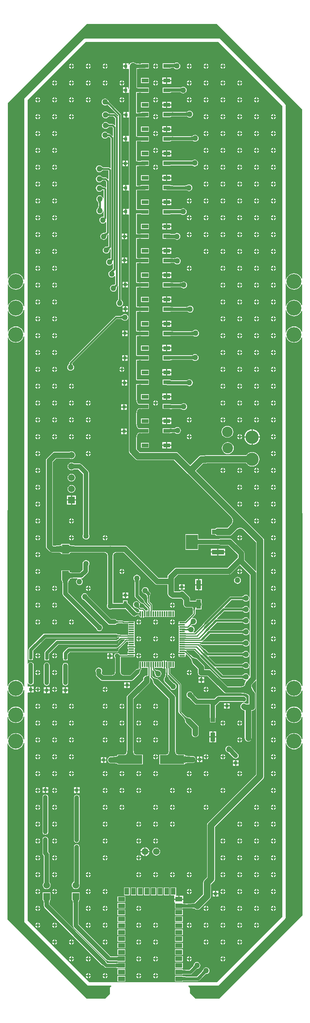
<source format=gtl>
G04*
G04 #@! TF.GenerationSoftware,Altium Limited,Altium Designer,18.0.12 (696)*
G04*
G04 Layer_Physical_Order=1*
G04 Layer_Color=255*
%FSLAX25Y25*%
%MOIN*%
G70*
G01*
G75*
%ADD13C,0.01000*%
%ADD36R,0.03000X0.02800*%
%ADD37R,0.03150X0.03150*%
%ADD38R,0.10630X0.12992*%
%ADD39R,0.10630X0.03937*%
%ADD40R,0.02800X0.03000*%
%ADD41R,0.03937X0.07874*%
%ADD42R,0.04724X0.01181*%
%ADD43R,0.01181X0.04724*%
%ADD44R,0.21654X0.07874*%
%ADD45R,0.05906X0.03543*%
%ADD46R,0.06299X0.07874*%
%ADD47R,0.05906X0.03937*%
%ADD48R,0.03937X0.05906*%
%ADD49C,0.06000*%
%ADD50C,0.05000*%
%ADD51C,0.04000*%
%ADD52C,0.03000*%
%ADD53C,0.01500*%
%ADD54C,0.02000*%
%ADD55C,0.11811*%
%ADD56C,0.05906*%
%ADD57R,0.05906X0.05906*%
%ADD58C,0.02500*%
%ADD59C,0.09449*%
%ADD60C,0.13386*%
%ADD61C,0.05000*%
G36*
X1329681Y1537447D02*
X1405557Y1461571D01*
X1405640Y1310986D01*
X1405140Y1310911D01*
X1405103Y1311034D01*
X1404435Y1312283D01*
X1403536Y1313379D01*
X1402441Y1314277D01*
X1401191Y1314945D01*
X1399835Y1315357D01*
X1398425Y1315495D01*
X1397015Y1315357D01*
X1395659Y1314945D01*
X1394410Y1314277D01*
X1393314Y1313379D01*
X1392416Y1312283D01*
X1391748Y1311034D01*
X1391399Y1309886D01*
X1390899Y1309960D01*
X1390899Y1459842D01*
Y1465354D01*
X1390783Y1465940D01*
X1390452Y1466436D01*
X1332578Y1524310D01*
X1332578Y1524310D01*
X1332081Y1524641D01*
X1331496Y1524758D01*
X1212205D01*
X1211619Y1524641D01*
X1211123Y1524310D01*
X1158367Y1471554D01*
X1158036Y1471058D01*
X1157919Y1470472D01*
Y1459842D01*
X1157919Y1309960D01*
X1157419Y1309886D01*
X1157071Y1311034D01*
X1156403Y1312283D01*
X1155505Y1313379D01*
X1154409Y1314277D01*
X1153160Y1314945D01*
X1151804Y1315357D01*
X1150394Y1315495D01*
X1148984Y1315357D01*
X1147628Y1314945D01*
X1146378Y1314277D01*
X1145283Y1313379D01*
X1144384Y1312283D01*
X1143716Y1311034D01*
X1143677Y1310904D01*
X1143177Y1310978D01*
X1143261Y1467083D01*
X1213626Y1537447D01*
X1329681Y1537447D01*
D02*
G37*
G36*
X1157919Y1306575D02*
Y1286338D01*
X1157419Y1286264D01*
X1157071Y1287412D01*
X1156403Y1288661D01*
X1155505Y1289756D01*
X1154409Y1290655D01*
X1153160Y1291323D01*
X1151804Y1291735D01*
X1150394Y1291873D01*
X1148984Y1291735D01*
X1147628Y1291323D01*
X1146378Y1290655D01*
X1145283Y1289756D01*
X1144384Y1288661D01*
X1143716Y1287412D01*
X1143664Y1287239D01*
X1143164Y1287314D01*
X1143174Y1305567D01*
X1143674Y1305641D01*
X1143716Y1305502D01*
X1144384Y1304252D01*
X1145283Y1303157D01*
X1146378Y1302258D01*
X1147628Y1301590D01*
X1148984Y1301179D01*
X1150394Y1301040D01*
X1151804Y1301179D01*
X1153160Y1301590D01*
X1154409Y1302258D01*
X1155505Y1303157D01*
X1156403Y1304252D01*
X1157071Y1305502D01*
X1157419Y1306650D01*
X1157919Y1306575D01*
D02*
G37*
G36*
X1391748Y1305502D02*
X1392416Y1304252D01*
X1393314Y1303157D01*
X1394410Y1302258D01*
X1395659Y1301590D01*
X1397015Y1301179D01*
X1398425Y1301040D01*
X1399835Y1301179D01*
X1401191Y1301590D01*
X1402441Y1302258D01*
X1403536Y1303157D01*
X1404435Y1304252D01*
X1405103Y1305502D01*
X1405143Y1305634D01*
X1405643Y1305559D01*
X1405653Y1287321D01*
X1405153Y1287247D01*
X1405103Y1287412D01*
X1404435Y1288661D01*
X1403536Y1289756D01*
X1402441Y1290655D01*
X1401191Y1291323D01*
X1399835Y1291735D01*
X1398425Y1291873D01*
X1397015Y1291735D01*
X1395659Y1291323D01*
X1394410Y1290655D01*
X1393314Y1289756D01*
X1392416Y1288661D01*
X1391748Y1287412D01*
X1391399Y1286264D01*
X1390899Y1286338D01*
Y1306575D01*
X1391399Y1306650D01*
X1391748Y1305502D01*
D02*
G37*
G36*
X1157919Y1282953D02*
Y1262716D01*
X1157419Y1262642D01*
X1157071Y1263789D01*
X1156403Y1265039D01*
X1155505Y1266134D01*
X1154409Y1267033D01*
X1153160Y1267701D01*
X1151804Y1268112D01*
X1150394Y1268251D01*
X1148984Y1268112D01*
X1147628Y1267701D01*
X1146378Y1267033D01*
X1145283Y1266134D01*
X1144384Y1265039D01*
X1143716Y1263789D01*
X1143651Y1263575D01*
X1143151Y1263649D01*
X1143161Y1281987D01*
X1143661Y1282061D01*
X1143716Y1281880D01*
X1144384Y1280630D01*
X1145283Y1279535D01*
X1146378Y1278636D01*
X1147628Y1277968D01*
X1148984Y1277557D01*
X1150394Y1277418D01*
X1151804Y1277557D01*
X1153160Y1277968D01*
X1154409Y1278636D01*
X1155505Y1279535D01*
X1156403Y1280630D01*
X1157071Y1281880D01*
X1157419Y1283028D01*
X1157919Y1282953D01*
D02*
G37*
G36*
X1391748Y1281880D02*
X1392416Y1280630D01*
X1393314Y1279535D01*
X1394410Y1278636D01*
X1395659Y1277968D01*
X1397015Y1277557D01*
X1398425Y1277418D01*
X1399835Y1277557D01*
X1401191Y1277968D01*
X1402441Y1278636D01*
X1403536Y1279535D01*
X1404435Y1280630D01*
X1405103Y1281880D01*
X1405156Y1282054D01*
X1405656Y1281980D01*
X1405666Y1263656D01*
X1405166Y1263582D01*
X1405103Y1263789D01*
X1404435Y1265039D01*
X1403536Y1266134D01*
X1402441Y1267033D01*
X1401191Y1267701D01*
X1399835Y1268112D01*
X1398425Y1268251D01*
X1397015Y1268112D01*
X1395659Y1267701D01*
X1394410Y1267033D01*
X1393314Y1266134D01*
X1392416Y1265039D01*
X1391748Y1263789D01*
X1391399Y1262642D01*
X1390899Y1262716D01*
Y1282953D01*
X1391399Y1283028D01*
X1391748Y1281880D01*
D02*
G37*
G36*
X1157919Y1259331D02*
X1157919Y947755D01*
X1157419Y947681D01*
X1157071Y948829D01*
X1156403Y950078D01*
X1155505Y951174D01*
X1154409Y952073D01*
X1153160Y952740D01*
X1151804Y953152D01*
X1150394Y953291D01*
X1148984Y953152D01*
X1147628Y952740D01*
X1146378Y952073D01*
X1145283Y951174D01*
X1144384Y950078D01*
X1143716Y948829D01*
X1143480Y948051D01*
X1142980Y948126D01*
X1143148Y1258407D01*
X1143648Y1258481D01*
X1143716Y1258258D01*
X1144384Y1257008D01*
X1145283Y1255913D01*
X1146378Y1255014D01*
X1147628Y1254346D01*
X1148984Y1253935D01*
X1150394Y1253796D01*
X1151804Y1253935D01*
X1153160Y1254346D01*
X1154409Y1255014D01*
X1155505Y1255913D01*
X1156403Y1257008D01*
X1157071Y1258258D01*
X1157419Y1259406D01*
X1157919Y1259331D01*
D02*
G37*
G36*
X1387841Y1464721D02*
Y1459842D01*
X1387841Y743701D01*
Y742366D01*
X1329681Y684207D01*
X1215988D01*
X1160978Y739216D01*
Y740158D01*
X1160978Y941901D01*
X1161478Y942307D01*
X1163280D01*
Y944882D01*
Y947457D01*
X1161478D01*
X1161205Y947457D01*
X1160978Y947863D01*
X1160978Y950162D01*
X1161478Y950359D01*
X1161705Y950116D01*
Y949500D01*
X1162385D01*
X1162804Y949220D01*
X1163780Y949026D01*
X1164755Y949220D01*
X1165174Y949500D01*
X1165854D01*
Y950180D01*
X1166134Y950599D01*
X1166329Y951575D01*
Y966850D01*
X1166134Y967826D01*
X1165779Y968357D01*
Y968750D01*
X1165436D01*
X1164755Y969205D01*
X1163780Y969399D01*
X1162804Y969205D01*
X1162123Y968750D01*
X1161779D01*
Y968357D01*
X1161478Y967906D01*
X1161120Y967937D01*
X1160978Y967989D01*
X1160978Y1459842D01*
Y1469839D01*
X1212838Y1521699D01*
X1330863D01*
X1387841Y1464721D01*
D02*
G37*
G36*
X1391748Y1258258D02*
X1392416Y1257008D01*
X1393314Y1255913D01*
X1394410Y1255014D01*
X1395659Y1254346D01*
X1397015Y1253935D01*
X1398425Y1253796D01*
X1399835Y1253935D01*
X1401191Y1254346D01*
X1402441Y1255014D01*
X1403536Y1255913D01*
X1404435Y1257008D01*
X1405103Y1258258D01*
X1405169Y1258475D01*
X1405669Y1258401D01*
X1405839Y948125D01*
X1405339Y948051D01*
X1405103Y948829D01*
X1404435Y950078D01*
X1403536Y951174D01*
X1402441Y952073D01*
X1401191Y952740D01*
X1399835Y953152D01*
X1398425Y953291D01*
X1397015Y953152D01*
X1395659Y952740D01*
X1394410Y952073D01*
X1393314Y951174D01*
X1392416Y950078D01*
X1391748Y948829D01*
X1391399Y947681D01*
X1390899Y947755D01*
X1390899Y1259331D01*
X1391399Y1259406D01*
X1391748Y1258258D01*
D02*
G37*
G36*
X1157919Y944371D02*
Y924133D01*
X1157419Y924059D01*
X1157071Y925207D01*
X1156403Y926456D01*
X1155505Y927552D01*
X1154409Y928451D01*
X1153160Y929119D01*
X1151804Y929530D01*
X1150394Y929669D01*
X1148984Y929530D01*
X1147628Y929119D01*
X1146378Y928451D01*
X1145283Y927552D01*
X1144384Y926456D01*
X1143716Y925207D01*
X1143468Y924387D01*
X1142968Y924461D01*
X1142978Y944008D01*
X1143478Y944082D01*
X1143716Y943297D01*
X1144384Y942048D01*
X1145283Y940952D01*
X1146378Y940053D01*
X1147628Y939386D01*
X1148984Y938974D01*
X1150394Y938835D01*
X1151804Y938974D01*
X1153160Y939386D01*
X1154409Y940053D01*
X1155505Y940952D01*
X1156403Y942048D01*
X1157071Y943297D01*
X1157419Y944445D01*
X1157919Y944371D01*
D02*
G37*
G36*
X1391748Y943297D02*
X1392416Y942048D01*
X1393314Y940952D01*
X1394410Y940053D01*
X1395659Y939386D01*
X1397015Y938974D01*
X1398425Y938835D01*
X1399835Y938974D01*
X1401191Y939386D01*
X1402441Y940053D01*
X1403536Y940952D01*
X1404435Y942048D01*
X1405103Y943297D01*
X1405341Y944083D01*
X1405841Y944009D01*
X1405852Y924460D01*
X1405352Y924386D01*
X1405103Y925207D01*
X1404435Y926456D01*
X1403536Y927552D01*
X1402441Y928451D01*
X1401191Y929119D01*
X1399835Y929530D01*
X1398425Y929669D01*
X1397015Y929530D01*
X1395659Y929119D01*
X1394410Y928451D01*
X1393314Y927552D01*
X1392416Y926456D01*
X1391748Y925207D01*
X1391399Y924059D01*
X1390899Y924133D01*
Y944371D01*
X1391399Y944445D01*
X1391748Y943297D01*
D02*
G37*
G36*
X1157919Y920749D02*
Y900511D01*
X1157419Y900437D01*
X1157071Y901585D01*
X1156403Y902834D01*
X1155505Y903930D01*
X1154409Y904828D01*
X1153160Y905496D01*
X1151804Y905908D01*
X1150394Y906047D01*
X1148984Y905908D01*
X1147628Y905496D01*
X1146378Y904828D01*
X1145283Y903930D01*
X1144384Y902834D01*
X1143716Y901585D01*
X1143455Y900723D01*
X1142955Y900797D01*
X1142965Y920428D01*
X1143465Y920502D01*
X1143716Y919675D01*
X1144384Y918425D01*
X1145283Y917330D01*
X1146378Y916431D01*
X1147628Y915763D01*
X1148984Y915352D01*
X1150394Y915213D01*
X1151804Y915352D01*
X1153160Y915763D01*
X1154409Y916431D01*
X1155505Y917330D01*
X1156403Y918425D01*
X1157071Y919675D01*
X1157419Y920823D01*
X1157919Y920749D01*
D02*
G37*
G36*
X1391748Y919675D02*
X1392416Y918425D01*
X1393314Y917330D01*
X1394410Y916431D01*
X1395659Y915763D01*
X1397015Y915352D01*
X1398425Y915213D01*
X1399835Y915352D01*
X1401191Y915763D01*
X1402441Y916431D01*
X1403536Y917330D01*
X1404435Y918425D01*
X1405103Y919675D01*
X1405354Y920503D01*
X1405854Y920429D01*
X1405865Y900795D01*
X1405365Y900721D01*
X1405103Y901585D01*
X1404435Y902834D01*
X1403536Y903930D01*
X1402441Y904828D01*
X1401191Y905496D01*
X1399835Y905908D01*
X1398425Y906047D01*
X1397015Y905908D01*
X1395659Y905496D01*
X1394410Y904828D01*
X1393314Y903930D01*
X1392416Y902834D01*
X1391748Y901585D01*
X1391399Y900437D01*
X1390899Y900511D01*
Y920749D01*
X1391399Y920823D01*
X1391748Y919675D01*
D02*
G37*
G36*
X1157919Y897127D02*
X1157919Y740158D01*
Y738583D01*
X1158036Y737997D01*
X1158367Y737501D01*
X1214273Y681596D01*
X1214769Y681264D01*
X1215354Y681148D01*
X1235439D01*
X1235591Y680648D01*
X1235533Y680609D01*
X1234745Y679822D01*
X1234414Y679325D01*
X1234297Y678740D01*
Y673862D01*
X1230075Y669640D01*
X1213626D01*
X1142868Y740397D01*
Y740550D01*
X1142953Y896848D01*
X1143453Y896922D01*
X1143716Y896053D01*
X1144384Y894803D01*
X1145283Y893708D01*
X1146378Y892809D01*
X1147628Y892141D01*
X1148984Y891730D01*
X1150394Y891591D01*
X1151804Y891730D01*
X1153160Y892141D01*
X1154409Y892809D01*
X1155505Y893708D01*
X1156403Y894803D01*
X1157071Y896053D01*
X1157419Y897201D01*
X1157919Y897127D01*
D02*
G37*
G36*
X1391748Y896053D02*
X1392416Y894803D01*
X1393314Y893708D01*
X1394410Y892809D01*
X1395659Y892141D01*
X1397015Y891730D01*
X1398425Y891591D01*
X1399835Y891730D01*
X1401191Y892141D01*
X1402441Y892809D01*
X1403536Y893708D01*
X1404435Y894803D01*
X1405103Y896053D01*
X1405367Y896924D01*
X1405867Y896850D01*
X1405951Y743940D01*
X1331650Y669640D01*
X1310476D01*
X1305466Y674649D01*
Y678740D01*
X1305350Y679325D01*
X1305018Y679822D01*
X1304231Y680609D01*
X1304173Y680648D01*
X1304325Y681148D01*
X1330315D01*
X1330900Y681264D01*
X1331396Y681596D01*
X1390452Y740651D01*
X1390783Y741147D01*
X1390899Y741732D01*
Y743701D01*
X1390899Y897127D01*
X1391399Y897201D01*
X1391748Y896053D01*
D02*
G37*
%LPC*%
G36*
X1293898Y1503223D02*
X1293114Y1503120D01*
X1292385Y1502817D01*
X1292237Y1502704D01*
X1292222Y1502706D01*
X1292206Y1502701D01*
X1291033Y1502633D01*
X1290763Y1502632D01*
X1290763Y1502631D01*
X1290644Y1502630D01*
X1284449D01*
X1283669Y1502474D01*
X1283659Y1502468D01*
X1281390D01*
Y1497925D01*
X1287637D01*
X1287656Y1497911D01*
X1287722Y1497921D01*
X1287783Y1497896D01*
X1287854Y1497925D01*
X1288295D01*
Y1498282D01*
X1288305Y1498289D01*
X1288435Y1498341D01*
X1288651Y1498398D01*
X1288931Y1498448D01*
X1290236Y1498543D01*
X1290439Y1498545D01*
X1290656Y1498537D01*
X1291060Y1498499D01*
X1291205Y1498475D01*
X1291323Y1498447D01*
X1291404Y1498420D01*
X1291444Y1498401D01*
X1291464Y1498380D01*
X1291535Y1498348D01*
X1291758Y1498057D01*
X1292385Y1497576D01*
X1293114Y1497274D01*
X1293898Y1497171D01*
X1294681Y1497274D01*
X1295411Y1497576D01*
X1296037Y1498057D01*
X1296518Y1498684D01*
X1296820Y1499414D01*
X1296924Y1500197D01*
X1296820Y1500980D01*
X1296518Y1501710D01*
X1296037Y1502337D01*
X1295411Y1502817D01*
X1294681Y1503120D01*
X1293898Y1503223D01*
D02*
G37*
G36*
X1335500Y1502195D02*
Y1500500D01*
X1337195D01*
X1337119Y1500878D01*
X1336622Y1501622D01*
X1335878Y1502119D01*
X1335500Y1502195D01*
D02*
G37*
G36*
X1334500D02*
X1334122Y1502119D01*
X1333378Y1501622D01*
X1332881Y1500878D01*
X1332805Y1500500D01*
X1334500D01*
Y1502195D01*
D02*
G37*
G36*
X1320500D02*
Y1500500D01*
X1322195D01*
X1322119Y1500878D01*
X1321622Y1501622D01*
X1320878Y1502119D01*
X1320500Y1502195D01*
D02*
G37*
G36*
X1319500D02*
X1319122Y1502119D01*
X1318378Y1501622D01*
X1317881Y1500878D01*
X1317805Y1500500D01*
X1319500D01*
Y1502195D01*
D02*
G37*
G36*
X1305500D02*
Y1500500D01*
X1307195D01*
X1307119Y1500878D01*
X1306622Y1501622D01*
X1305878Y1502119D01*
X1305500Y1502195D01*
D02*
G37*
G36*
X1304500D02*
X1304122Y1502119D01*
X1303378Y1501622D01*
X1302881Y1500878D01*
X1302805Y1500500D01*
X1304500D01*
Y1502195D01*
D02*
G37*
G36*
X1275500D02*
Y1500500D01*
X1277195D01*
X1277119Y1500878D01*
X1276622Y1501622D01*
X1275878Y1502119D01*
X1275500Y1502195D01*
D02*
G37*
G36*
X1274500D02*
X1274122Y1502119D01*
X1273378Y1501622D01*
X1272881Y1500878D01*
X1272805Y1500500D01*
X1274500D01*
Y1502195D01*
D02*
G37*
G36*
X1230500D02*
Y1500500D01*
X1232195D01*
X1232119Y1500878D01*
X1231622Y1501622D01*
X1230878Y1502119D01*
X1230500Y1502195D01*
D02*
G37*
G36*
X1229500D02*
X1229122Y1502119D01*
X1228378Y1501622D01*
X1227881Y1500878D01*
X1227805Y1500500D01*
X1229500D01*
Y1502195D01*
D02*
G37*
G36*
X1215500D02*
Y1500500D01*
X1217195D01*
X1217119Y1500878D01*
X1216622Y1501622D01*
X1215878Y1502119D01*
X1215500Y1502195D01*
D02*
G37*
G36*
X1214500D02*
X1214122Y1502119D01*
X1213378Y1501622D01*
X1212881Y1500878D01*
X1212805Y1500500D01*
X1214500D01*
Y1502195D01*
D02*
G37*
G36*
X1200500D02*
Y1500500D01*
X1202195D01*
X1202119Y1500878D01*
X1201622Y1501622D01*
X1200878Y1502119D01*
X1200500Y1502195D01*
D02*
G37*
G36*
X1199500D02*
X1199122Y1502119D01*
X1198378Y1501622D01*
X1197881Y1500878D01*
X1197805Y1500500D01*
X1199500D01*
Y1502195D01*
D02*
G37*
G36*
X1247925Y1502500D02*
X1246025D01*
Y1500500D01*
X1247925D01*
Y1502500D01*
D02*
G37*
G36*
X1254803Y1503530D02*
X1253889Y1503410D01*
X1253038Y1503057D01*
X1252307Y1502496D01*
X1251746Y1501765D01*
X1251393Y1500914D01*
X1251325Y1500397D01*
X1250825Y1500430D01*
Y1502500D01*
X1248925D01*
Y1500000D01*
Y1497500D01*
X1250773D01*
X1250825Y1497500D01*
X1251273Y1497374D01*
Y1479636D01*
X1251246Y1479607D01*
X1250747Y1479800D01*
Y1481240D01*
X1248847D01*
Y1478740D01*
X1248347D01*
D01*
X1248847D01*
Y1476240D01*
X1250694D01*
X1250747Y1476240D01*
X1251194Y1476114D01*
Y1459673D01*
X1251180Y1459179D01*
X1250694Y1459179D01*
X1249279D01*
Y1456679D01*
Y1454179D01*
X1251180Y1454179D01*
X1251194Y1453685D01*
Y1438059D01*
X1250747Y1437933D01*
X1250694Y1437933D01*
X1248847D01*
Y1435433D01*
Y1432933D01*
X1250694D01*
X1250747Y1432933D01*
X1251194Y1432807D01*
Y1413386D01*
Y1394439D01*
X1250786Y1394218D01*
X1250694Y1394218D01*
X1248886D01*
Y1391718D01*
Y1389218D01*
X1250694D01*
X1250786Y1389218D01*
X1251194Y1388997D01*
Y1373180D01*
X1250786Y1372958D01*
X1250694Y1372958D01*
X1248886D01*
Y1370458D01*
Y1367958D01*
X1250694D01*
X1250786Y1367958D01*
X1251194Y1367737D01*
Y1348622D01*
Y1326968D01*
Y1305315D01*
Y1283661D01*
Y1262008D01*
Y1240354D01*
Y1218701D01*
Y1197121D01*
X1251186Y1197107D01*
X1251194Y1197080D01*
Y1197014D01*
X1251186Y1196988D01*
X1251194Y1196974D01*
Y1196666D01*
X1251150Y1196443D01*
X1251194Y1196219D01*
Y1175467D01*
X1251186Y1175453D01*
X1251194Y1175427D01*
Y1175360D01*
X1251186Y1175334D01*
X1251194Y1175320D01*
Y1175012D01*
X1251150Y1174789D01*
X1251194Y1174566D01*
Y1157480D01*
X1251315Y1156567D01*
X1251667Y1155715D01*
X1252228Y1154984D01*
X1256953Y1150260D01*
X1257684Y1149699D01*
X1258535Y1149346D01*
X1259449Y1149226D01*
X1291451D01*
X1303409Y1137268D01*
X1341498Y1099179D01*
X1341506Y1099156D01*
X1342248Y1098332D01*
X1342800Y1097544D01*
X1343185Y1096772D01*
X1343412Y1096018D01*
X1343486Y1095276D01*
X1343412Y1094533D01*
X1343185Y1093779D01*
X1342800Y1093008D01*
X1342248Y1092219D01*
X1341506Y1091395D01*
X1341498Y1091373D01*
X1339089Y1088963D01*
X1330512D01*
X1329598Y1088843D01*
X1328747Y1088490D01*
X1328016Y1087929D01*
X1327994Y1087902D01*
X1324697D01*
Y1082965D01*
X1327994D01*
X1328016Y1082937D01*
X1328747Y1082376D01*
X1329598Y1082023D01*
X1330512Y1081903D01*
X1340551D01*
X1341465Y1082023D01*
X1342316Y1082376D01*
X1343047Y1082937D01*
X1346491Y1086380D01*
X1346513Y1086388D01*
X1347337Y1087130D01*
X1348126Y1087682D01*
X1348897Y1088067D01*
X1349651Y1088293D01*
X1350394Y1088368D01*
X1351136Y1088293D01*
X1351890Y1088067D01*
X1352662Y1087682D01*
X1353450Y1087130D01*
X1354274Y1086388D01*
X1354297Y1086380D01*
X1364580Y1076097D01*
Y1050642D01*
X1364080Y1050435D01*
X1354207Y1060308D01*
Y1066142D01*
X1354207Y1066142D01*
X1354104Y1066925D01*
X1353802Y1067655D01*
X1353321Y1068281D01*
X1343085Y1078518D01*
X1342458Y1078998D01*
X1341728Y1079301D01*
X1340945Y1079404D01*
X1333071D01*
X1332288Y1079301D01*
X1331558Y1078998D01*
X1331465Y1078927D01*
X1313098D01*
Y1083374D01*
X1301468D01*
Y1069382D01*
X1313098D01*
Y1073829D01*
X1331465D01*
X1331558Y1073757D01*
X1332288Y1073455D01*
X1333071Y1073352D01*
X1339692D01*
X1348155Y1064888D01*
Y1062671D01*
X1338904Y1053420D01*
X1293701D01*
X1292918Y1053316D01*
X1292188Y1053014D01*
X1291561Y1052533D01*
X1286443Y1047415D01*
X1285962Y1046789D01*
X1285660Y1046059D01*
X1285557Y1045276D01*
Y1044364D01*
X1277631D01*
X1249777Y1072218D01*
X1249151Y1072699D01*
X1248421Y1073001D01*
X1247638Y1073105D01*
X1234747D01*
X1234735Y1073113D01*
X1234700Y1073105D01*
X1234591D01*
X1234557Y1073113D01*
X1234544Y1073105D01*
X1202676D01*
X1202643Y1073120D01*
X1200860Y1073176D01*
X1200143Y1073244D01*
X1199528Y1073339D01*
X1199027Y1073456D01*
X1198643Y1073589D01*
X1198382Y1073727D01*
X1198242Y1073847D01*
X1198190Y1073931D01*
X1198158Y1074102D01*
X1198138Y1074133D01*
Y1074516D01*
X1197696D01*
X1197626Y1074545D01*
X1197578Y1074525D01*
X1197528Y1074536D01*
X1197496Y1074516D01*
X1191480D01*
X1191449Y1074536D01*
X1191398Y1074525D01*
X1191351Y1074545D01*
X1191280Y1074516D01*
X1190839D01*
Y1074133D01*
X1190818Y1074102D01*
X1190787Y1073931D01*
X1190735Y1073847D01*
X1190594Y1073727D01*
X1190334Y1073589D01*
X1189950Y1073456D01*
X1189448Y1073339D01*
X1188840Y1073245D01*
X1187277Y1073134D01*
X1186343Y1073120D01*
X1186307Y1073105D01*
X1183930D01*
X1183341Y1073694D01*
Y1147565D01*
X1186372Y1150596D01*
X1198283D01*
X1199099Y1150258D01*
X1200000Y1150140D01*
X1200901Y1150258D01*
X1201741Y1150606D01*
X1202462Y1151159D01*
X1203016Y1151881D01*
X1203364Y1152721D01*
X1203483Y1153622D01*
X1203364Y1154523D01*
X1203016Y1155363D01*
X1202462Y1156085D01*
X1201741Y1156638D01*
X1200901Y1156986D01*
X1200000Y1157105D01*
X1199099Y1156986D01*
X1198283Y1156648D01*
X1185118D01*
X1184335Y1156545D01*
X1183605Y1156242D01*
X1182979Y1155762D01*
X1178175Y1150959D01*
X1177695Y1150332D01*
X1177392Y1149602D01*
X1177289Y1148819D01*
Y1072441D01*
X1177392Y1071658D01*
X1177695Y1070928D01*
X1178175Y1070301D01*
X1180538Y1067939D01*
X1180538Y1067939D01*
X1181164Y1067458D01*
X1181894Y1067156D01*
X1182677Y1067053D01*
X1182677Y1067053D01*
X1186300D01*
X1186333Y1067038D01*
X1188116Y1066981D01*
X1188834Y1066913D01*
X1189448Y1066819D01*
X1189950Y1066702D01*
X1190334Y1066568D01*
X1190594Y1066430D01*
X1190735Y1066310D01*
X1190787Y1066226D01*
X1190818Y1066055D01*
X1190839Y1066024D01*
Y1065642D01*
X1191280D01*
X1191351Y1065613D01*
X1191398Y1065632D01*
X1191449Y1065621D01*
X1191480Y1065642D01*
X1197496D01*
X1197528Y1065621D01*
X1197578Y1065632D01*
X1197626Y1065613D01*
X1197696Y1065642D01*
X1198138D01*
Y1066024D01*
X1198158Y1066055D01*
X1198190Y1066226D01*
X1198242Y1066310D01*
X1198382Y1066430D01*
X1198643Y1066568D01*
X1199027Y1066702D01*
X1199528Y1066819D01*
X1200136Y1066912D01*
X1201699Y1067024D01*
X1202634Y1067038D01*
X1202669Y1067053D01*
X1227544D01*
X1227557Y1067045D01*
X1227591Y1067053D01*
X1227623Y1067038D01*
X1228546Y1066999D01*
X1229338Y1066887D01*
X1230018Y1066706D01*
X1230589Y1066460D01*
X1231055Y1066155D01*
X1231428Y1065790D01*
X1231717Y1065361D01*
X1231927Y1064855D01*
X1232058Y1064262D01*
X1232097Y1063679D01*
Y1020897D01*
X1232025Y1020804D01*
X1231723Y1020074D01*
X1231620Y1019291D01*
X1231723Y1018508D01*
X1232025Y1017778D01*
X1232506Y1017152D01*
X1233133Y1016671D01*
X1233862Y1016368D01*
X1234646Y1016265D01*
X1235429Y1016368D01*
X1236159Y1016671D01*
X1236252Y1016742D01*
X1246879D01*
X1247854Y1016936D01*
X1247919Y1016980D01*
X1254300Y1010599D01*
X1255127Y1010047D01*
X1256102Y1009853D01*
X1257078Y1010047D01*
X1257673Y1010445D01*
X1257746Y1010465D01*
X1257971Y1010639D01*
X1258201Y1010782D01*
X1258463Y1010911D01*
X1258758Y1011026D01*
X1259086Y1011126D01*
X1259447Y1011209D01*
X1259630Y1011239D01*
X1260130Y1010913D01*
Y1009539D01*
X1261598D01*
Y1009039D01*
X1262689D01*
Y1012402D01*
X1263689D01*
Y1009039D01*
X1264779D01*
Y1009539D01*
X1291839D01*
Y1015264D01*
X1272125D01*
X1272105Y1015580D01*
X1272104Y1015754D01*
X1272083Y1015806D01*
Y1020276D01*
X1272005Y1020666D01*
X1271784Y1020997D01*
X1269524Y1023257D01*
Y1025840D01*
X1269545Y1025889D01*
X1269567Y1026901D01*
X1269632Y1027719D01*
X1269678Y1028045D01*
X1269733Y1028325D01*
X1269795Y1028551D01*
X1269857Y1028718D01*
X1269913Y1028823D01*
X1269990Y1028919D01*
X1269999Y1028953D01*
X1270388Y1029535D01*
X1270543Y1030315D01*
X1270388Y1031095D01*
X1269946Y1031757D01*
X1268757Y1032945D01*
X1268774Y1033071D01*
X1268671Y1033854D01*
X1268369Y1034584D01*
X1267888Y1035211D01*
X1267261Y1035691D01*
X1266531Y1035994D01*
X1265748Y1036097D01*
X1264965Y1035994D01*
X1264235Y1035691D01*
X1263608Y1035211D01*
X1263128Y1034584D01*
X1262825Y1033854D01*
X1262722Y1033071D01*
X1262825Y1032288D01*
X1263128Y1031558D01*
X1263608Y1030931D01*
X1264235Y1030450D01*
X1264965Y1030148D01*
X1265748Y1030045D01*
X1265874Y1030062D01*
X1267027Y1028908D01*
X1267095Y1028823D01*
X1267150Y1028718D01*
X1267213Y1028551D01*
X1267275Y1028325D01*
X1267327Y1028061D01*
X1267457Y1026413D01*
X1267463Y1025895D01*
X1267484Y1025844D01*
Y1022835D01*
X1267562Y1022445D01*
X1267783Y1022114D01*
X1270043Y1019853D01*
Y1018720D01*
X1269543Y1018513D01*
X1266877Y1021179D01*
X1266858Y1021229D01*
X1266158Y1021960D01*
X1265626Y1022584D01*
X1265427Y1022847D01*
X1265269Y1023084D01*
X1265152Y1023287D01*
X1265079Y1023450D01*
X1265044Y1023563D01*
X1265030Y1023685D01*
X1265013Y1023716D01*
X1264876Y1024402D01*
X1264434Y1025064D01*
X1260307Y1029191D01*
Y1040585D01*
X1260309Y1040590D01*
X1260311Y1040863D01*
X1260330Y1041327D01*
X1260367Y1041684D01*
X1260388Y1041807D01*
X1260410Y1041901D01*
X1260429Y1041954D01*
X1260431Y1041959D01*
X1260445Y1041978D01*
X1260452Y1042001D01*
X1260455Y1042008D01*
X1260456Y1042015D01*
X1260457Y1042019D01*
X1260888Y1042581D01*
X1261191Y1043311D01*
X1261294Y1044094D01*
X1261191Y1044878D01*
X1260888Y1045607D01*
X1260407Y1046234D01*
X1259781Y1046715D01*
X1259051Y1047017D01*
X1258268Y1047120D01*
X1257485Y1047017D01*
X1256755Y1046715D01*
X1256128Y1046234D01*
X1255647Y1045607D01*
X1255345Y1044878D01*
X1255242Y1044094D01*
X1255345Y1043311D01*
X1255647Y1042581D01*
X1256079Y1042019D01*
X1256080Y1042015D01*
X1256080Y1042008D01*
X1256084Y1042001D01*
X1256090Y1041978D01*
X1256104Y1041959D01*
X1256107Y1041954D01*
X1256125Y1041901D01*
X1256147Y1041807D01*
X1256167Y1041693D01*
X1256224Y1040855D01*
X1256227Y1040590D01*
X1256229Y1040585D01*
Y1028347D01*
X1256384Y1027566D01*
X1256826Y1026904D01*
X1261550Y1022180D01*
X1262212Y1021738D01*
X1262898Y1021602D01*
X1262929Y1021585D01*
X1263051Y1021570D01*
X1263165Y1021535D01*
X1263327Y1021462D01*
X1263530Y1021346D01*
X1263753Y1021196D01*
X1265012Y1020123D01*
X1265381Y1019761D01*
X1265432Y1019740D01*
X1268075Y1017097D01*
Y1015812D01*
X1268053Y1015762D01*
X1268044Y1015264D01*
X1266050D01*
X1265878Y1015521D01*
X1264143Y1017256D01*
X1263812Y1017477D01*
X1263422Y1017555D01*
X1261446D01*
X1261124Y1017877D01*
X1261122Y1017890D01*
X1261084Y1017916D01*
X1261084Y1017917D01*
X1261069Y1017961D01*
X1260958Y1018087D01*
X1260886Y1018197D01*
X1260826Y1018321D01*
X1260778Y1018463D01*
X1260744Y1018625D01*
X1260725Y1018808D01*
X1260723Y1019014D01*
X1260739Y1019243D01*
X1260775Y1019494D01*
X1260835Y1019781D01*
X1260820Y1019863D01*
X1260900Y1020472D01*
X1260797Y1021256D01*
X1260495Y1021985D01*
X1260014Y1022612D01*
X1259387Y1023093D01*
X1258657Y1023395D01*
X1257874Y1023498D01*
X1257091Y1023395D01*
X1256361Y1023093D01*
X1255734Y1022612D01*
X1255254Y1021985D01*
X1254951Y1021256D01*
X1254848Y1020472D01*
X1254951Y1019689D01*
X1255254Y1018960D01*
X1255734Y1018333D01*
X1256361Y1017852D01*
X1257091Y1017550D01*
X1257165Y1017540D01*
X1257214Y1017504D01*
X1257907Y1017336D01*
X1258194Y1017253D01*
X1258706Y1017076D01*
X1258906Y1016991D01*
X1259080Y1016906D01*
X1259221Y1016823D01*
X1259329Y1016747D01*
X1259432Y1016656D01*
X1259476Y1016641D01*
X1260303Y1015814D01*
X1260378Y1015764D01*
X1260227Y1015264D01*
X1260130D01*
Y1014000D01*
X1260020Y1013821D01*
X1259630Y1013564D01*
X1259447Y1013594D01*
X1259086Y1013677D01*
X1258758Y1013777D01*
X1258463Y1013892D01*
X1258201Y1014021D01*
X1257971Y1014164D01*
X1257853Y1014256D01*
X1250046Y1022063D01*
Y1024302D01*
X1246046D01*
Y1022063D01*
X1245823Y1021840D01*
X1237195D01*
Y1063679D01*
X1237233Y1064262D01*
X1237364Y1064855D01*
X1237575Y1065361D01*
X1237864Y1065790D01*
X1238236Y1066155D01*
X1238703Y1066460D01*
X1239273Y1066706D01*
X1239954Y1066887D01*
X1240745Y1066999D01*
X1241668Y1067038D01*
X1241700Y1067053D01*
X1241735Y1067045D01*
X1241747Y1067053D01*
X1246384D01*
X1274238Y1039199D01*
X1274238Y1039199D01*
X1274865Y1038718D01*
X1275595Y1038416D01*
X1276378Y1038313D01*
X1285557D01*
Y1030709D01*
X1285660Y1029926D01*
X1285962Y1029196D01*
X1286443Y1028569D01*
X1288018Y1026994D01*
X1288018Y1026994D01*
X1288645Y1026513D01*
X1289374Y1026211D01*
X1290158Y1026108D01*
X1297691D01*
X1297906Y1026136D01*
X1299730Y1024312D01*
Y1020866D01*
X1299833Y1020083D01*
X1300135Y1019353D01*
X1300616Y1018727D01*
X1301243Y1018246D01*
X1301973Y1017943D01*
X1302756Y1017840D01*
X1307829D01*
X1307974Y1017423D01*
X1308103Y1016925D01*
X1308209Y1016369D01*
X1308395Y1014240D01*
X1308408Y1013409D01*
X1308429Y1013359D01*
Y1012627D01*
X1301420Y1005618D01*
X1301136D01*
X1301129Y1005624D01*
X1301068Y1005618D01*
X1301043D01*
X1300972Y1005647D01*
X1300902Y1005618D01*
X1295760D01*
Y1004150D01*
X1295260D01*
Y1003059D01*
X1298622D01*
Y1002059D01*
X1295260D01*
Y1000968D01*
X1295760D01*
Y997532D01*
Y993594D01*
Y989657D01*
Y985721D01*
Y981783D01*
Y978559D01*
X1295260D01*
Y977468D01*
X1298622D01*
Y976468D01*
X1295260D01*
Y975378D01*
X1295760D01*
Y973909D01*
X1301484D01*
Y975378D01*
X1301984D01*
Y976235D01*
X1302446Y976427D01*
X1304207Y974666D01*
X1304227Y974616D01*
X1304810Y974015D01*
X1305787Y972897D01*
X1306173Y972392D01*
X1306498Y971914D01*
X1306759Y971470D01*
X1306956Y971062D01*
X1307092Y970693D01*
X1307169Y970364D01*
X1307197Y970032D01*
X1307223Y969981D01*
X1307313Y969296D01*
X1307616Y968566D01*
X1308097Y967939D01*
X1312708Y963328D01*
Y959882D01*
X1312811Y959099D01*
X1313113Y958369D01*
X1313594Y957742D01*
X1314221Y957261D01*
X1314951Y956959D01*
X1315734Y956856D01*
X1321148D01*
X1335656Y942349D01*
X1335656Y942349D01*
X1336282Y941868D01*
X1337012Y941565D01*
X1337795Y941462D01*
X1337795Y941462D01*
X1351396D01*
X1351429Y941447D01*
X1352391Y941420D01*
X1353291Y941338D01*
X1354144Y941204D01*
X1354952Y941016D01*
X1355714Y940776D01*
X1356431Y940484D01*
X1357105Y940140D01*
X1357735Y939744D01*
X1357998Y939544D01*
Y932160D01*
X1355554D01*
X1355056Y932542D01*
X1354327Y932844D01*
X1353543Y932947D01*
X1352760Y932844D01*
X1352030Y932542D01*
X1351404Y932061D01*
X1350923Y931434D01*
X1350620Y930704D01*
X1350517Y929921D01*
X1350620Y929138D01*
X1350923Y928408D01*
X1351404Y927782D01*
X1352191Y926994D01*
X1352818Y926513D01*
X1353548Y926211D01*
X1354331Y926108D01*
X1354454D01*
Y901575D01*
X1354558Y900792D01*
X1354860Y900062D01*
X1355341Y899435D01*
X1355967Y898954D01*
X1356697Y898652D01*
X1357480Y898549D01*
X1358263Y898652D01*
X1358993Y898954D01*
X1359620Y899435D01*
X1360101Y900062D01*
X1360403Y900792D01*
X1360506Y901575D01*
Y926108D01*
X1361024D01*
X1361807Y926211D01*
X1362537Y926513D01*
X1363163Y926994D01*
X1363644Y927621D01*
X1363946Y928351D01*
X1364050Y929134D01*
Y940945D01*
X1364050Y940945D01*
X1363946Y941728D01*
X1363644Y942458D01*
X1363211Y943023D01*
X1363190Y943078D01*
X1362673Y943643D01*
X1362224Y944230D01*
X1361828Y944856D01*
X1361484Y945522D01*
X1361192Y946229D01*
X1360952Y946978D01*
X1360765Y947771D01*
X1360630Y948607D01*
X1360573Y949224D01*
X1364080Y952731D01*
X1364580Y952524D01*
Y869179D01*
X1321913Y826512D01*
X1321352Y825781D01*
X1321000Y824929D01*
X1320879Y824016D01*
Y777840D01*
X1318370Y775331D01*
X1317809Y774600D01*
X1317456Y773748D01*
X1317336Y772835D01*
Y762486D01*
X1309785Y754935D01*
X1309784Y754935D01*
X1309659Y754851D01*
X1309467Y754779D01*
X1309158Y754704D01*
X1304706Y754410D01*
X1303604Y754403D01*
X1303599Y754401D01*
X1301624D01*
X1301619Y754403D01*
X1300552Y754421D01*
X1299741Y754474D01*
X1299466Y754508D01*
X1299220Y754799D01*
X1299371Y755299D01*
X1299622D01*
Y757768D01*
X1295669D01*
X1291716D01*
Y755299D01*
X1292140D01*
X1292216Y754831D01*
X1292216Y754799D01*
Y749894D01*
X1298540D01*
X1298610Y749864D01*
X1298680Y749894D01*
X1299122D01*
Y750144D01*
X1299214Y750170D01*
X1299427Y750210D01*
X1301060Y750317D01*
X1301614Y750321D01*
X1301619Y750323D01*
X1303599D01*
X1303604Y750321D01*
X1304714Y750315D01*
X1307418Y750222D01*
X1308679Y750101D01*
X1309132Y750026D01*
X1309467Y749945D01*
X1309659Y749873D01*
X1309784Y749790D01*
X1309816Y749783D01*
X1310440Y749305D01*
X1311291Y748952D01*
X1312205Y748832D01*
X1313118Y748952D01*
X1313970Y749305D01*
X1314701Y749866D01*
X1323362Y758527D01*
X1323923Y759259D01*
X1324276Y760110D01*
X1324396Y761024D01*
Y771372D01*
X1326906Y773882D01*
X1327467Y774613D01*
X1327819Y775464D01*
X1327940Y776378D01*
Y822554D01*
X1370607Y865220D01*
X1371167Y865951D01*
X1371520Y866803D01*
X1371640Y867717D01*
Y1077559D01*
X1371520Y1078473D01*
X1371167Y1079324D01*
X1370607Y1080055D01*
X1352890Y1097772D01*
X1310898Y1139764D01*
X1317368Y1146234D01*
X1319449D01*
X1320362Y1146354D01*
X1320642Y1146470D01*
X1355647D01*
X1355672Y1146424D01*
X1356472Y1145449D01*
X1357448Y1144648D01*
X1358560Y1144053D01*
X1359768Y1143687D01*
X1361024Y1143563D01*
X1362279Y1143687D01*
X1363487Y1144053D01*
X1364600Y1144648D01*
X1365575Y1145449D01*
X1366375Y1146424D01*
X1366970Y1147537D01*
X1367336Y1148744D01*
X1367460Y1150000D01*
X1367336Y1151256D01*
X1366970Y1152463D01*
X1366375Y1153576D01*
X1365575Y1154551D01*
X1364600Y1155352D01*
X1363487Y1155947D01*
X1362279Y1156313D01*
X1361024Y1156437D01*
X1359768Y1156313D01*
X1358560Y1155947D01*
X1357448Y1155352D01*
X1356472Y1154551D01*
X1355672Y1153576D01*
X1355647Y1153530D01*
X1319685D01*
X1319685Y1153530D01*
X1318771Y1153410D01*
X1318491Y1153294D01*
X1315905D01*
X1314992Y1153174D01*
X1314140Y1152821D01*
X1313409Y1152260D01*
X1305906Y1144756D01*
X1295410Y1155252D01*
X1294678Y1155813D01*
X1293827Y1156166D01*
X1292913Y1156286D01*
X1260911D01*
X1258255Y1158943D01*
Y1167820D01*
X1258262Y1167834D01*
X1258255Y1167857D01*
X1258265Y1167879D01*
X1258295Y1169003D01*
X1258382Y1169985D01*
X1258524Y1170839D01*
X1258718Y1171560D01*
X1258959Y1172149D01*
X1259238Y1172605D01*
X1259548Y1172939D01*
X1259888Y1173166D01*
X1259979Y1173198D01*
X1261547Y1173302D01*
X1261819Y1173289D01*
X1262059Y1173264D01*
X1262098Y1173257D01*
Y1173122D01*
X1262482Y1173108D01*
X1262549Y1173118D01*
X1262610Y1173093D01*
X1262681Y1173122D01*
X1269004D01*
Y1177665D01*
X1262681D01*
X1262610Y1177695D01*
X1262549Y1177669D01*
X1262482Y1177679D01*
X1262098Y1177665D01*
Y1177549D01*
X1260967Y1177484D01*
X1260205Y1177510D01*
X1259888Y1177621D01*
X1259548Y1177849D01*
X1259238Y1178182D01*
X1258959Y1178639D01*
X1258718Y1179227D01*
X1258524Y1179949D01*
X1258382Y1180802D01*
X1258295Y1181785D01*
X1258265Y1182908D01*
X1258255Y1182930D01*
X1258262Y1182953D01*
X1258255Y1182967D01*
Y1189474D01*
X1258262Y1189487D01*
X1258255Y1189511D01*
X1258265Y1189533D01*
X1258295Y1190656D01*
X1258382Y1191639D01*
X1258524Y1192492D01*
X1258718Y1193214D01*
X1258959Y1193802D01*
X1259238Y1194259D01*
X1259548Y1194592D01*
X1259888Y1194819D01*
X1259979Y1194851D01*
X1261547Y1194955D01*
X1261819Y1194942D01*
X1262059Y1194917D01*
X1262098Y1194911D01*
Y1194776D01*
X1262482Y1194762D01*
X1262549Y1194772D01*
X1262610Y1194746D01*
X1262681Y1194776D01*
X1269004D01*
Y1199319D01*
X1262681D01*
X1262610Y1199348D01*
X1262549Y1199323D01*
X1262482Y1199333D01*
X1262098Y1199319D01*
Y1199203D01*
X1260967Y1199137D01*
X1260205Y1199163D01*
X1259888Y1199275D01*
X1259548Y1199502D01*
X1259238Y1199836D01*
X1258959Y1200292D01*
X1258718Y1200881D01*
X1258524Y1201602D01*
X1258382Y1202456D01*
X1258295Y1203438D01*
X1258265Y1204562D01*
X1258255Y1204584D01*
X1258262Y1204607D01*
X1258255Y1204621D01*
Y1216391D01*
X1261547Y1216609D01*
X1261819Y1216596D01*
X1262059Y1216571D01*
X1262098Y1216564D01*
Y1216429D01*
X1262482Y1216415D01*
X1262549Y1216426D01*
X1262610Y1216400D01*
X1262681Y1216429D01*
X1269004D01*
Y1220972D01*
X1262681D01*
X1262610Y1221002D01*
X1262549Y1220976D01*
X1262482Y1220986D01*
X1262098Y1220973D01*
Y1220856D01*
X1260967Y1220791D01*
X1259511Y1220841D01*
X1258255Y1220961D01*
Y1238044D01*
X1261547Y1238262D01*
X1261819Y1238250D01*
X1262059Y1238224D01*
X1262098Y1238218D01*
Y1238083D01*
X1262482Y1238069D01*
X1262549Y1238079D01*
X1262610Y1238054D01*
X1262681Y1238083D01*
X1269004D01*
Y1242626D01*
X1262681D01*
X1262610Y1242655D01*
X1262549Y1242630D01*
X1262482Y1242640D01*
X1262098Y1242626D01*
Y1242510D01*
X1260967Y1242444D01*
X1259511Y1242494D01*
X1258255Y1242615D01*
Y1259698D01*
X1261547Y1259916D01*
X1261819Y1259903D01*
X1262059Y1259878D01*
X1262098Y1259871D01*
Y1259736D01*
X1262482Y1259722D01*
X1262549Y1259733D01*
X1262610Y1259707D01*
X1262681Y1259736D01*
X1269004D01*
Y1264279D01*
X1262681D01*
X1262610Y1264309D01*
X1262549Y1264283D01*
X1262482Y1264293D01*
X1262098Y1264279D01*
Y1264163D01*
X1260967Y1264098D01*
X1259511Y1264148D01*
X1258255Y1264269D01*
Y1281351D01*
X1261547Y1281569D01*
X1261819Y1281557D01*
X1262059Y1281531D01*
X1262098Y1281525D01*
Y1281390D01*
X1262482Y1281376D01*
X1262549Y1281386D01*
X1262610Y1281361D01*
X1262681Y1281390D01*
X1269004D01*
Y1285933D01*
X1262681D01*
X1262610Y1285962D01*
X1262549Y1285937D01*
X1262482Y1285947D01*
X1262098Y1285933D01*
Y1285817D01*
X1260967Y1285752D01*
X1259511Y1285801D01*
X1258255Y1285922D01*
Y1303005D01*
X1261547Y1303223D01*
X1261819Y1303210D01*
X1262059Y1303185D01*
X1262098Y1303179D01*
Y1303043D01*
X1262482Y1303030D01*
X1262549Y1303040D01*
X1262610Y1303014D01*
X1262681Y1303043D01*
X1269004D01*
Y1307587D01*
X1262681D01*
X1262610Y1307616D01*
X1262549Y1307590D01*
X1262482Y1307600D01*
X1262098Y1307587D01*
Y1307470D01*
X1260967Y1307405D01*
X1259511Y1307455D01*
X1258255Y1307576D01*
Y1324658D01*
X1261547Y1324876D01*
X1261819Y1324864D01*
X1262059Y1324838D01*
X1262098Y1324832D01*
Y1324697D01*
X1262482Y1324683D01*
X1262549Y1324693D01*
X1262610Y1324668D01*
X1262681Y1324697D01*
X1269004D01*
Y1329240D01*
X1262681D01*
X1262610Y1329269D01*
X1262549Y1329244D01*
X1262482Y1329254D01*
X1262098Y1329240D01*
Y1329124D01*
X1260967Y1329059D01*
X1259511Y1329108D01*
X1258255Y1329229D01*
Y1346312D01*
X1261547Y1346530D01*
X1261819Y1346517D01*
X1262059Y1346492D01*
X1262098Y1346486D01*
Y1346350D01*
X1262482Y1346336D01*
X1262549Y1346347D01*
X1262610Y1346321D01*
X1262681Y1346350D01*
X1269004D01*
Y1350894D01*
X1262681D01*
X1262610Y1350923D01*
X1262549Y1350897D01*
X1262482Y1350908D01*
X1262098Y1350894D01*
Y1350777D01*
X1260967Y1350712D01*
X1259511Y1350762D01*
X1258255Y1350883D01*
Y1368419D01*
X1259597D01*
X1259602Y1368417D01*
X1260669Y1368400D01*
X1261481Y1368348D01*
X1261780Y1368312D01*
X1262011Y1368271D01*
X1262098Y1368247D01*
Y1368004D01*
X1262540D01*
X1262610Y1367975D01*
X1262681Y1368004D01*
X1269004D01*
Y1372547D01*
X1262681D01*
X1262610Y1372576D01*
X1262603Y1372574D01*
X1262597Y1372576D01*
X1259597Y1372499D01*
X1259592Y1372497D01*
X1258255D01*
Y1389679D01*
X1259602D01*
X1259607Y1389677D01*
X1262098Y1389660D01*
Y1389657D01*
X1262531Y1389640D01*
X1262560Y1389649D01*
X1262610Y1389628D01*
X1262681Y1389657D01*
X1269004D01*
Y1394201D01*
X1262784D01*
X1262783Y1394202D01*
X1262767Y1394201D01*
X1262681D01*
X1262610Y1394230D01*
X1262540Y1394201D01*
X1262098D01*
Y1393942D01*
X1262004Y1393914D01*
X1261791Y1393874D01*
X1260160Y1393764D01*
X1259606Y1393759D01*
X1259601Y1393757D01*
X1258255D01*
Y1411076D01*
X1261604Y1411298D01*
X1262098Y1411311D01*
X1262517Y1411298D01*
X1262550Y1411307D01*
X1262610Y1411282D01*
X1262681Y1411311D01*
X1269004D01*
Y1415854D01*
X1262681D01*
X1262610Y1415884D01*
X1262540Y1415854D01*
X1262098D01*
Y1415604D01*
X1262007Y1415578D01*
X1261793Y1415538D01*
X1260885Y1415479D01*
X1259511Y1415526D01*
X1258255Y1415646D01*
Y1433123D01*
X1261362Y1433329D01*
X1261479Y1433321D01*
X1261777Y1433284D01*
X1262007Y1433241D01*
X1262098Y1433215D01*
Y1432965D01*
X1262540D01*
X1262610Y1432935D01*
X1262681Y1432965D01*
X1269004D01*
Y1437508D01*
X1262681D01*
X1262610Y1437537D01*
X1262605Y1437535D01*
X1262599Y1437537D01*
X1261336Y1437510D01*
X1259511Y1437573D01*
X1258255Y1437694D01*
Y1454640D01*
X1259602D01*
X1259607Y1454638D01*
X1262098Y1454620D01*
Y1454618D01*
X1262531Y1454600D01*
X1262560Y1454610D01*
X1262610Y1454589D01*
X1262681Y1454618D01*
X1269004D01*
Y1459161D01*
X1262784D01*
X1262783Y1459163D01*
X1262767Y1459161D01*
X1262681D01*
X1262610Y1459191D01*
X1262540Y1459161D01*
X1262098D01*
Y1458902D01*
X1262004Y1458875D01*
X1261791Y1458834D01*
X1260160Y1458724D01*
X1259606Y1458720D01*
X1259601Y1458718D01*
X1258255D01*
Y1476430D01*
X1261362Y1476636D01*
X1261479Y1476628D01*
X1261777Y1476591D01*
X1262007Y1476548D01*
X1262098Y1476523D01*
Y1476272D01*
X1262540D01*
X1262610Y1476242D01*
X1262681Y1476272D01*
X1269004D01*
Y1480815D01*
X1262681D01*
X1262610Y1480844D01*
X1262605Y1480842D01*
X1262599Y1480844D01*
X1261336Y1480818D01*
X1259511Y1480880D01*
X1258333Y1480993D01*
Y1497690D01*
X1261606Y1497907D01*
X1262098Y1497925D01*
X1262517Y1497912D01*
X1262550Y1497921D01*
X1262610Y1497896D01*
X1262681Y1497925D01*
X1269004D01*
Y1502468D01*
X1262681D01*
X1262610Y1502498D01*
X1262540Y1502468D01*
X1262098D01*
Y1502218D01*
X1262007Y1502192D01*
X1261793Y1502152D01*
X1260912Y1502095D01*
X1259590Y1502140D01*
X1258329Y1502261D01*
X1257876Y1502336D01*
X1257541Y1502417D01*
X1257349Y1502489D01*
X1257224Y1502573D01*
X1257191Y1502579D01*
X1256568Y1503057D01*
X1255717Y1503410D01*
X1254803Y1503530D01*
D02*
G37*
G36*
X1337195Y1499500D02*
X1335500D01*
Y1497805D01*
X1335878Y1497881D01*
X1336622Y1498378D01*
X1337119Y1499122D01*
X1337195Y1499500D01*
D02*
G37*
G36*
X1334500D02*
X1332805D01*
X1332881Y1499122D01*
X1333378Y1498378D01*
X1334122Y1497881D01*
X1334500Y1497805D01*
Y1499500D01*
D02*
G37*
G36*
X1322195D02*
X1320500D01*
Y1497805D01*
X1320878Y1497881D01*
X1321622Y1498378D01*
X1322119Y1499122D01*
X1322195Y1499500D01*
D02*
G37*
G36*
X1319500D02*
X1317805D01*
X1317881Y1499122D01*
X1318378Y1498378D01*
X1319122Y1497881D01*
X1319500Y1497805D01*
Y1499500D01*
D02*
G37*
G36*
X1307195D02*
X1305500D01*
Y1497805D01*
X1305878Y1497881D01*
X1306622Y1498378D01*
X1307119Y1499122D01*
X1307195Y1499500D01*
D02*
G37*
G36*
X1304500D02*
X1302805D01*
X1302881Y1499122D01*
X1303378Y1498378D01*
X1304122Y1497881D01*
X1304500Y1497805D01*
Y1499500D01*
D02*
G37*
G36*
X1277195D02*
X1275500D01*
Y1497805D01*
X1275878Y1497881D01*
X1276622Y1498378D01*
X1277119Y1499122D01*
X1277195Y1499500D01*
D02*
G37*
G36*
X1274500D02*
X1272805D01*
X1272881Y1499122D01*
X1273378Y1498378D01*
X1274122Y1497881D01*
X1274500Y1497805D01*
Y1499500D01*
D02*
G37*
G36*
X1232195D02*
X1230500D01*
Y1497805D01*
X1230878Y1497881D01*
X1231622Y1498378D01*
X1232119Y1499122D01*
X1232195Y1499500D01*
D02*
G37*
G36*
X1229500D02*
X1227805D01*
X1227881Y1499122D01*
X1228378Y1498378D01*
X1229122Y1497881D01*
X1229500Y1497805D01*
Y1499500D01*
D02*
G37*
G36*
X1217195D02*
X1215500D01*
Y1497805D01*
X1215878Y1497881D01*
X1216622Y1498378D01*
X1217119Y1499122D01*
X1217195Y1499500D01*
D02*
G37*
G36*
X1214500D02*
X1212805D01*
X1212881Y1499122D01*
X1213378Y1498378D01*
X1214122Y1497881D01*
X1214500Y1497805D01*
Y1499500D01*
D02*
G37*
G36*
X1202195D02*
X1200500D01*
Y1497805D01*
X1200878Y1497881D01*
X1201622Y1498378D01*
X1202119Y1499122D01*
X1202195Y1499500D01*
D02*
G37*
G36*
X1199500D02*
X1197805D01*
X1197881Y1499122D01*
X1198378Y1498378D01*
X1199122Y1497881D01*
X1199500Y1497805D01*
Y1499500D01*
D02*
G37*
G36*
X1247925D02*
X1246025D01*
Y1497500D01*
X1247925D01*
Y1499500D01*
D02*
G37*
G36*
X1288795Y1489976D02*
X1285343D01*
Y1487705D01*
X1288795D01*
Y1489976D01*
D02*
G37*
G36*
X1284342D02*
X1280890D01*
Y1487705D01*
X1284342D01*
Y1489976D01*
D02*
G37*
G36*
X1350500Y1487195D02*
Y1485500D01*
X1352195D01*
X1352119Y1485878D01*
X1351622Y1486622D01*
X1350878Y1487119D01*
X1350500Y1487195D01*
D02*
G37*
G36*
X1349500D02*
X1349122Y1487119D01*
X1348378Y1486622D01*
X1347881Y1485878D01*
X1347805Y1485500D01*
X1349500D01*
Y1487195D01*
D02*
G37*
G36*
X1335500D02*
Y1485500D01*
X1337195D01*
X1337119Y1485878D01*
X1336622Y1486622D01*
X1335878Y1487119D01*
X1335500Y1487195D01*
D02*
G37*
G36*
X1334500D02*
X1334122Y1487119D01*
X1333378Y1486622D01*
X1332881Y1485878D01*
X1332805Y1485500D01*
X1334500D01*
Y1487195D01*
D02*
G37*
G36*
X1320500D02*
Y1485500D01*
X1322195D01*
X1322119Y1485878D01*
X1321622Y1486622D01*
X1320878Y1487119D01*
X1320500Y1487195D01*
D02*
G37*
G36*
X1319500D02*
X1319122Y1487119D01*
X1318378Y1486622D01*
X1317881Y1485878D01*
X1317805Y1485500D01*
X1319500D01*
Y1487195D01*
D02*
G37*
G36*
X1305500D02*
Y1485500D01*
X1307195D01*
X1307119Y1485878D01*
X1306622Y1486622D01*
X1305878Y1487119D01*
X1305500Y1487195D01*
D02*
G37*
G36*
X1304500D02*
X1304122Y1487119D01*
X1303378Y1486622D01*
X1302881Y1485878D01*
X1302805Y1485500D01*
X1304500D01*
Y1487195D01*
D02*
G37*
G36*
X1275500D02*
Y1485500D01*
X1277195D01*
X1277119Y1485878D01*
X1276622Y1486622D01*
X1275878Y1487119D01*
X1275500Y1487195D01*
D02*
G37*
G36*
X1274500D02*
X1274122Y1487119D01*
X1273378Y1486622D01*
X1272881Y1485878D01*
X1272805Y1485500D01*
X1274500D01*
Y1487195D01*
D02*
G37*
G36*
X1245500D02*
Y1485500D01*
X1247195D01*
X1247119Y1485878D01*
X1246622Y1486622D01*
X1245878Y1487119D01*
X1245500Y1487195D01*
D02*
G37*
G36*
X1244500D02*
X1244122Y1487119D01*
X1243378Y1486622D01*
X1242881Y1485878D01*
X1242805Y1485500D01*
X1244500D01*
Y1487195D01*
D02*
G37*
G36*
X1230500D02*
Y1485500D01*
X1232195D01*
X1232119Y1485878D01*
X1231622Y1486622D01*
X1230878Y1487119D01*
X1230500Y1487195D01*
D02*
G37*
G36*
X1229500D02*
X1229122Y1487119D01*
X1228378Y1486622D01*
X1227881Y1485878D01*
X1227805Y1485500D01*
X1229500D01*
Y1487195D01*
D02*
G37*
G36*
X1215500D02*
Y1485500D01*
X1217195D01*
X1217119Y1485878D01*
X1216622Y1486622D01*
X1215878Y1487119D01*
X1215500Y1487195D01*
D02*
G37*
G36*
X1214500D02*
X1214122Y1487119D01*
X1213378Y1486622D01*
X1212881Y1485878D01*
X1212805Y1485500D01*
X1214500D01*
Y1487195D01*
D02*
G37*
G36*
X1200500D02*
Y1485500D01*
X1202195D01*
X1202119Y1485878D01*
X1201622Y1486622D01*
X1200878Y1487119D01*
X1200500Y1487195D01*
D02*
G37*
G36*
X1199500D02*
X1199122Y1487119D01*
X1198378Y1486622D01*
X1197881Y1485878D01*
X1197805Y1485500D01*
X1199500D01*
Y1487195D01*
D02*
G37*
G36*
X1185500D02*
Y1485500D01*
X1187195D01*
X1187119Y1485878D01*
X1186622Y1486622D01*
X1185878Y1487119D01*
X1185500Y1487195D01*
D02*
G37*
G36*
X1184500D02*
X1184122Y1487119D01*
X1183378Y1486622D01*
X1182881Y1485878D01*
X1182805Y1485500D01*
X1184500D01*
Y1487195D01*
D02*
G37*
G36*
X1269004Y1489476D02*
X1262098D01*
Y1484933D01*
X1269004D01*
Y1489476D01*
D02*
G37*
G36*
X1288795Y1486705D02*
X1285343D01*
Y1484433D01*
X1288795D01*
Y1486705D01*
D02*
G37*
G36*
X1284342D02*
X1280890D01*
Y1484433D01*
X1284342D01*
Y1486705D01*
D02*
G37*
G36*
X1352195Y1484500D02*
X1350500D01*
Y1482805D01*
X1350878Y1482881D01*
X1351622Y1483378D01*
X1352119Y1484122D01*
X1352195Y1484500D01*
D02*
G37*
G36*
X1349500D02*
X1347805D01*
X1347881Y1484122D01*
X1348378Y1483378D01*
X1349122Y1482881D01*
X1349500Y1482805D01*
Y1484500D01*
D02*
G37*
G36*
X1337195D02*
X1335500D01*
Y1482805D01*
X1335878Y1482881D01*
X1336622Y1483378D01*
X1337119Y1484122D01*
X1337195Y1484500D01*
D02*
G37*
G36*
X1334500D02*
X1332805D01*
X1332881Y1484122D01*
X1333378Y1483378D01*
X1334122Y1482881D01*
X1334500Y1482805D01*
Y1484500D01*
D02*
G37*
G36*
X1322195D02*
X1320500D01*
Y1482805D01*
X1320878Y1482881D01*
X1321622Y1483378D01*
X1322119Y1484122D01*
X1322195Y1484500D01*
D02*
G37*
G36*
X1319500D02*
X1317805D01*
X1317881Y1484122D01*
X1318378Y1483378D01*
X1319122Y1482881D01*
X1319500Y1482805D01*
Y1484500D01*
D02*
G37*
G36*
X1307195D02*
X1305500D01*
Y1482805D01*
X1305878Y1482881D01*
X1306622Y1483378D01*
X1307119Y1484122D01*
X1307195Y1484500D01*
D02*
G37*
G36*
X1304500D02*
X1302805D01*
X1302881Y1484122D01*
X1303378Y1483378D01*
X1304122Y1482881D01*
X1304500Y1482805D01*
Y1484500D01*
D02*
G37*
G36*
X1277195D02*
X1275500D01*
Y1482805D01*
X1275878Y1482881D01*
X1276622Y1483378D01*
X1277119Y1484122D01*
X1277195Y1484500D01*
D02*
G37*
G36*
X1274500D02*
X1272805D01*
X1272881Y1484122D01*
X1273378Y1483378D01*
X1274122Y1482881D01*
X1274500Y1482805D01*
Y1484500D01*
D02*
G37*
G36*
X1247195D02*
X1245500D01*
Y1482805D01*
X1245878Y1482881D01*
X1246622Y1483378D01*
X1247119Y1484122D01*
X1247195Y1484500D01*
D02*
G37*
G36*
X1244500D02*
X1242805D01*
X1242881Y1484122D01*
X1243378Y1483378D01*
X1244122Y1482881D01*
X1244500Y1482805D01*
Y1484500D01*
D02*
G37*
G36*
X1232195D02*
X1230500D01*
Y1482805D01*
X1230878Y1482881D01*
X1231622Y1483378D01*
X1232119Y1484122D01*
X1232195Y1484500D01*
D02*
G37*
G36*
X1229500D02*
X1227805D01*
X1227881Y1484122D01*
X1228378Y1483378D01*
X1229122Y1482881D01*
X1229500Y1482805D01*
Y1484500D01*
D02*
G37*
G36*
X1217195D02*
X1215500D01*
Y1482805D01*
X1215878Y1482881D01*
X1216622Y1483378D01*
X1217119Y1484122D01*
X1217195Y1484500D01*
D02*
G37*
G36*
X1214500D02*
X1212805D01*
X1212881Y1484122D01*
X1213378Y1483378D01*
X1214122Y1482881D01*
X1214500Y1482805D01*
Y1484500D01*
D02*
G37*
G36*
X1202195D02*
X1200500D01*
Y1482805D01*
X1200878Y1482881D01*
X1201622Y1483378D01*
X1202119Y1484122D01*
X1202195Y1484500D01*
D02*
G37*
G36*
X1199500D02*
X1197805D01*
X1197881Y1484122D01*
X1198378Y1483378D01*
X1199122Y1482881D01*
X1199500Y1482805D01*
Y1484500D01*
D02*
G37*
G36*
X1187195D02*
X1185500D01*
Y1482805D01*
X1185878Y1482881D01*
X1186622Y1483378D01*
X1187119Y1484122D01*
X1187195Y1484500D01*
D02*
G37*
G36*
X1184500D02*
X1182805D01*
X1182881Y1484122D01*
X1183378Y1483378D01*
X1184122Y1482881D01*
X1184500Y1482805D01*
Y1484500D01*
D02*
G37*
G36*
X1299606Y1481766D02*
X1298823Y1481663D01*
X1298093Y1481361D01*
X1297746Y1481094D01*
X1297736Y1481092D01*
X1297710Y1481093D01*
X1297686Y1481083D01*
X1297672Y1481081D01*
X1297661Y1481074D01*
X1297658Y1481073D01*
X1297602Y1481058D01*
X1297523Y1481043D01*
X1296534Y1480980D01*
X1296267Y1480978D01*
X1296262Y1480976D01*
X1290788D01*
X1290783Y1480978D01*
X1290779Y1480976D01*
X1290775Y1480978D01*
X1290644Y1480976D01*
X1284449D01*
X1283669Y1480821D01*
X1283659Y1480815D01*
X1281390D01*
Y1476272D01*
X1287637D01*
X1287656Y1476258D01*
X1287722Y1476268D01*
X1287783Y1476242D01*
X1287854Y1476272D01*
X1288295D01*
Y1476628D01*
X1288305Y1476635D01*
X1288435Y1476688D01*
X1288651Y1476745D01*
X1288931Y1476795D01*
X1290236Y1476890D01*
X1290790Y1476896D01*
X1290794Y1476898D01*
X1295956D01*
X1295961Y1476896D01*
X1296482Y1476884D01*
X1296889Y1476851D01*
X1297039Y1476829D01*
X1297163Y1476803D01*
X1297251Y1476778D01*
X1297299Y1476758D01*
X1297303Y1476756D01*
X1297323Y1476737D01*
X1297377Y1476717D01*
X1297467Y1476600D01*
X1298093Y1476120D01*
X1298823Y1475817D01*
X1299606Y1475714D01*
X1300389Y1475817D01*
X1301119Y1476120D01*
X1301746Y1476600D01*
X1302227Y1477227D01*
X1302529Y1477957D01*
X1302632Y1478740D01*
X1302529Y1479523D01*
X1302227Y1480253D01*
X1301746Y1480880D01*
X1301119Y1481361D01*
X1300389Y1481663D01*
X1299606Y1481766D01*
D02*
G37*
G36*
X1247847Y1481240D02*
X1245947D01*
Y1479240D01*
X1247847D01*
Y1481240D01*
D02*
G37*
G36*
Y1478240D02*
X1245947D01*
Y1476240D01*
X1247847D01*
Y1478240D01*
D02*
G37*
G36*
X1365500Y1472195D02*
Y1470500D01*
X1367195D01*
X1367119Y1470878D01*
X1366622Y1471622D01*
X1365878Y1472119D01*
X1365500Y1472195D01*
D02*
G37*
G36*
X1364500D02*
X1364122Y1472119D01*
X1363378Y1471622D01*
X1362881Y1470878D01*
X1362805Y1470500D01*
X1364500D01*
Y1472195D01*
D02*
G37*
G36*
X1350500D02*
Y1470500D01*
X1352195D01*
X1352119Y1470878D01*
X1351622Y1471622D01*
X1350878Y1472119D01*
X1350500Y1472195D01*
D02*
G37*
G36*
X1349500D02*
X1349122Y1472119D01*
X1348378Y1471622D01*
X1347881Y1470878D01*
X1347805Y1470500D01*
X1349500D01*
Y1472195D01*
D02*
G37*
G36*
X1335500D02*
Y1470500D01*
X1337195D01*
X1337119Y1470878D01*
X1336622Y1471622D01*
X1335878Y1472119D01*
X1335500Y1472195D01*
D02*
G37*
G36*
X1334500D02*
X1334122Y1472119D01*
X1333378Y1471622D01*
X1332881Y1470878D01*
X1332805Y1470500D01*
X1334500D01*
Y1472195D01*
D02*
G37*
G36*
X1320500D02*
Y1470500D01*
X1322195D01*
X1322119Y1470878D01*
X1321622Y1471622D01*
X1320878Y1472119D01*
X1320500Y1472195D01*
D02*
G37*
G36*
X1319500D02*
X1319122Y1472119D01*
X1318378Y1471622D01*
X1317881Y1470878D01*
X1317805Y1470500D01*
X1319500D01*
Y1472195D01*
D02*
G37*
G36*
X1305500D02*
Y1470500D01*
X1307195D01*
X1307119Y1470878D01*
X1306622Y1471622D01*
X1305878Y1472119D01*
X1305500Y1472195D01*
D02*
G37*
G36*
X1304500D02*
X1304122Y1472119D01*
X1303378Y1471622D01*
X1302881Y1470878D01*
X1302805Y1470500D01*
X1304500D01*
Y1472195D01*
D02*
G37*
G36*
X1275500D02*
Y1470500D01*
X1277195D01*
X1277119Y1470878D01*
X1276622Y1471622D01*
X1275878Y1472119D01*
X1275500Y1472195D01*
D02*
G37*
G36*
X1274500D02*
X1274122Y1472119D01*
X1273378Y1471622D01*
X1272881Y1470878D01*
X1272805Y1470500D01*
X1274500D01*
Y1472195D01*
D02*
G37*
G36*
X1245500D02*
Y1470500D01*
X1247195D01*
X1247119Y1470878D01*
X1246622Y1471622D01*
X1245878Y1472119D01*
X1245500Y1472195D01*
D02*
G37*
G36*
X1244500D02*
X1244122Y1472119D01*
X1243378Y1471622D01*
X1242881Y1470878D01*
X1242805Y1470500D01*
X1244500D01*
Y1472195D01*
D02*
G37*
G36*
X1215500D02*
Y1470500D01*
X1217195D01*
X1217119Y1470878D01*
X1216622Y1471622D01*
X1215878Y1472119D01*
X1215500Y1472195D01*
D02*
G37*
G36*
X1214500D02*
X1214122Y1472119D01*
X1213378Y1471622D01*
X1212881Y1470878D01*
X1212805Y1470500D01*
X1214500D01*
Y1472195D01*
D02*
G37*
G36*
X1200500D02*
Y1470500D01*
X1202195D01*
X1202119Y1470878D01*
X1201622Y1471622D01*
X1200878Y1472119D01*
X1200500Y1472195D01*
D02*
G37*
G36*
X1199500D02*
X1199122Y1472119D01*
X1198378Y1471622D01*
X1197881Y1470878D01*
X1197805Y1470500D01*
X1199500D01*
Y1472195D01*
D02*
G37*
G36*
X1185500D02*
Y1470500D01*
X1187195D01*
X1187119Y1470878D01*
X1186622Y1471622D01*
X1185878Y1472119D01*
X1185500Y1472195D01*
D02*
G37*
G36*
X1184500D02*
X1184122Y1472119D01*
X1183378Y1471622D01*
X1182881Y1470878D01*
X1182805Y1470500D01*
X1184500D01*
Y1472195D01*
D02*
G37*
G36*
X1170500D02*
Y1470500D01*
X1172195D01*
X1172119Y1470878D01*
X1171622Y1471622D01*
X1170878Y1472119D01*
X1170500Y1472195D01*
D02*
G37*
G36*
X1169500D02*
X1169122Y1472119D01*
X1168378Y1471622D01*
X1167881Y1470878D01*
X1167805Y1470500D01*
X1169500D01*
Y1472195D01*
D02*
G37*
G36*
X1367195Y1469500D02*
X1365500D01*
Y1467805D01*
X1365878Y1467881D01*
X1366622Y1468378D01*
X1367119Y1469122D01*
X1367195Y1469500D01*
D02*
G37*
G36*
X1364500D02*
X1362805D01*
X1362881Y1469122D01*
X1363378Y1468378D01*
X1364122Y1467881D01*
X1364500Y1467805D01*
Y1469500D01*
D02*
G37*
G36*
X1352195D02*
X1350500D01*
Y1467805D01*
X1350878Y1467881D01*
X1351622Y1468378D01*
X1352119Y1469122D01*
X1352195Y1469500D01*
D02*
G37*
G36*
X1349500D02*
X1347805D01*
X1347881Y1469122D01*
X1348378Y1468378D01*
X1349122Y1467881D01*
X1349500Y1467805D01*
Y1469500D01*
D02*
G37*
G36*
X1337195D02*
X1335500D01*
Y1467805D01*
X1335878Y1467881D01*
X1336622Y1468378D01*
X1337119Y1469122D01*
X1337195Y1469500D01*
D02*
G37*
G36*
X1334500D02*
X1332805D01*
X1332881Y1469122D01*
X1333378Y1468378D01*
X1334122Y1467881D01*
X1334500Y1467805D01*
Y1469500D01*
D02*
G37*
G36*
X1322195D02*
X1320500D01*
Y1467805D01*
X1320878Y1467881D01*
X1321622Y1468378D01*
X1322119Y1469122D01*
X1322195Y1469500D01*
D02*
G37*
G36*
X1319500D02*
X1317805D01*
X1317881Y1469122D01*
X1318378Y1468378D01*
X1319122Y1467881D01*
X1319500Y1467805D01*
Y1469500D01*
D02*
G37*
G36*
X1307195D02*
X1305500D01*
Y1467805D01*
X1305878Y1467881D01*
X1306622Y1468378D01*
X1307119Y1469122D01*
X1307195Y1469500D01*
D02*
G37*
G36*
X1304500D02*
X1302805D01*
X1302881Y1469122D01*
X1303378Y1468378D01*
X1304122Y1467881D01*
X1304500Y1467805D01*
Y1469500D01*
D02*
G37*
G36*
X1277195D02*
X1275500D01*
Y1467805D01*
X1275878Y1467881D01*
X1276622Y1468378D01*
X1277119Y1469122D01*
X1277195Y1469500D01*
D02*
G37*
G36*
X1274500D02*
X1272805D01*
X1272881Y1469122D01*
X1273378Y1468378D01*
X1274122Y1467881D01*
X1274500Y1467805D01*
Y1469500D01*
D02*
G37*
G36*
X1247195D02*
X1245500D01*
Y1467805D01*
X1245878Y1467881D01*
X1246622Y1468378D01*
X1247119Y1469122D01*
X1247195Y1469500D01*
D02*
G37*
G36*
X1244500D02*
X1242805D01*
X1242881Y1469122D01*
X1243378Y1468378D01*
X1244122Y1467881D01*
X1244500Y1467805D01*
Y1469500D01*
D02*
G37*
G36*
X1217195D02*
X1215500D01*
Y1467805D01*
X1215878Y1467881D01*
X1216622Y1468378D01*
X1217119Y1469122D01*
X1217195Y1469500D01*
D02*
G37*
G36*
X1214500D02*
X1212805D01*
X1212881Y1469122D01*
X1213378Y1468378D01*
X1214122Y1467881D01*
X1214500Y1467805D01*
Y1469500D01*
D02*
G37*
G36*
X1202195D02*
X1200500D01*
Y1467805D01*
X1200878Y1467881D01*
X1201622Y1468378D01*
X1202119Y1469122D01*
X1202195Y1469500D01*
D02*
G37*
G36*
X1199500D02*
X1197805D01*
X1197881Y1469122D01*
X1198378Y1468378D01*
X1199122Y1467881D01*
X1199500Y1467805D01*
Y1469500D01*
D02*
G37*
G36*
X1187195D02*
X1185500D01*
Y1467805D01*
X1185878Y1467881D01*
X1186622Y1468378D01*
X1187119Y1469122D01*
X1187195Y1469500D01*
D02*
G37*
G36*
X1184500D02*
X1182805D01*
X1182881Y1469122D01*
X1183378Y1468378D01*
X1184122Y1467881D01*
X1184500Y1467805D01*
Y1469500D01*
D02*
G37*
G36*
X1172195D02*
X1170500D01*
Y1467805D01*
X1170878Y1467881D01*
X1171622Y1468378D01*
X1172119Y1469122D01*
X1172195Y1469500D01*
D02*
G37*
G36*
X1169500D02*
X1167805D01*
X1167881Y1469122D01*
X1168378Y1468378D01*
X1169122Y1467881D01*
X1169500Y1467805D01*
Y1469500D01*
D02*
G37*
G36*
X1288795Y1468323D02*
X1285343D01*
Y1466051D01*
X1288795D01*
Y1468323D01*
D02*
G37*
G36*
X1284342D02*
X1280890D01*
Y1466051D01*
X1284342D01*
Y1468323D01*
D02*
G37*
G36*
X1269004Y1467823D02*
X1262098D01*
Y1463280D01*
X1269004D01*
Y1467823D01*
D02*
G37*
G36*
X1288795Y1465051D02*
X1285343D01*
Y1462780D01*
X1288795D01*
Y1465051D01*
D02*
G37*
G36*
X1284342D02*
X1280890D01*
Y1462780D01*
X1284342D01*
Y1465051D01*
D02*
G37*
G36*
X1305315Y1460309D02*
X1304532Y1460206D01*
X1303802Y1459904D01*
X1303240Y1459473D01*
X1303235Y1459471D01*
X1303228Y1459471D01*
X1303221Y1459468D01*
X1303198Y1459461D01*
X1303179Y1459447D01*
X1303174Y1459444D01*
X1303121Y1459426D01*
X1303028Y1459404D01*
X1302914Y1459384D01*
X1302076Y1459327D01*
X1301810Y1459325D01*
X1301805Y1459323D01*
X1290788D01*
X1290783Y1459325D01*
X1290779Y1459323D01*
X1290775Y1459325D01*
X1290644Y1459323D01*
X1284449D01*
X1283669Y1459167D01*
X1283659Y1459161D01*
X1281390D01*
Y1454618D01*
X1287637D01*
X1287656Y1454604D01*
X1287722Y1454614D01*
X1287783Y1454589D01*
X1287854Y1454618D01*
X1288295D01*
Y1454975D01*
X1288305Y1454981D01*
X1288435Y1455034D01*
X1288651Y1455091D01*
X1288931Y1455141D01*
X1290236Y1455236D01*
X1290790Y1455242D01*
X1290794Y1455244D01*
X1301805D01*
X1301810Y1455242D01*
X1302083Y1455240D01*
X1302548Y1455221D01*
X1302905Y1455184D01*
X1303028Y1455163D01*
X1303121Y1455141D01*
X1303174Y1455123D01*
X1303179Y1455120D01*
X1303198Y1455106D01*
X1303221Y1455099D01*
X1303228Y1455096D01*
X1303235Y1455096D01*
X1303240Y1455094D01*
X1303802Y1454663D01*
X1304532Y1454361D01*
X1305315Y1454258D01*
X1306098Y1454361D01*
X1306828Y1454663D01*
X1307455Y1455144D01*
X1307935Y1455770D01*
X1308238Y1456500D01*
X1308341Y1457283D01*
X1308238Y1458067D01*
X1307935Y1458796D01*
X1307455Y1459423D01*
X1306828Y1459904D01*
X1306098Y1460206D01*
X1305315Y1460309D01*
D02*
G37*
G36*
X1248279Y1459179D02*
X1246379D01*
Y1457179D01*
X1248279D01*
Y1459179D01*
D02*
G37*
G36*
X1380500Y1457195D02*
Y1455500D01*
X1382195D01*
X1382119Y1455878D01*
X1381622Y1456622D01*
X1380878Y1457119D01*
X1380500Y1457195D01*
D02*
G37*
G36*
X1379500D02*
X1379122Y1457119D01*
X1378378Y1456622D01*
X1377881Y1455878D01*
X1377805Y1455500D01*
X1379500D01*
Y1457195D01*
D02*
G37*
G36*
X1365500D02*
Y1455500D01*
X1367195D01*
X1367119Y1455878D01*
X1366622Y1456622D01*
X1365878Y1457119D01*
X1365500Y1457195D01*
D02*
G37*
G36*
X1364500D02*
X1364122Y1457119D01*
X1363378Y1456622D01*
X1362881Y1455878D01*
X1362805Y1455500D01*
X1364500D01*
Y1457195D01*
D02*
G37*
G36*
X1350500D02*
Y1455500D01*
X1352195D01*
X1352119Y1455878D01*
X1351622Y1456622D01*
X1350878Y1457119D01*
X1350500Y1457195D01*
D02*
G37*
G36*
X1349500D02*
X1349122Y1457119D01*
X1348378Y1456622D01*
X1347881Y1455878D01*
X1347805Y1455500D01*
X1349500D01*
Y1457195D01*
D02*
G37*
G36*
X1335500D02*
Y1455500D01*
X1337195D01*
X1337119Y1455878D01*
X1336622Y1456622D01*
X1335878Y1457119D01*
X1335500Y1457195D01*
D02*
G37*
G36*
X1334500D02*
X1334122Y1457119D01*
X1333378Y1456622D01*
X1332881Y1455878D01*
X1332805Y1455500D01*
X1334500D01*
Y1457195D01*
D02*
G37*
G36*
X1320500D02*
Y1455500D01*
X1322195D01*
X1322119Y1455878D01*
X1321622Y1456622D01*
X1320878Y1457119D01*
X1320500Y1457195D01*
D02*
G37*
G36*
X1319500D02*
X1319122Y1457119D01*
X1318378Y1456622D01*
X1317881Y1455878D01*
X1317805Y1455500D01*
X1319500D01*
Y1457195D01*
D02*
G37*
G36*
X1275500D02*
Y1455500D01*
X1277195D01*
X1277119Y1455878D01*
X1276622Y1456622D01*
X1275878Y1457119D01*
X1275500Y1457195D01*
D02*
G37*
G36*
X1274500D02*
X1274122Y1457119D01*
X1273378Y1456622D01*
X1272881Y1455878D01*
X1272805Y1455500D01*
X1274500D01*
Y1457195D01*
D02*
G37*
G36*
X1200500D02*
Y1455500D01*
X1202195D01*
X1202119Y1455878D01*
X1201622Y1456622D01*
X1200878Y1457119D01*
X1200500Y1457195D01*
D02*
G37*
G36*
X1199500D02*
X1199122Y1457119D01*
X1198378Y1456622D01*
X1197881Y1455878D01*
X1197805Y1455500D01*
X1199500D01*
Y1457195D01*
D02*
G37*
G36*
X1185500D02*
Y1455500D01*
X1187195D01*
X1187119Y1455878D01*
X1186622Y1456622D01*
X1185878Y1457119D01*
X1185500Y1457195D01*
D02*
G37*
G36*
X1184500D02*
X1184122Y1457119D01*
X1183378Y1456622D01*
X1182881Y1455878D01*
X1182805Y1455500D01*
X1184500D01*
Y1457195D01*
D02*
G37*
G36*
X1170500D02*
Y1455500D01*
X1172195D01*
X1172119Y1455878D01*
X1171622Y1456622D01*
X1170878Y1457119D01*
X1170500Y1457195D01*
D02*
G37*
G36*
X1169500D02*
X1169122Y1457119D01*
X1168378Y1456622D01*
X1167881Y1455878D01*
X1167805Y1455500D01*
X1169500D01*
Y1457195D01*
D02*
G37*
G36*
X1229921Y1471136D02*
X1229138Y1471033D01*
X1228408Y1470731D01*
X1227782Y1470250D01*
X1227301Y1469623D01*
X1226999Y1468893D01*
X1226895Y1468110D01*
X1226999Y1467327D01*
X1227301Y1466597D01*
X1227782Y1465971D01*
X1228408Y1465490D01*
X1229138Y1465187D01*
X1229921Y1465084D01*
X1230704Y1465187D01*
X1231185Y1465387D01*
X1231278Y1465389D01*
X1231462Y1465471D01*
X1231607Y1465518D01*
X1231741Y1465543D01*
X1231864Y1465549D01*
X1231981Y1465538D01*
X1232097Y1465510D01*
X1232216Y1465462D01*
X1232340Y1465392D01*
X1232470Y1465297D01*
X1232624Y1465157D01*
X1232660Y1465144D01*
X1241639Y1456165D01*
Y1455279D01*
X1241139Y1455128D01*
X1241090Y1455200D01*
X1238696Y1457594D01*
X1238283Y1457870D01*
X1237795Y1457967D01*
X1234259D01*
X1234224Y1457984D01*
X1234026Y1457992D01*
X1233855Y1458016D01*
X1233686Y1458055D01*
X1233517Y1458110D01*
X1233348Y1458182D01*
X1233178Y1458272D01*
X1233007Y1458380D01*
X1232834Y1458507D01*
X1232661Y1458654D01*
X1232476Y1458833D01*
X1232432Y1458850D01*
X1231828Y1459313D01*
X1231098Y1459616D01*
X1230315Y1459719D01*
X1229532Y1459616D01*
X1228802Y1459313D01*
X1228175Y1458832D01*
X1227695Y1458206D01*
X1227392Y1457476D01*
X1227289Y1456693D01*
X1227392Y1455910D01*
X1227695Y1455180D01*
X1228175Y1454553D01*
X1228802Y1454072D01*
X1229532Y1453770D01*
X1230315Y1453667D01*
X1231098Y1453770D01*
X1231828Y1454072D01*
X1232432Y1454536D01*
X1232476Y1454553D01*
X1232661Y1454731D01*
X1232834Y1454879D01*
X1233007Y1455006D01*
X1233178Y1455114D01*
X1233348Y1455204D01*
X1233517Y1455276D01*
X1233686Y1455331D01*
X1233855Y1455370D01*
X1234026Y1455393D01*
X1234224Y1455402D01*
X1234259Y1455418D01*
X1237267D01*
X1238914Y1453771D01*
Y1447400D01*
X1238453Y1447208D01*
X1237515Y1448145D01*
X1237102Y1448422D01*
X1236614Y1448519D01*
X1234259D01*
X1234224Y1448535D01*
X1234026Y1448544D01*
X1233855Y1448567D01*
X1233686Y1448606D01*
X1233517Y1448661D01*
X1233348Y1448733D01*
X1233178Y1448823D01*
X1233007Y1448931D01*
X1232834Y1449059D01*
X1232661Y1449206D01*
X1232476Y1449384D01*
X1232432Y1449401D01*
X1231828Y1449865D01*
X1231098Y1450167D01*
X1230315Y1450270D01*
X1229532Y1450167D01*
X1228802Y1449865D01*
X1228175Y1449384D01*
X1227695Y1448757D01*
X1227392Y1448027D01*
X1227289Y1447244D01*
X1227392Y1446461D01*
X1227695Y1445731D01*
X1228175Y1445105D01*
X1228802Y1444624D01*
X1229532Y1444321D01*
X1230315Y1444218D01*
X1231098Y1444321D01*
X1231828Y1444624D01*
X1232432Y1445087D01*
X1232476Y1445104D01*
X1232661Y1445282D01*
X1232834Y1445430D01*
X1233007Y1445557D01*
X1233178Y1445665D01*
X1233348Y1445755D01*
X1233517Y1445827D01*
X1233686Y1445882D01*
X1233855Y1445921D01*
X1234026Y1445944D01*
X1234224Y1445953D01*
X1234259Y1445970D01*
X1236086D01*
X1236915Y1445141D01*
Y1437982D01*
X1236452Y1437791D01*
X1234760Y1439484D01*
X1234346Y1439760D01*
X1233950Y1439839D01*
X1233871Y1439874D01*
X1233669Y1439878D01*
X1233502Y1439892D01*
X1233358Y1439912D01*
X1233238Y1439938D01*
X1233142Y1439968D01*
X1233071Y1439999D01*
X1233023Y1440028D01*
X1232994Y1440052D01*
X1232978Y1440070D01*
X1232943Y1440127D01*
X1232889Y1440167D01*
X1232864Y1440228D01*
X1232728Y1440285D01*
X1232609Y1440372D01*
X1232543Y1440361D01*
X1232481Y1440387D01*
X1232357Y1440336D01*
X1232061Y1440722D01*
X1231434Y1441203D01*
X1230704Y1441506D01*
X1229921Y1441609D01*
X1229138Y1441506D01*
X1228408Y1441203D01*
X1227782Y1440722D01*
X1227301Y1440096D01*
X1226999Y1439366D01*
X1226895Y1438583D01*
X1226999Y1437799D01*
X1227301Y1437070D01*
X1227782Y1436443D01*
X1228408Y1435962D01*
X1229138Y1435660D01*
X1229921Y1435557D01*
X1230704Y1435660D01*
X1231434Y1435962D01*
X1232061Y1436443D01*
X1232357Y1436829D01*
X1232481Y1436778D01*
X1232543Y1436804D01*
X1232609Y1436794D01*
X1232728Y1436881D01*
X1232864Y1436937D01*
X1232889Y1436999D01*
X1232943Y1437038D01*
X1232961Y1437067D01*
X1233169Y1437114D01*
X1233492Y1437146D01*
X1234914Y1435724D01*
Y1409274D01*
X1234453Y1409082D01*
X1233972Y1409563D01*
X1233559Y1409839D01*
X1233071Y1409936D01*
X1228747D01*
X1228712Y1409952D01*
X1228514Y1409961D01*
X1228343Y1409984D01*
X1228174Y1410023D01*
X1228005Y1410079D01*
X1227836Y1410151D01*
X1227666Y1410240D01*
X1227495Y1410348D01*
X1227322Y1410476D01*
X1227149Y1410623D01*
X1226964Y1410801D01*
X1226920Y1410818D01*
X1226316Y1411282D01*
X1225586Y1411584D01*
X1224803Y1411687D01*
X1224020Y1411584D01*
X1223290Y1411282D01*
X1222663Y1410801D01*
X1222183Y1410174D01*
X1221880Y1409445D01*
X1221777Y1408661D01*
X1221880Y1407878D01*
X1222183Y1407148D01*
X1222663Y1406522D01*
X1223290Y1406041D01*
X1224020Y1405739D01*
X1224803Y1405636D01*
X1225586Y1405739D01*
X1226316Y1406041D01*
X1226920Y1406504D01*
X1226964Y1406522D01*
X1227149Y1406700D01*
X1227322Y1406847D01*
X1227495Y1406975D01*
X1227666Y1407082D01*
X1227836Y1407172D01*
X1228005Y1407244D01*
X1228174Y1407300D01*
X1228343Y1407339D01*
X1228514Y1407362D01*
X1228712Y1407371D01*
X1228747Y1407387D01*
X1232543D01*
X1232915Y1407015D01*
Y1399463D01*
X1232452Y1399271D01*
X1231216Y1400508D01*
X1230803Y1400784D01*
X1230315Y1400881D01*
X1228747D01*
X1228712Y1400897D01*
X1228514Y1400906D01*
X1228343Y1400929D01*
X1228174Y1400968D01*
X1228005Y1401023D01*
X1227836Y1401095D01*
X1227666Y1401185D01*
X1227495Y1401293D01*
X1227322Y1401421D01*
X1227149Y1401568D01*
X1226964Y1401746D01*
X1226920Y1401763D01*
X1226316Y1402227D01*
X1225586Y1402529D01*
X1224803Y1402632D01*
X1224020Y1402529D01*
X1223290Y1402227D01*
X1222663Y1401746D01*
X1222183Y1401119D01*
X1221880Y1400389D01*
X1221777Y1399606D01*
X1221880Y1398823D01*
X1222183Y1398093D01*
X1222663Y1397467D01*
X1223290Y1396986D01*
X1224020Y1396684D01*
X1224803Y1396580D01*
X1225586Y1396684D01*
X1226316Y1396986D01*
X1226920Y1397449D01*
X1226964Y1397466D01*
X1227149Y1397645D01*
X1227322Y1397792D01*
X1227495Y1397919D01*
X1227666Y1398027D01*
X1227836Y1398117D01*
X1228005Y1398189D01*
X1228174Y1398244D01*
X1228343Y1398283D01*
X1228514Y1398307D01*
X1228712Y1398316D01*
X1228747Y1398332D01*
X1229787D01*
X1230914Y1397204D01*
Y1392068D01*
X1230414Y1391860D01*
X1230035Y1392240D01*
X1229622Y1392516D01*
X1229134Y1392613D01*
X1228747D01*
X1228712Y1392629D01*
X1228514Y1392638D01*
X1228343Y1392661D01*
X1228174Y1392700D01*
X1228005Y1392756D01*
X1227836Y1392828D01*
X1227666Y1392917D01*
X1227495Y1393025D01*
X1227322Y1393153D01*
X1227149Y1393300D01*
X1226964Y1393478D01*
X1226920Y1393496D01*
X1226316Y1393959D01*
X1225586Y1394261D01*
X1224803Y1394364D01*
X1224020Y1394261D01*
X1223290Y1393959D01*
X1222663Y1393478D01*
X1222183Y1392852D01*
X1221880Y1392122D01*
X1221777Y1391339D01*
X1221880Y1390555D01*
X1222183Y1389826D01*
X1222663Y1389199D01*
X1223290Y1388718D01*
X1224020Y1388416D01*
X1224803Y1388313D01*
X1225586Y1388416D01*
X1226316Y1388718D01*
X1226920Y1389182D01*
X1226964Y1389199D01*
X1227149Y1389377D01*
X1227322Y1389524D01*
X1227495Y1389652D01*
X1227666Y1389760D01*
X1227836Y1389849D01*
X1228005Y1389921D01*
X1228174Y1389977D01*
X1228539Y1389736D01*
X1228631Y1389604D01*
X1228647Y1389544D01*
Y1382500D01*
X1228147Y1382467D01*
X1228120Y1382673D01*
X1227817Y1383403D01*
X1227337Y1384029D01*
X1226710Y1384510D01*
X1225980Y1384813D01*
X1225197Y1384916D01*
X1224414Y1384813D01*
X1223684Y1384510D01*
X1223057Y1384029D01*
X1222576Y1383403D01*
X1222274Y1382673D01*
X1222171Y1381890D01*
X1222274Y1381107D01*
X1222576Y1380377D01*
X1223040Y1379773D01*
X1223057Y1379729D01*
X1223235Y1379544D01*
X1223382Y1379370D01*
X1223510Y1379198D01*
X1223618Y1379027D01*
X1223708Y1378857D01*
X1223780Y1378688D01*
X1223835Y1378519D01*
X1223874Y1378349D01*
X1223897Y1378179D01*
X1223906Y1377981D01*
X1223922Y1377946D01*
Y1375204D01*
X1223906Y1375169D01*
X1223897Y1374971D01*
X1223874Y1374800D01*
X1223835Y1374631D01*
X1223780Y1374462D01*
X1223708Y1374293D01*
X1223618Y1374123D01*
X1223510Y1373952D01*
X1223382Y1373779D01*
X1223235Y1373606D01*
X1223057Y1373421D01*
X1223040Y1373377D01*
X1222576Y1372773D01*
X1222274Y1372043D01*
X1222171Y1371260D01*
X1222274Y1370477D01*
X1222576Y1369747D01*
X1223057Y1369120D01*
X1223684Y1368639D01*
X1224414Y1368337D01*
X1225197Y1368234D01*
X1225980Y1368337D01*
X1226710Y1368639D01*
X1227337Y1369120D01*
X1227817Y1369747D01*
X1228120Y1370477D01*
X1228147Y1370683D01*
X1228647Y1370650D01*
Y1366306D01*
X1228271Y1365976D01*
X1227953Y1366018D01*
X1227170Y1365915D01*
X1226440Y1365613D01*
X1225813Y1365132D01*
X1225332Y1364505D01*
X1225030Y1363775D01*
X1224927Y1362992D01*
X1225030Y1362209D01*
X1225332Y1361479D01*
X1225813Y1360853D01*
X1226440Y1360372D01*
X1227170Y1360069D01*
X1227953Y1359966D01*
X1228736Y1360069D01*
X1229466Y1360372D01*
X1230092Y1360853D01*
X1230414Y1361272D01*
X1230914Y1361102D01*
Y1352402D01*
X1230628Y1352115D01*
X1230592Y1352102D01*
X1230445Y1351968D01*
X1230308Y1351864D01*
X1230161Y1351772D01*
X1230002Y1351692D01*
X1229832Y1351623D01*
X1229648Y1351566D01*
X1229451Y1351521D01*
X1229239Y1351490D01*
X1229012Y1351471D01*
X1228755Y1351466D01*
X1228712Y1351447D01*
X1227957Y1351348D01*
X1227227Y1351046D01*
X1226600Y1350565D01*
X1226120Y1349938D01*
X1225817Y1349208D01*
X1225714Y1348425D01*
X1225817Y1347642D01*
X1226120Y1346912D01*
X1226600Y1346286D01*
X1227227Y1345805D01*
X1227957Y1345502D01*
X1228740Y1345399D01*
X1229523Y1345502D01*
X1230253Y1345805D01*
X1230880Y1346286D01*
X1231361Y1346912D01*
X1231663Y1347642D01*
X1231762Y1348397D01*
X1231781Y1348440D01*
X1231786Y1348697D01*
X1231805Y1348924D01*
X1231836Y1349136D01*
X1231881Y1349333D01*
X1231938Y1349517D01*
X1232006Y1349687D01*
X1232087Y1349846D01*
X1232136Y1349925D01*
X1232342Y1350013D01*
X1232743Y1350060D01*
X1232915Y1349924D01*
Y1339906D01*
X1232891Y1339897D01*
X1232745Y1339764D01*
X1232607Y1339659D01*
X1232460Y1339567D01*
X1232302Y1339487D01*
X1232131Y1339418D01*
X1231947Y1339361D01*
X1231750Y1339317D01*
X1231538Y1339285D01*
X1231311Y1339266D01*
X1231054Y1339261D01*
X1231011Y1339243D01*
X1230256Y1339143D01*
X1229526Y1338841D01*
X1228900Y1338360D01*
X1228419Y1337733D01*
X1228117Y1337004D01*
X1228014Y1336220D01*
X1228117Y1335437D01*
X1228419Y1334708D01*
X1228900Y1334081D01*
X1229526Y1333600D01*
X1230256Y1333298D01*
X1231039Y1333195D01*
X1231822Y1333298D01*
X1232552Y1333600D01*
X1233179Y1334081D01*
X1233660Y1334708D01*
X1233962Y1335437D01*
X1234062Y1336192D01*
X1234080Y1336235D01*
X1234085Y1336492D01*
X1234104Y1336719D01*
X1234136Y1336931D01*
X1234180Y1337129D01*
X1234237Y1337312D01*
X1234300Y1337468D01*
X1234387Y1337497D01*
X1234414Y1337502D01*
X1234914Y1337081D01*
Y1328942D01*
X1234855Y1328848D01*
X1234414Y1328543D01*
X1233858Y1328617D01*
X1233075Y1328513D01*
X1232345Y1328211D01*
X1231719Y1327730D01*
X1231238Y1327104D01*
X1230935Y1326374D01*
X1230832Y1325591D01*
X1230935Y1324807D01*
X1231238Y1324078D01*
X1231719Y1323451D01*
X1232345Y1322970D01*
X1233075Y1322668D01*
X1233858Y1322565D01*
X1234641Y1322668D01*
X1235371Y1322970D01*
X1235998Y1323451D01*
X1236415Y1323994D01*
X1236746Y1323944D01*
X1236915Y1323860D01*
Y1319819D01*
X1236503Y1319408D01*
X1236464Y1319392D01*
X1235939Y1318882D01*
X1235241Y1318260D01*
X1234842Y1317945D01*
X1234488Y1317702D01*
X1234328Y1317607D01*
X1234325Y1317603D01*
X1234320Y1317602D01*
X1234294Y1317566D01*
X1233687Y1317100D01*
X1233206Y1316474D01*
X1232904Y1315744D01*
X1232801Y1314961D01*
X1232904Y1314178D01*
X1233206Y1313448D01*
X1233687Y1312821D01*
X1234314Y1312340D01*
X1235044Y1312038D01*
X1235827Y1311935D01*
X1236610Y1312038D01*
X1237340Y1312340D01*
X1237966Y1312821D01*
X1238141Y1313049D01*
X1238820Y1313132D01*
X1238914Y1313058D01*
Y1305854D01*
X1238651Y1305655D01*
X1238484Y1305551D01*
X1238439Y1305562D01*
X1238374Y1305552D01*
X1238312Y1305577D01*
X1238176Y1305521D01*
X1238030Y1305498D01*
X1237991Y1305444D01*
X1237930Y1305419D01*
X1237878Y1305294D01*
X1237402Y1305357D01*
X1236618Y1305254D01*
X1235889Y1304951D01*
X1235262Y1304470D01*
X1234781Y1303844D01*
X1234479Y1303114D01*
X1234376Y1302331D01*
X1234479Y1301548D01*
X1234781Y1300818D01*
X1235262Y1300191D01*
X1235889Y1299710D01*
X1236618Y1299408D01*
X1237402Y1299305D01*
X1238185Y1299408D01*
X1238914Y1299710D01*
X1239541Y1300191D01*
X1240022Y1300818D01*
X1240324Y1301548D01*
X1240427Y1302331D01*
X1240365Y1302807D01*
X1240489Y1302859D01*
X1240515Y1302920D01*
X1240569Y1302959D01*
X1240592Y1303105D01*
X1240648Y1303241D01*
X1240623Y1303303D01*
X1240633Y1303368D01*
X1240617Y1303435D01*
X1240615Y1303461D01*
X1240619Y1303500D01*
X1240633Y1303556D01*
X1240661Y1303629D01*
X1240708Y1303719D01*
X1240774Y1303823D01*
X1240862Y1303940D01*
X1240971Y1304068D01*
X1241111Y1304214D01*
X1241142Y1304294D01*
X1241639Y1304138D01*
Y1292920D01*
X1241623Y1292885D01*
X1241614Y1292688D01*
X1241590Y1292517D01*
X1241551Y1292347D01*
X1241496Y1292179D01*
X1241424Y1292009D01*
X1241335Y1291839D01*
X1241226Y1291668D01*
X1241099Y1291496D01*
X1240952Y1291322D01*
X1240773Y1291137D01*
X1240756Y1291093D01*
X1240293Y1290489D01*
X1239991Y1289760D01*
X1239888Y1288976D01*
X1239991Y1288193D01*
X1240293Y1287463D01*
X1240774Y1286837D01*
X1241400Y1286356D01*
X1242130Y1286054D01*
X1242913Y1285950D01*
X1243696Y1286054D01*
X1244426Y1286356D01*
X1245053Y1286837D01*
X1245534Y1287463D01*
X1245836Y1288193D01*
X1245939Y1288976D01*
X1245836Y1289760D01*
X1245534Y1290489D01*
X1245070Y1291093D01*
X1245053Y1291137D01*
X1244875Y1291322D01*
X1244728Y1291496D01*
X1244600Y1291668D01*
X1244492Y1291839D01*
X1244403Y1292009D01*
X1244331Y1292179D01*
X1244275Y1292347D01*
X1244236Y1292517D01*
X1244213Y1292688D01*
X1244204Y1292885D01*
X1244188Y1292920D01*
Y1456693D01*
X1244091Y1457181D01*
X1243815Y1457594D01*
X1233891Y1467518D01*
X1233878Y1467553D01*
X1233611Y1467846D01*
X1233497Y1467989D01*
X1233252Y1468335D01*
X1233142Y1468510D01*
X1232793Y1469152D01*
X1232683Y1469384D01*
X1232681Y1469385D01*
X1232681Y1469388D01*
X1232615Y1469446D01*
X1232542Y1469623D01*
X1232061Y1470250D01*
X1231434Y1470731D01*
X1230704Y1471033D01*
X1229921Y1471136D01*
D02*
G37*
G36*
X1248279Y1456179D02*
X1246379D01*
Y1454179D01*
X1248279D01*
Y1456179D01*
D02*
G37*
G36*
X1382195Y1454500D02*
X1380500D01*
Y1452805D01*
X1380878Y1452881D01*
X1381622Y1453378D01*
X1382119Y1454122D01*
X1382195Y1454500D01*
D02*
G37*
G36*
X1379500D02*
X1377805D01*
X1377881Y1454122D01*
X1378378Y1453378D01*
X1379122Y1452881D01*
X1379500Y1452805D01*
Y1454500D01*
D02*
G37*
G36*
X1367195D02*
X1365500D01*
Y1452805D01*
X1365878Y1452881D01*
X1366622Y1453378D01*
X1367119Y1454122D01*
X1367195Y1454500D01*
D02*
G37*
G36*
X1364500D02*
X1362805D01*
X1362881Y1454122D01*
X1363378Y1453378D01*
X1364122Y1452881D01*
X1364500Y1452805D01*
Y1454500D01*
D02*
G37*
G36*
X1352195D02*
X1350500D01*
Y1452805D01*
X1350878Y1452881D01*
X1351622Y1453378D01*
X1352119Y1454122D01*
X1352195Y1454500D01*
D02*
G37*
G36*
X1349500D02*
X1347805D01*
X1347881Y1454122D01*
X1348378Y1453378D01*
X1349122Y1452881D01*
X1349500Y1452805D01*
Y1454500D01*
D02*
G37*
G36*
X1337195D02*
X1335500D01*
Y1452805D01*
X1335878Y1452881D01*
X1336622Y1453378D01*
X1337119Y1454122D01*
X1337195Y1454500D01*
D02*
G37*
G36*
X1334500D02*
X1332805D01*
X1332881Y1454122D01*
X1333378Y1453378D01*
X1334122Y1452881D01*
X1334500Y1452805D01*
Y1454500D01*
D02*
G37*
G36*
X1322195D02*
X1320500D01*
Y1452805D01*
X1320878Y1452881D01*
X1321622Y1453378D01*
X1322119Y1454122D01*
X1322195Y1454500D01*
D02*
G37*
G36*
X1319500D02*
X1317805D01*
X1317881Y1454122D01*
X1318378Y1453378D01*
X1319122Y1452881D01*
X1319500Y1452805D01*
Y1454500D01*
D02*
G37*
G36*
X1277195D02*
X1275500D01*
Y1452805D01*
X1275878Y1452881D01*
X1276622Y1453378D01*
X1277119Y1454122D01*
X1277195Y1454500D01*
D02*
G37*
G36*
X1274500D02*
X1272805D01*
X1272881Y1454122D01*
X1273378Y1453378D01*
X1274122Y1452881D01*
X1274500Y1452805D01*
Y1454500D01*
D02*
G37*
G36*
X1202195D02*
X1200500D01*
Y1452805D01*
X1200878Y1452881D01*
X1201622Y1453378D01*
X1202119Y1454122D01*
X1202195Y1454500D01*
D02*
G37*
G36*
X1199500D02*
X1197805D01*
X1197881Y1454122D01*
X1198378Y1453378D01*
X1199122Y1452881D01*
X1199500Y1452805D01*
Y1454500D01*
D02*
G37*
G36*
X1187195D02*
X1185500D01*
Y1452805D01*
X1185878Y1452881D01*
X1186622Y1453378D01*
X1187119Y1454122D01*
X1187195Y1454500D01*
D02*
G37*
G36*
X1184500D02*
X1182805D01*
X1182881Y1454122D01*
X1183378Y1453378D01*
X1184122Y1452881D01*
X1184500Y1452805D01*
Y1454500D01*
D02*
G37*
G36*
X1172195D02*
X1170500D01*
Y1452805D01*
X1170878Y1452881D01*
X1171622Y1453378D01*
X1172119Y1454122D01*
X1172195Y1454500D01*
D02*
G37*
G36*
X1169500D02*
X1167805D01*
X1167881Y1454122D01*
X1168378Y1453378D01*
X1169122Y1452881D01*
X1169500Y1452805D01*
Y1454500D01*
D02*
G37*
G36*
X1288795Y1446669D02*
X1285343D01*
Y1444398D01*
X1288795D01*
Y1446669D01*
D02*
G37*
G36*
X1284342D02*
X1280890D01*
Y1444398D01*
X1284342D01*
Y1446669D01*
D02*
G37*
G36*
X1269004Y1446169D02*
X1262098D01*
Y1441626D01*
X1269004D01*
Y1446169D01*
D02*
G37*
G36*
X1288795Y1443398D02*
X1285343D01*
Y1441126D01*
X1288795D01*
Y1443398D01*
D02*
G37*
G36*
X1284342D02*
X1280890D01*
Y1441126D01*
X1284342D01*
Y1443398D01*
D02*
G37*
G36*
X1380500Y1442195D02*
Y1440500D01*
X1382195D01*
X1382119Y1440878D01*
X1381622Y1441622D01*
X1380878Y1442119D01*
X1380500Y1442195D01*
D02*
G37*
G36*
X1379500D02*
X1379122Y1442119D01*
X1378378Y1441622D01*
X1377881Y1440878D01*
X1377805Y1440500D01*
X1379500D01*
Y1442195D01*
D02*
G37*
G36*
X1365500D02*
Y1440500D01*
X1367195D01*
X1367119Y1440878D01*
X1366622Y1441622D01*
X1365878Y1442119D01*
X1365500Y1442195D01*
D02*
G37*
G36*
X1364500D02*
X1364122Y1442119D01*
X1363378Y1441622D01*
X1362881Y1440878D01*
X1362805Y1440500D01*
X1364500D01*
Y1442195D01*
D02*
G37*
G36*
X1350500D02*
Y1440500D01*
X1352195D01*
X1352119Y1440878D01*
X1351622Y1441622D01*
X1350878Y1442119D01*
X1350500Y1442195D01*
D02*
G37*
G36*
X1349500D02*
X1349122Y1442119D01*
X1348378Y1441622D01*
X1347881Y1440878D01*
X1347805Y1440500D01*
X1349500D01*
Y1442195D01*
D02*
G37*
G36*
X1335500D02*
Y1440500D01*
X1337195D01*
X1337119Y1440878D01*
X1336622Y1441622D01*
X1335878Y1442119D01*
X1335500Y1442195D01*
D02*
G37*
G36*
X1334500D02*
X1334122Y1442119D01*
X1333378Y1441622D01*
X1332881Y1440878D01*
X1332805Y1440500D01*
X1334500D01*
Y1442195D01*
D02*
G37*
G36*
X1320500D02*
Y1440500D01*
X1322195D01*
X1322119Y1440878D01*
X1321622Y1441622D01*
X1320878Y1442119D01*
X1320500Y1442195D01*
D02*
G37*
G36*
X1319500D02*
X1319122Y1442119D01*
X1318378Y1441622D01*
X1317881Y1440878D01*
X1317805Y1440500D01*
X1319500D01*
Y1442195D01*
D02*
G37*
G36*
X1275500D02*
Y1440500D01*
X1277195D01*
X1277119Y1440878D01*
X1276622Y1441622D01*
X1275878Y1442119D01*
X1275500Y1442195D01*
D02*
G37*
G36*
X1274500D02*
X1274122Y1442119D01*
X1273378Y1441622D01*
X1272881Y1440878D01*
X1272805Y1440500D01*
X1274500D01*
Y1442195D01*
D02*
G37*
G36*
X1185500D02*
Y1440500D01*
X1187195D01*
X1187119Y1440878D01*
X1186622Y1441622D01*
X1185878Y1442119D01*
X1185500Y1442195D01*
D02*
G37*
G36*
X1184500D02*
X1184122Y1442119D01*
X1183378Y1441622D01*
X1182881Y1440878D01*
X1182805Y1440500D01*
X1184500D01*
Y1442195D01*
D02*
G37*
G36*
X1170500D02*
Y1440500D01*
X1172195D01*
X1172119Y1440878D01*
X1171622Y1441622D01*
X1170878Y1442119D01*
X1170500Y1442195D01*
D02*
G37*
G36*
X1169500D02*
X1169122Y1442119D01*
X1168378Y1441622D01*
X1167881Y1440878D01*
X1167805Y1440500D01*
X1169500D01*
Y1442195D01*
D02*
G37*
G36*
X1382195Y1439500D02*
X1380500D01*
Y1437805D01*
X1380878Y1437881D01*
X1381622Y1438378D01*
X1382119Y1439122D01*
X1382195Y1439500D01*
D02*
G37*
G36*
X1379500D02*
X1377805D01*
X1377881Y1439122D01*
X1378378Y1438378D01*
X1379122Y1437881D01*
X1379500Y1437805D01*
Y1439500D01*
D02*
G37*
G36*
X1367195D02*
X1365500D01*
Y1437805D01*
X1365878Y1437881D01*
X1366622Y1438378D01*
X1367119Y1439122D01*
X1367195Y1439500D01*
D02*
G37*
G36*
X1364500D02*
X1362805D01*
X1362881Y1439122D01*
X1363378Y1438378D01*
X1364122Y1437881D01*
X1364500Y1437805D01*
Y1439500D01*
D02*
G37*
G36*
X1352195D02*
X1350500D01*
Y1437805D01*
X1350878Y1437881D01*
X1351622Y1438378D01*
X1352119Y1439122D01*
X1352195Y1439500D01*
D02*
G37*
G36*
X1349500D02*
X1347805D01*
X1347881Y1439122D01*
X1348378Y1438378D01*
X1349122Y1437881D01*
X1349500Y1437805D01*
Y1439500D01*
D02*
G37*
G36*
X1337195D02*
X1335500D01*
Y1437805D01*
X1335878Y1437881D01*
X1336622Y1438378D01*
X1337119Y1439122D01*
X1337195Y1439500D01*
D02*
G37*
G36*
X1334500D02*
X1332805D01*
X1332881Y1439122D01*
X1333378Y1438378D01*
X1334122Y1437881D01*
X1334500Y1437805D01*
Y1439500D01*
D02*
G37*
G36*
X1322195D02*
X1320500D01*
Y1437805D01*
X1320878Y1437881D01*
X1321622Y1438378D01*
X1322119Y1439122D01*
X1322195Y1439500D01*
D02*
G37*
G36*
X1319500D02*
X1317805D01*
X1317881Y1439122D01*
X1318378Y1438378D01*
X1319122Y1437881D01*
X1319500Y1437805D01*
Y1439500D01*
D02*
G37*
G36*
X1277195D02*
X1275500D01*
Y1437805D01*
X1275878Y1437881D01*
X1276622Y1438378D01*
X1277119Y1439122D01*
X1277195Y1439500D01*
D02*
G37*
G36*
X1274500D02*
X1272805D01*
X1272881Y1439122D01*
X1273378Y1438378D01*
X1274122Y1437881D01*
X1274500Y1437805D01*
Y1439500D01*
D02*
G37*
G36*
X1187195D02*
X1185500D01*
Y1437805D01*
X1185878Y1437881D01*
X1186622Y1438378D01*
X1187119Y1439122D01*
X1187195Y1439500D01*
D02*
G37*
G36*
X1184500D02*
X1182805D01*
X1182881Y1439122D01*
X1183378Y1438378D01*
X1184122Y1437881D01*
X1184500Y1437805D01*
Y1439500D01*
D02*
G37*
G36*
X1172195D02*
X1170500D01*
Y1437805D01*
X1170878Y1437881D01*
X1171622Y1438378D01*
X1172119Y1439122D01*
X1172195Y1439500D01*
D02*
G37*
G36*
X1169500D02*
X1167805D01*
X1167881Y1439122D01*
X1168378Y1438378D01*
X1169122Y1437881D01*
X1169500Y1437805D01*
Y1439500D01*
D02*
G37*
G36*
X1310236Y1438853D02*
X1309453Y1438750D01*
X1308723Y1438447D01*
X1308097Y1437966D01*
X1308007Y1437850D01*
X1307953Y1437830D01*
X1307932Y1437811D01*
X1307929Y1437809D01*
X1307881Y1437789D01*
X1307793Y1437764D01*
X1307669Y1437738D01*
X1307523Y1437717D01*
X1306863Y1437674D01*
X1306597Y1437671D01*
X1306592Y1437669D01*
X1290788D01*
X1290783Y1437671D01*
X1290779Y1437669D01*
X1290775Y1437671D01*
X1290644Y1437669D01*
X1284449D01*
X1283669Y1437514D01*
X1283659Y1437508D01*
X1281390D01*
Y1432965D01*
X1287637D01*
X1287656Y1432950D01*
X1287722Y1432961D01*
X1287783Y1432935D01*
X1287854Y1432965D01*
X1288295D01*
Y1433321D01*
X1288305Y1433328D01*
X1288435Y1433380D01*
X1288651Y1433438D01*
X1288931Y1433488D01*
X1290236Y1433582D01*
X1290790Y1433589D01*
X1290794Y1433591D01*
X1306884D01*
X1306888Y1433589D01*
X1307646Y1433572D01*
X1308006Y1433544D01*
X1308134Y1433527D01*
X1308232Y1433509D01*
X1308288Y1433494D01*
X1308291Y1433493D01*
X1308302Y1433486D01*
X1308315Y1433484D01*
X1308340Y1433474D01*
X1308366Y1433475D01*
X1308376Y1433473D01*
X1308723Y1433206D01*
X1309453Y1432904D01*
X1310236Y1432801D01*
X1311019Y1432904D01*
X1311749Y1433206D01*
X1312376Y1433687D01*
X1312857Y1434314D01*
X1313159Y1435044D01*
X1313262Y1435827D01*
X1313159Y1436610D01*
X1312857Y1437340D01*
X1312376Y1437966D01*
X1311749Y1438447D01*
X1311019Y1438750D01*
X1310236Y1438853D01*
D02*
G37*
G36*
X1247847Y1437933D02*
X1245947D01*
Y1435933D01*
X1247847D01*
Y1437933D01*
D02*
G37*
G36*
Y1434933D02*
X1245947D01*
Y1432933D01*
X1247847D01*
Y1434933D01*
D02*
G37*
G36*
X1380500Y1427195D02*
Y1425500D01*
X1382195D01*
X1382119Y1425878D01*
X1381622Y1426622D01*
X1380878Y1427119D01*
X1380500Y1427195D01*
D02*
G37*
G36*
X1379500D02*
X1379122Y1427119D01*
X1378378Y1426622D01*
X1377881Y1425878D01*
X1377805Y1425500D01*
X1379500D01*
Y1427195D01*
D02*
G37*
G36*
X1365500D02*
Y1425500D01*
X1367195D01*
X1367119Y1425878D01*
X1366622Y1426622D01*
X1365878Y1427119D01*
X1365500Y1427195D01*
D02*
G37*
G36*
X1364500D02*
X1364122Y1427119D01*
X1363378Y1426622D01*
X1362881Y1425878D01*
X1362805Y1425500D01*
X1364500D01*
Y1427195D01*
D02*
G37*
G36*
X1350500D02*
Y1425500D01*
X1352195D01*
X1352119Y1425878D01*
X1351622Y1426622D01*
X1350878Y1427119D01*
X1350500Y1427195D01*
D02*
G37*
G36*
X1349500D02*
X1349122Y1427119D01*
X1348378Y1426622D01*
X1347881Y1425878D01*
X1347805Y1425500D01*
X1349500D01*
Y1427195D01*
D02*
G37*
G36*
X1335500D02*
Y1425500D01*
X1337195D01*
X1337119Y1425878D01*
X1336622Y1426622D01*
X1335878Y1427119D01*
X1335500Y1427195D01*
D02*
G37*
G36*
X1334500D02*
X1334122Y1427119D01*
X1333378Y1426622D01*
X1332881Y1425878D01*
X1332805Y1425500D01*
X1334500D01*
Y1427195D01*
D02*
G37*
G36*
X1320500D02*
Y1425500D01*
X1322195D01*
X1322119Y1425878D01*
X1321622Y1426622D01*
X1320878Y1427119D01*
X1320500Y1427195D01*
D02*
G37*
G36*
X1319500D02*
X1319122Y1427119D01*
X1318378Y1426622D01*
X1317881Y1425878D01*
X1317805Y1425500D01*
X1319500D01*
Y1427195D01*
D02*
G37*
G36*
X1275500D02*
Y1425500D01*
X1277195D01*
X1277119Y1425878D01*
X1276622Y1426622D01*
X1275878Y1427119D01*
X1275500Y1427195D01*
D02*
G37*
G36*
X1274500D02*
X1274122Y1427119D01*
X1273378Y1426622D01*
X1272881Y1425878D01*
X1272805Y1425500D01*
X1274500D01*
Y1427195D01*
D02*
G37*
G36*
X1185500D02*
Y1425500D01*
X1187195D01*
X1187119Y1425878D01*
X1186622Y1426622D01*
X1185878Y1427119D01*
X1185500Y1427195D01*
D02*
G37*
G36*
X1184500D02*
X1184122Y1427119D01*
X1183378Y1426622D01*
X1182881Y1425878D01*
X1182805Y1425500D01*
X1184500D01*
Y1427195D01*
D02*
G37*
G36*
X1170500D02*
Y1425500D01*
X1172195D01*
X1172119Y1425878D01*
X1171622Y1426622D01*
X1170878Y1427119D01*
X1170500Y1427195D01*
D02*
G37*
G36*
X1169500D02*
X1169122Y1427119D01*
X1168378Y1426622D01*
X1167881Y1425878D01*
X1167805Y1425500D01*
X1169500D01*
Y1427195D01*
D02*
G37*
G36*
X1382195Y1424500D02*
X1380500D01*
Y1422805D01*
X1380878Y1422881D01*
X1381622Y1423378D01*
X1382119Y1424122D01*
X1382195Y1424500D01*
D02*
G37*
G36*
X1379500D02*
X1377805D01*
X1377881Y1424122D01*
X1378378Y1423378D01*
X1379122Y1422881D01*
X1379500Y1422805D01*
Y1424500D01*
D02*
G37*
G36*
X1367195D02*
X1365500D01*
Y1422805D01*
X1365878Y1422881D01*
X1366622Y1423378D01*
X1367119Y1424122D01*
X1367195Y1424500D01*
D02*
G37*
G36*
X1364500D02*
X1362805D01*
X1362881Y1424122D01*
X1363378Y1423378D01*
X1364122Y1422881D01*
X1364500Y1422805D01*
Y1424500D01*
D02*
G37*
G36*
X1352195D02*
X1350500D01*
Y1422805D01*
X1350878Y1422881D01*
X1351622Y1423378D01*
X1352119Y1424122D01*
X1352195Y1424500D01*
D02*
G37*
G36*
X1349500D02*
X1347805D01*
X1347881Y1424122D01*
X1348378Y1423378D01*
X1349122Y1422881D01*
X1349500Y1422805D01*
Y1424500D01*
D02*
G37*
G36*
X1337195D02*
X1335500D01*
Y1422805D01*
X1335878Y1422881D01*
X1336622Y1423378D01*
X1337119Y1424122D01*
X1337195Y1424500D01*
D02*
G37*
G36*
X1334500D02*
X1332805D01*
X1332881Y1424122D01*
X1333378Y1423378D01*
X1334122Y1422881D01*
X1334500Y1422805D01*
Y1424500D01*
D02*
G37*
G36*
X1322195D02*
X1320500D01*
Y1422805D01*
X1320878Y1422881D01*
X1321622Y1423378D01*
X1322119Y1424122D01*
X1322195Y1424500D01*
D02*
G37*
G36*
X1319500D02*
X1317805D01*
X1317881Y1424122D01*
X1318378Y1423378D01*
X1319122Y1422881D01*
X1319500Y1422805D01*
Y1424500D01*
D02*
G37*
G36*
X1277195D02*
X1275500D01*
Y1422805D01*
X1275878Y1422881D01*
X1276622Y1423378D01*
X1277119Y1424122D01*
X1277195Y1424500D01*
D02*
G37*
G36*
X1274500D02*
X1272805D01*
X1272881Y1424122D01*
X1273378Y1423378D01*
X1274122Y1422881D01*
X1274500Y1422805D01*
Y1424500D01*
D02*
G37*
G36*
X1187195D02*
X1185500D01*
Y1422805D01*
X1185878Y1422881D01*
X1186622Y1423378D01*
X1187119Y1424122D01*
X1187195Y1424500D01*
D02*
G37*
G36*
X1184500D02*
X1182805D01*
X1182881Y1424122D01*
X1183378Y1423378D01*
X1184122Y1422881D01*
X1184500Y1422805D01*
Y1424500D01*
D02*
G37*
G36*
X1172195D02*
X1170500D01*
Y1422805D01*
X1170878Y1422881D01*
X1171622Y1423378D01*
X1172119Y1424122D01*
X1172195Y1424500D01*
D02*
G37*
G36*
X1169500D02*
X1167805D01*
X1167881Y1424122D01*
X1168378Y1423378D01*
X1169122Y1422881D01*
X1169500Y1422805D01*
Y1424500D01*
D02*
G37*
G36*
X1288795Y1425016D02*
X1285343D01*
Y1422744D01*
X1288795D01*
Y1425016D01*
D02*
G37*
G36*
X1284342D02*
X1280890D01*
Y1422744D01*
X1284342D01*
Y1425016D01*
D02*
G37*
G36*
X1269004Y1424516D02*
X1262098D01*
Y1419973D01*
X1269004D01*
Y1424516D01*
D02*
G37*
G36*
X1288795Y1421744D02*
X1285343D01*
Y1419473D01*
X1288795D01*
Y1421744D01*
D02*
G37*
G36*
X1284342D02*
X1280890D01*
Y1419473D01*
X1284342D01*
Y1421744D01*
D02*
G37*
G36*
X1309842Y1416805D02*
X1309059Y1416702D01*
X1308330Y1416400D01*
X1307767Y1415969D01*
X1307763Y1415967D01*
X1307756Y1415967D01*
X1307749Y1415964D01*
X1307726Y1415957D01*
X1307707Y1415943D01*
X1307702Y1415940D01*
X1307649Y1415922D01*
X1307555Y1415900D01*
X1307441Y1415880D01*
X1306603Y1415823D01*
X1306338Y1415821D01*
X1306333Y1415819D01*
X1290794D01*
X1290789Y1415821D01*
X1288295Y1415849D01*
Y1415854D01*
X1287877Y1415868D01*
X1287844Y1415858D01*
X1287783Y1415884D01*
X1287713Y1415854D01*
X1281390D01*
Y1411311D01*
X1287713D01*
X1287783Y1411282D01*
X1287854Y1411311D01*
X1288295D01*
Y1411562D01*
X1288387Y1411588D01*
X1288601Y1411627D01*
X1290233Y1411734D01*
X1290788Y1411738D01*
X1290792Y1411740D01*
X1306333D01*
X1306338Y1411738D01*
X1306611Y1411736D01*
X1307076Y1411717D01*
X1307432Y1411681D01*
X1307555Y1411659D01*
X1307649Y1411637D01*
X1307702Y1411619D01*
X1307707Y1411616D01*
X1307726Y1411602D01*
X1307749Y1411596D01*
X1307756Y1411592D01*
X1307763Y1411592D01*
X1307767Y1411590D01*
X1308330Y1411159D01*
X1309059Y1410857D01*
X1309842Y1410754D01*
X1310626Y1410857D01*
X1311355Y1411159D01*
X1311982Y1411640D01*
X1312463Y1412267D01*
X1312765Y1412996D01*
X1312868Y1413780D01*
X1312765Y1414563D01*
X1312463Y1415292D01*
X1311982Y1415919D01*
X1311355Y1416400D01*
X1310626Y1416702D01*
X1309842Y1416805D01*
D02*
G37*
G36*
X1250432Y1415886D02*
X1248532D01*
Y1413886D01*
X1250432D01*
Y1415886D01*
D02*
G37*
G36*
X1247532D02*
X1245632D01*
Y1413886D01*
X1247532D01*
Y1415886D01*
D02*
G37*
G36*
X1250432Y1412886D02*
X1248532D01*
Y1410886D01*
X1250432D01*
Y1412886D01*
D02*
G37*
G36*
X1247532D02*
X1245632D01*
Y1410886D01*
X1247532D01*
Y1412886D01*
D02*
G37*
G36*
X1380500Y1412195D02*
Y1410500D01*
X1382195D01*
X1382119Y1410878D01*
X1381622Y1411622D01*
X1380878Y1412119D01*
X1380500Y1412195D01*
D02*
G37*
G36*
X1379500D02*
X1379122Y1412119D01*
X1378378Y1411622D01*
X1377881Y1410878D01*
X1377805Y1410500D01*
X1379500D01*
Y1412195D01*
D02*
G37*
G36*
X1365500D02*
Y1410500D01*
X1367195D01*
X1367119Y1410878D01*
X1366622Y1411622D01*
X1365878Y1412119D01*
X1365500Y1412195D01*
D02*
G37*
G36*
X1364500D02*
X1364122Y1412119D01*
X1363378Y1411622D01*
X1362881Y1410878D01*
X1362805Y1410500D01*
X1364500D01*
Y1412195D01*
D02*
G37*
G36*
X1350500D02*
Y1410500D01*
X1352195D01*
X1352119Y1410878D01*
X1351622Y1411622D01*
X1350878Y1412119D01*
X1350500Y1412195D01*
D02*
G37*
G36*
X1349500D02*
X1349122Y1412119D01*
X1348378Y1411622D01*
X1347881Y1410878D01*
X1347805Y1410500D01*
X1349500D01*
Y1412195D01*
D02*
G37*
G36*
X1335500D02*
Y1410500D01*
X1337195D01*
X1337119Y1410878D01*
X1336622Y1411622D01*
X1335878Y1412119D01*
X1335500Y1412195D01*
D02*
G37*
G36*
X1334500D02*
X1334122Y1412119D01*
X1333378Y1411622D01*
X1332881Y1410878D01*
X1332805Y1410500D01*
X1334500D01*
Y1412195D01*
D02*
G37*
G36*
X1320500D02*
Y1410500D01*
X1322195D01*
X1322119Y1410878D01*
X1321622Y1411622D01*
X1320878Y1412119D01*
X1320500Y1412195D01*
D02*
G37*
G36*
X1319500D02*
X1319122Y1412119D01*
X1318378Y1411622D01*
X1317881Y1410878D01*
X1317805Y1410500D01*
X1319500D01*
Y1412195D01*
D02*
G37*
G36*
X1275500D02*
Y1410500D01*
X1277195D01*
X1277119Y1410878D01*
X1276622Y1411622D01*
X1275878Y1412119D01*
X1275500Y1412195D01*
D02*
G37*
G36*
X1274500D02*
X1274122Y1412119D01*
X1273378Y1411622D01*
X1272881Y1410878D01*
X1272805Y1410500D01*
X1274500D01*
Y1412195D01*
D02*
G37*
G36*
X1185500D02*
Y1410500D01*
X1187195D01*
X1187119Y1410878D01*
X1186622Y1411622D01*
X1185878Y1412119D01*
X1185500Y1412195D01*
D02*
G37*
G36*
X1184500D02*
X1184122Y1412119D01*
X1183378Y1411622D01*
X1182881Y1410878D01*
X1182805Y1410500D01*
X1184500D01*
Y1412195D01*
D02*
G37*
G36*
X1170500D02*
Y1410500D01*
X1172195D01*
X1172119Y1410878D01*
X1171622Y1411622D01*
X1170878Y1412119D01*
X1170500Y1412195D01*
D02*
G37*
G36*
X1169500D02*
X1169122Y1412119D01*
X1168378Y1411622D01*
X1167881Y1410878D01*
X1167805Y1410500D01*
X1169500D01*
Y1412195D01*
D02*
G37*
G36*
X1382195Y1409500D02*
X1380500D01*
Y1407805D01*
X1380878Y1407881D01*
X1381622Y1408378D01*
X1382119Y1409122D01*
X1382195Y1409500D01*
D02*
G37*
G36*
X1379500D02*
X1377805D01*
X1377881Y1409122D01*
X1378378Y1408378D01*
X1379122Y1407881D01*
X1379500Y1407805D01*
Y1409500D01*
D02*
G37*
G36*
X1367195D02*
X1365500D01*
Y1407805D01*
X1365878Y1407881D01*
X1366622Y1408378D01*
X1367119Y1409122D01*
X1367195Y1409500D01*
D02*
G37*
G36*
X1364500D02*
X1362805D01*
X1362881Y1409122D01*
X1363378Y1408378D01*
X1364122Y1407881D01*
X1364500Y1407805D01*
Y1409500D01*
D02*
G37*
G36*
X1352195D02*
X1350500D01*
Y1407805D01*
X1350878Y1407881D01*
X1351622Y1408378D01*
X1352119Y1409122D01*
X1352195Y1409500D01*
D02*
G37*
G36*
X1349500D02*
X1347805D01*
X1347881Y1409122D01*
X1348378Y1408378D01*
X1349122Y1407881D01*
X1349500Y1407805D01*
Y1409500D01*
D02*
G37*
G36*
X1337195D02*
X1335500D01*
Y1407805D01*
X1335878Y1407881D01*
X1336622Y1408378D01*
X1337119Y1409122D01*
X1337195Y1409500D01*
D02*
G37*
G36*
X1334500D02*
X1332805D01*
X1332881Y1409122D01*
X1333378Y1408378D01*
X1334122Y1407881D01*
X1334500Y1407805D01*
Y1409500D01*
D02*
G37*
G36*
X1322195D02*
X1320500D01*
Y1407805D01*
X1320878Y1407881D01*
X1321622Y1408378D01*
X1322119Y1409122D01*
X1322195Y1409500D01*
D02*
G37*
G36*
X1319500D02*
X1317805D01*
X1317881Y1409122D01*
X1318378Y1408378D01*
X1319122Y1407881D01*
X1319500Y1407805D01*
Y1409500D01*
D02*
G37*
G36*
X1277195D02*
X1275500D01*
Y1407805D01*
X1275878Y1407881D01*
X1276622Y1408378D01*
X1277119Y1409122D01*
X1277195Y1409500D01*
D02*
G37*
G36*
X1274500D02*
X1272805D01*
X1272881Y1409122D01*
X1273378Y1408378D01*
X1274122Y1407881D01*
X1274500Y1407805D01*
Y1409500D01*
D02*
G37*
G36*
X1187195D02*
X1185500D01*
Y1407805D01*
X1185878Y1407881D01*
X1186622Y1408378D01*
X1187119Y1409122D01*
X1187195Y1409500D01*
D02*
G37*
G36*
X1184500D02*
X1182805D01*
X1182881Y1409122D01*
X1183378Y1408378D01*
X1184122Y1407881D01*
X1184500Y1407805D01*
Y1409500D01*
D02*
G37*
G36*
X1172195D02*
X1170500D01*
Y1407805D01*
X1170878Y1407881D01*
X1171622Y1408378D01*
X1172119Y1409122D01*
X1172195Y1409500D01*
D02*
G37*
G36*
X1169500D02*
X1167805D01*
X1167881Y1409122D01*
X1168378Y1408378D01*
X1169122Y1407881D01*
X1169500Y1407805D01*
Y1409500D01*
D02*
G37*
G36*
X1288795Y1403362D02*
X1285343D01*
Y1401091D01*
X1288795D01*
Y1403362D01*
D02*
G37*
G36*
X1284342D02*
X1280890D01*
Y1401091D01*
X1284342D01*
Y1403362D01*
D02*
G37*
G36*
X1269004Y1402862D02*
X1262098D01*
Y1398319D01*
X1269004D01*
Y1402862D01*
D02*
G37*
G36*
X1288795Y1400091D02*
X1285343D01*
Y1397819D01*
X1288795D01*
Y1400091D01*
D02*
G37*
G36*
X1284342D02*
X1280890D01*
Y1397819D01*
X1284342D01*
Y1400091D01*
D02*
G37*
G36*
X1380500Y1397195D02*
Y1395500D01*
X1382195D01*
X1382119Y1395878D01*
X1381622Y1396622D01*
X1380878Y1397119D01*
X1380500Y1397195D01*
D02*
G37*
G36*
X1379500D02*
X1379122Y1397119D01*
X1378378Y1396622D01*
X1377881Y1395878D01*
X1377805Y1395500D01*
X1379500D01*
Y1397195D01*
D02*
G37*
G36*
X1365500D02*
Y1395500D01*
X1367195D01*
X1367119Y1395878D01*
X1366622Y1396622D01*
X1365878Y1397119D01*
X1365500Y1397195D01*
D02*
G37*
G36*
X1364500D02*
X1364122Y1397119D01*
X1363378Y1396622D01*
X1362881Y1395878D01*
X1362805Y1395500D01*
X1364500D01*
Y1397195D01*
D02*
G37*
G36*
X1350500D02*
Y1395500D01*
X1352195D01*
X1352119Y1395878D01*
X1351622Y1396622D01*
X1350878Y1397119D01*
X1350500Y1397195D01*
D02*
G37*
G36*
X1349500D02*
X1349122Y1397119D01*
X1348378Y1396622D01*
X1347881Y1395878D01*
X1347805Y1395500D01*
X1349500D01*
Y1397195D01*
D02*
G37*
G36*
X1335500D02*
Y1395500D01*
X1337195D01*
X1337119Y1395878D01*
X1336622Y1396622D01*
X1335878Y1397119D01*
X1335500Y1397195D01*
D02*
G37*
G36*
X1334500D02*
X1334122Y1397119D01*
X1333378Y1396622D01*
X1332881Y1395878D01*
X1332805Y1395500D01*
X1334500D01*
Y1397195D01*
D02*
G37*
G36*
X1320500D02*
Y1395500D01*
X1322195D01*
X1322119Y1395878D01*
X1321622Y1396622D01*
X1320878Y1397119D01*
X1320500Y1397195D01*
D02*
G37*
G36*
X1319500D02*
X1319122Y1397119D01*
X1318378Y1396622D01*
X1317881Y1395878D01*
X1317805Y1395500D01*
X1319500D01*
Y1397195D01*
D02*
G37*
G36*
X1185500D02*
Y1395500D01*
X1187195D01*
X1187119Y1395878D01*
X1186622Y1396622D01*
X1185878Y1397119D01*
X1185500Y1397195D01*
D02*
G37*
G36*
X1184500D02*
X1184122Y1397119D01*
X1183378Y1396622D01*
X1182881Y1395878D01*
X1182805Y1395500D01*
X1184500D01*
Y1397195D01*
D02*
G37*
G36*
X1170500D02*
Y1395500D01*
X1172195D01*
X1172119Y1395878D01*
X1171622Y1396622D01*
X1170878Y1397119D01*
X1170500Y1397195D01*
D02*
G37*
G36*
X1169500D02*
X1169122Y1397119D01*
X1168378Y1396622D01*
X1167881Y1395878D01*
X1167805Y1395500D01*
X1169500D01*
Y1397195D01*
D02*
G37*
G36*
X1304724Y1394758D02*
X1303941Y1394655D01*
X1303211Y1394353D01*
X1302649Y1393921D01*
X1302645Y1393920D01*
X1302637Y1393920D01*
X1302631Y1393916D01*
X1302607Y1393910D01*
X1302589Y1393896D01*
X1302584Y1393893D01*
X1302531Y1393875D01*
X1302437Y1393853D01*
X1302323Y1393833D01*
X1301485Y1393776D01*
X1301220Y1393773D01*
X1301215Y1393771D01*
X1290797D01*
X1290792Y1393773D01*
X1289725Y1393791D01*
X1288914Y1393844D01*
X1288616Y1393882D01*
X1288387Y1393924D01*
X1288295Y1393950D01*
Y1394201D01*
X1287854D01*
X1287783Y1394230D01*
X1287713Y1394201D01*
X1281390D01*
Y1389657D01*
X1287713D01*
X1287783Y1389628D01*
X1287789Y1389631D01*
X1287795Y1389628D01*
X1290795Y1389691D01*
X1290799Y1389693D01*
X1301215D01*
X1301220Y1389691D01*
X1301493Y1389689D01*
X1301958Y1389670D01*
X1302314Y1389633D01*
X1302437Y1389612D01*
X1302531Y1389590D01*
X1302584Y1389571D01*
X1302589Y1389569D01*
X1302607Y1389555D01*
X1302631Y1389548D01*
X1302637Y1389545D01*
X1302645Y1389544D01*
X1302649Y1389543D01*
X1303211Y1389112D01*
X1303941Y1388809D01*
X1304724Y1388706D01*
X1305508Y1388809D01*
X1306237Y1389112D01*
X1306864Y1389593D01*
X1307345Y1390219D01*
X1307647Y1390949D01*
X1307750Y1391732D01*
X1307647Y1392515D01*
X1307345Y1393245D01*
X1306864Y1393872D01*
X1306237Y1394353D01*
X1305508Y1394655D01*
X1304724Y1394758D01*
D02*
G37*
G36*
X1382195Y1394500D02*
X1380500D01*
Y1392805D01*
X1380878Y1392881D01*
X1381622Y1393378D01*
X1382119Y1394122D01*
X1382195Y1394500D01*
D02*
G37*
G36*
X1379500D02*
X1377805D01*
X1377881Y1394122D01*
X1378378Y1393378D01*
X1379122Y1392881D01*
X1379500Y1392805D01*
Y1394500D01*
D02*
G37*
G36*
X1367195D02*
X1365500D01*
Y1392805D01*
X1365878Y1392881D01*
X1366622Y1393378D01*
X1367119Y1394122D01*
X1367195Y1394500D01*
D02*
G37*
G36*
X1364500D02*
X1362805D01*
X1362881Y1394122D01*
X1363378Y1393378D01*
X1364122Y1392881D01*
X1364500Y1392805D01*
Y1394500D01*
D02*
G37*
G36*
X1352195D02*
X1350500D01*
Y1392805D01*
X1350878Y1392881D01*
X1351622Y1393378D01*
X1352119Y1394122D01*
X1352195Y1394500D01*
D02*
G37*
G36*
X1349500D02*
X1347805D01*
X1347881Y1394122D01*
X1348378Y1393378D01*
X1349122Y1392881D01*
X1349500Y1392805D01*
Y1394500D01*
D02*
G37*
G36*
X1337195D02*
X1335500D01*
Y1392805D01*
X1335878Y1392881D01*
X1336622Y1393378D01*
X1337119Y1394122D01*
X1337195Y1394500D01*
D02*
G37*
G36*
X1334500D02*
X1332805D01*
X1332881Y1394122D01*
X1333378Y1393378D01*
X1334122Y1392881D01*
X1334500Y1392805D01*
Y1394500D01*
D02*
G37*
G36*
X1322195D02*
X1320500D01*
Y1392805D01*
X1320878Y1392881D01*
X1321622Y1393378D01*
X1322119Y1394122D01*
X1322195Y1394500D01*
D02*
G37*
G36*
X1319500D02*
X1317805D01*
X1317881Y1394122D01*
X1318378Y1393378D01*
X1319122Y1392881D01*
X1319500Y1392805D01*
Y1394500D01*
D02*
G37*
G36*
X1187195D02*
X1185500D01*
Y1392805D01*
X1185878Y1392881D01*
X1186622Y1393378D01*
X1187119Y1394122D01*
X1187195Y1394500D01*
D02*
G37*
G36*
X1184500D02*
X1182805D01*
X1182881Y1394122D01*
X1183378Y1393378D01*
X1184122Y1392881D01*
X1184500Y1392805D01*
Y1394500D01*
D02*
G37*
G36*
X1172195D02*
X1170500D01*
Y1392805D01*
X1170878Y1392881D01*
X1171622Y1393378D01*
X1172119Y1394122D01*
X1172195Y1394500D01*
D02*
G37*
G36*
X1169500D02*
X1167805D01*
X1167881Y1394122D01*
X1168378Y1393378D01*
X1169122Y1392881D01*
X1169500Y1392805D01*
Y1394500D01*
D02*
G37*
G36*
X1247886Y1394218D02*
X1245986D01*
Y1392218D01*
X1247886D01*
Y1394218D01*
D02*
G37*
G36*
Y1391218D02*
X1245986D01*
Y1389218D01*
X1247886D01*
Y1391218D01*
D02*
G37*
G36*
X1380500Y1382195D02*
Y1380500D01*
X1382195D01*
X1382119Y1380878D01*
X1381622Y1381622D01*
X1380878Y1382119D01*
X1380500Y1382195D01*
D02*
G37*
G36*
X1379500D02*
X1379122Y1382119D01*
X1378378Y1381622D01*
X1377881Y1380878D01*
X1377805Y1380500D01*
X1379500D01*
Y1382195D01*
D02*
G37*
G36*
X1365500D02*
Y1380500D01*
X1367195D01*
X1367119Y1380878D01*
X1366622Y1381622D01*
X1365878Y1382119D01*
X1365500Y1382195D01*
D02*
G37*
G36*
X1364500D02*
X1364122Y1382119D01*
X1363378Y1381622D01*
X1362881Y1380878D01*
X1362805Y1380500D01*
X1364500D01*
Y1382195D01*
D02*
G37*
G36*
X1350500D02*
Y1380500D01*
X1352195D01*
X1352119Y1380878D01*
X1351622Y1381622D01*
X1350878Y1382119D01*
X1350500Y1382195D01*
D02*
G37*
G36*
X1349500D02*
X1349122Y1382119D01*
X1348378Y1381622D01*
X1347881Y1380878D01*
X1347805Y1380500D01*
X1349500D01*
Y1382195D01*
D02*
G37*
G36*
X1335500D02*
Y1380500D01*
X1337195D01*
X1337119Y1380878D01*
X1336622Y1381622D01*
X1335878Y1382119D01*
X1335500Y1382195D01*
D02*
G37*
G36*
X1334500D02*
X1334122Y1382119D01*
X1333378Y1381622D01*
X1332881Y1380878D01*
X1332805Y1380500D01*
X1334500D01*
Y1382195D01*
D02*
G37*
G36*
X1320500D02*
Y1380500D01*
X1322195D01*
X1322119Y1380878D01*
X1321622Y1381622D01*
X1320878Y1382119D01*
X1320500Y1382195D01*
D02*
G37*
G36*
X1319500D02*
X1319122Y1382119D01*
X1318378Y1381622D01*
X1317881Y1380878D01*
X1317805Y1380500D01*
X1319500D01*
Y1382195D01*
D02*
G37*
G36*
X1305500D02*
Y1380500D01*
X1307195D01*
X1307119Y1380878D01*
X1306622Y1381622D01*
X1305878Y1382119D01*
X1305500Y1382195D01*
D02*
G37*
G36*
X1304500D02*
X1304122Y1382119D01*
X1303378Y1381622D01*
X1302881Y1380878D01*
X1302805Y1380500D01*
X1304500D01*
Y1382195D01*
D02*
G37*
G36*
X1185500D02*
Y1380500D01*
X1187195D01*
X1187119Y1380878D01*
X1186622Y1381622D01*
X1185878Y1382119D01*
X1185500Y1382195D01*
D02*
G37*
G36*
X1184500D02*
X1184122Y1382119D01*
X1183378Y1381622D01*
X1182881Y1380878D01*
X1182805Y1380500D01*
X1184500D01*
Y1382195D01*
D02*
G37*
G36*
X1170500D02*
Y1380500D01*
X1172195D01*
X1172119Y1380878D01*
X1171622Y1381622D01*
X1170878Y1382119D01*
X1170500Y1382195D01*
D02*
G37*
G36*
X1169500D02*
X1169122Y1382119D01*
X1168378Y1381622D01*
X1167881Y1380878D01*
X1167805Y1380500D01*
X1169500D01*
Y1382195D01*
D02*
G37*
G36*
X1288795Y1381709D02*
X1285343D01*
Y1379437D01*
X1288795D01*
Y1381709D01*
D02*
G37*
G36*
X1284342D02*
X1280890D01*
Y1379437D01*
X1284342D01*
Y1381709D01*
D02*
G37*
G36*
X1382195Y1379500D02*
X1380500D01*
Y1377805D01*
X1380878Y1377881D01*
X1381622Y1378378D01*
X1382119Y1379122D01*
X1382195Y1379500D01*
D02*
G37*
G36*
X1379500D02*
X1377805D01*
X1377881Y1379122D01*
X1378378Y1378378D01*
X1379122Y1377881D01*
X1379500Y1377805D01*
Y1379500D01*
D02*
G37*
G36*
X1367195D02*
X1365500D01*
Y1377805D01*
X1365878Y1377881D01*
X1366622Y1378378D01*
X1367119Y1379122D01*
X1367195Y1379500D01*
D02*
G37*
G36*
X1364500D02*
X1362805D01*
X1362881Y1379122D01*
X1363378Y1378378D01*
X1364122Y1377881D01*
X1364500Y1377805D01*
Y1379500D01*
D02*
G37*
G36*
X1352195D02*
X1350500D01*
Y1377805D01*
X1350878Y1377881D01*
X1351622Y1378378D01*
X1352119Y1379122D01*
X1352195Y1379500D01*
D02*
G37*
G36*
X1349500D02*
X1347805D01*
X1347881Y1379122D01*
X1348378Y1378378D01*
X1349122Y1377881D01*
X1349500Y1377805D01*
Y1379500D01*
D02*
G37*
G36*
X1337195D02*
X1335500D01*
Y1377805D01*
X1335878Y1377881D01*
X1336622Y1378378D01*
X1337119Y1379122D01*
X1337195Y1379500D01*
D02*
G37*
G36*
X1334500D02*
X1332805D01*
X1332881Y1379122D01*
X1333378Y1378378D01*
X1334122Y1377881D01*
X1334500Y1377805D01*
Y1379500D01*
D02*
G37*
G36*
X1322195D02*
X1320500D01*
Y1377805D01*
X1320878Y1377881D01*
X1321622Y1378378D01*
X1322119Y1379122D01*
X1322195Y1379500D01*
D02*
G37*
G36*
X1319500D02*
X1317805D01*
X1317881Y1379122D01*
X1318378Y1378378D01*
X1319122Y1377881D01*
X1319500Y1377805D01*
Y1379500D01*
D02*
G37*
G36*
X1307195D02*
X1305500D01*
Y1377805D01*
X1305878Y1377881D01*
X1306622Y1378378D01*
X1307119Y1379122D01*
X1307195Y1379500D01*
D02*
G37*
G36*
X1304500D02*
X1302805D01*
X1302881Y1379122D01*
X1303378Y1378378D01*
X1304122Y1377881D01*
X1304500Y1377805D01*
Y1379500D01*
D02*
G37*
G36*
X1187195D02*
X1185500D01*
Y1377805D01*
X1185878Y1377881D01*
X1186622Y1378378D01*
X1187119Y1379122D01*
X1187195Y1379500D01*
D02*
G37*
G36*
X1184500D02*
X1182805D01*
X1182881Y1379122D01*
X1183378Y1378378D01*
X1184122Y1377881D01*
X1184500Y1377805D01*
Y1379500D01*
D02*
G37*
G36*
X1172195D02*
X1170500D01*
Y1377805D01*
X1170878Y1377881D01*
X1171622Y1378378D01*
X1172119Y1379122D01*
X1172195Y1379500D01*
D02*
G37*
G36*
X1169500D02*
X1167805D01*
X1167881Y1379122D01*
X1168378Y1378378D01*
X1169122Y1377881D01*
X1169500Y1377805D01*
Y1379500D01*
D02*
G37*
G36*
X1269004Y1381209D02*
X1262098D01*
Y1376665D01*
X1269004D01*
Y1381209D01*
D02*
G37*
G36*
X1288795Y1378437D02*
X1285343D01*
Y1376165D01*
X1288795D01*
Y1378437D01*
D02*
G37*
G36*
X1284342D02*
X1280890D01*
Y1376165D01*
X1284342D01*
Y1378437D01*
D02*
G37*
G36*
X1299606Y1373498D02*
X1298823Y1373395D01*
X1298093Y1373093D01*
X1297531Y1372662D01*
X1297527Y1372660D01*
X1297519Y1372660D01*
X1297513Y1372657D01*
X1297489Y1372650D01*
X1297471Y1372636D01*
X1297466Y1372633D01*
X1297413Y1372615D01*
X1297319Y1372593D01*
X1297205Y1372573D01*
X1296367Y1372516D01*
X1296101Y1372514D01*
X1296097Y1372512D01*
X1290794D01*
X1290789Y1372514D01*
X1288295Y1372542D01*
Y1372547D01*
X1287877Y1372561D01*
X1287844Y1372551D01*
X1287783Y1372576D01*
X1287713Y1372547D01*
X1281390D01*
Y1368004D01*
X1287713D01*
X1287783Y1367975D01*
X1287854Y1368004D01*
X1288295D01*
Y1368255D01*
X1288387Y1368281D01*
X1288601Y1368320D01*
X1290233Y1368427D01*
X1290788Y1368431D01*
X1290792Y1368433D01*
X1296097D01*
X1296101Y1368431D01*
X1296375Y1368429D01*
X1296839Y1368410D01*
X1297196Y1368373D01*
X1297319Y1368352D01*
X1297413Y1368330D01*
X1297466Y1368312D01*
X1297471Y1368309D01*
X1297489Y1368295D01*
X1297513Y1368288D01*
X1297519Y1368285D01*
X1297527Y1368285D01*
X1297531Y1368283D01*
X1298093Y1367852D01*
X1298823Y1367550D01*
X1299606Y1367447D01*
X1300389Y1367550D01*
X1301119Y1367852D01*
X1301746Y1368333D01*
X1302227Y1368960D01*
X1302529Y1369689D01*
X1302632Y1370472D01*
X1302529Y1371256D01*
X1302227Y1371985D01*
X1301746Y1372612D01*
X1301119Y1373093D01*
X1300389Y1373395D01*
X1299606Y1373498D01*
D02*
G37*
G36*
X1247886Y1372958D02*
X1245986D01*
Y1370958D01*
X1247886D01*
Y1372958D01*
D02*
G37*
G36*
Y1369958D02*
X1245986D01*
Y1367958D01*
X1247886D01*
Y1369958D01*
D02*
G37*
G36*
X1380500Y1367195D02*
Y1365500D01*
X1382195D01*
X1382119Y1365878D01*
X1381622Y1366622D01*
X1380878Y1367119D01*
X1380500Y1367195D01*
D02*
G37*
G36*
X1379500D02*
X1379122Y1367119D01*
X1378378Y1366622D01*
X1377881Y1365878D01*
X1377805Y1365500D01*
X1379500D01*
Y1367195D01*
D02*
G37*
G36*
X1365500D02*
Y1365500D01*
X1367195D01*
X1367119Y1365878D01*
X1366622Y1366622D01*
X1365878Y1367119D01*
X1365500Y1367195D01*
D02*
G37*
G36*
X1364500D02*
X1364122Y1367119D01*
X1363378Y1366622D01*
X1362881Y1365878D01*
X1362805Y1365500D01*
X1364500D01*
Y1367195D01*
D02*
G37*
G36*
X1350500D02*
Y1365500D01*
X1352195D01*
X1352119Y1365878D01*
X1351622Y1366622D01*
X1350878Y1367119D01*
X1350500Y1367195D01*
D02*
G37*
G36*
X1349500D02*
X1349122Y1367119D01*
X1348378Y1366622D01*
X1347881Y1365878D01*
X1347805Y1365500D01*
X1349500D01*
Y1367195D01*
D02*
G37*
G36*
X1335500D02*
Y1365500D01*
X1337195D01*
X1337119Y1365878D01*
X1336622Y1366622D01*
X1335878Y1367119D01*
X1335500Y1367195D01*
D02*
G37*
G36*
X1334500D02*
X1334122Y1367119D01*
X1333378Y1366622D01*
X1332881Y1365878D01*
X1332805Y1365500D01*
X1334500D01*
Y1367195D01*
D02*
G37*
G36*
X1320500D02*
Y1365500D01*
X1322195D01*
X1322119Y1365878D01*
X1321622Y1366622D01*
X1320878Y1367119D01*
X1320500Y1367195D01*
D02*
G37*
G36*
X1319500D02*
X1319122Y1367119D01*
X1318378Y1366622D01*
X1317881Y1365878D01*
X1317805Y1365500D01*
X1319500D01*
Y1367195D01*
D02*
G37*
G36*
X1305500D02*
Y1365500D01*
X1307195D01*
X1307119Y1365878D01*
X1306622Y1366622D01*
X1305878Y1367119D01*
X1305500Y1367195D01*
D02*
G37*
G36*
X1304500D02*
X1304122Y1367119D01*
X1303378Y1366622D01*
X1302881Y1365878D01*
X1302805Y1365500D01*
X1304500D01*
Y1367195D01*
D02*
G37*
G36*
X1185500D02*
Y1365500D01*
X1187195D01*
X1187119Y1365878D01*
X1186622Y1366622D01*
X1185878Y1367119D01*
X1185500Y1367195D01*
D02*
G37*
G36*
X1184500D02*
X1184122Y1367119D01*
X1183378Y1366622D01*
X1182881Y1365878D01*
X1182805Y1365500D01*
X1184500D01*
Y1367195D01*
D02*
G37*
G36*
X1170500D02*
Y1365500D01*
X1172195D01*
X1172119Y1365878D01*
X1171622Y1366622D01*
X1170878Y1367119D01*
X1170500Y1367195D01*
D02*
G37*
G36*
X1169500D02*
X1169122Y1367119D01*
X1168378Y1366622D01*
X1167881Y1365878D01*
X1167805Y1365500D01*
X1169500D01*
Y1367195D01*
D02*
G37*
G36*
X1382195Y1364500D02*
X1380500D01*
Y1362805D01*
X1380878Y1362881D01*
X1381622Y1363378D01*
X1382119Y1364122D01*
X1382195Y1364500D01*
D02*
G37*
G36*
X1379500D02*
X1377805D01*
X1377881Y1364122D01*
X1378378Y1363378D01*
X1379122Y1362881D01*
X1379500Y1362805D01*
Y1364500D01*
D02*
G37*
G36*
X1367195D02*
X1365500D01*
Y1362805D01*
X1365878Y1362881D01*
X1366622Y1363378D01*
X1367119Y1364122D01*
X1367195Y1364500D01*
D02*
G37*
G36*
X1364500D02*
X1362805D01*
X1362881Y1364122D01*
X1363378Y1363378D01*
X1364122Y1362881D01*
X1364500Y1362805D01*
Y1364500D01*
D02*
G37*
G36*
X1352195D02*
X1350500D01*
Y1362805D01*
X1350878Y1362881D01*
X1351622Y1363378D01*
X1352119Y1364122D01*
X1352195Y1364500D01*
D02*
G37*
G36*
X1349500D02*
X1347805D01*
X1347881Y1364122D01*
X1348378Y1363378D01*
X1349122Y1362881D01*
X1349500Y1362805D01*
Y1364500D01*
D02*
G37*
G36*
X1337195D02*
X1335500D01*
Y1362805D01*
X1335878Y1362881D01*
X1336622Y1363378D01*
X1337119Y1364122D01*
X1337195Y1364500D01*
D02*
G37*
G36*
X1334500D02*
X1332805D01*
X1332881Y1364122D01*
X1333378Y1363378D01*
X1334122Y1362881D01*
X1334500Y1362805D01*
Y1364500D01*
D02*
G37*
G36*
X1322195D02*
X1320500D01*
Y1362805D01*
X1320878Y1362881D01*
X1321622Y1363378D01*
X1322119Y1364122D01*
X1322195Y1364500D01*
D02*
G37*
G36*
X1319500D02*
X1317805D01*
X1317881Y1364122D01*
X1318378Y1363378D01*
X1319122Y1362881D01*
X1319500Y1362805D01*
Y1364500D01*
D02*
G37*
G36*
X1307195D02*
X1305500D01*
Y1362805D01*
X1305878Y1362881D01*
X1306622Y1363378D01*
X1307119Y1364122D01*
X1307195Y1364500D01*
D02*
G37*
G36*
X1304500D02*
X1302805D01*
X1302881Y1364122D01*
X1303378Y1363378D01*
X1304122Y1362881D01*
X1304500Y1362805D01*
Y1364500D01*
D02*
G37*
G36*
X1187195D02*
X1185500D01*
Y1362805D01*
X1185878Y1362881D01*
X1186622Y1363378D01*
X1187119Y1364122D01*
X1187195Y1364500D01*
D02*
G37*
G36*
X1184500D02*
X1182805D01*
X1182881Y1364122D01*
X1183378Y1363378D01*
X1184122Y1362881D01*
X1184500Y1362805D01*
Y1364500D01*
D02*
G37*
G36*
X1172195D02*
X1170500D01*
Y1362805D01*
X1170878Y1362881D01*
X1171622Y1363378D01*
X1172119Y1364122D01*
X1172195Y1364500D01*
D02*
G37*
G36*
X1169500D02*
X1167805D01*
X1167881Y1364122D01*
X1168378Y1363378D01*
X1169122Y1362881D01*
X1169500Y1362805D01*
Y1364500D01*
D02*
G37*
G36*
X1288795Y1360055D02*
X1285343D01*
Y1357784D01*
X1288795D01*
Y1360055D01*
D02*
G37*
G36*
X1284342D02*
X1280890D01*
Y1357784D01*
X1284342D01*
Y1360055D01*
D02*
G37*
G36*
X1269004Y1359555D02*
X1262098D01*
Y1355012D01*
X1269004D01*
Y1359555D01*
D02*
G37*
G36*
X1288795Y1356783D02*
X1285343D01*
Y1354512D01*
X1288795D01*
Y1356783D01*
D02*
G37*
G36*
X1284342D02*
X1280890D01*
Y1354512D01*
X1284342D01*
Y1356783D01*
D02*
G37*
G36*
X1380500Y1352195D02*
Y1350500D01*
X1382195D01*
X1382119Y1350878D01*
X1381622Y1351622D01*
X1380878Y1352119D01*
X1380500Y1352195D01*
D02*
G37*
G36*
X1379500D02*
X1379122Y1352119D01*
X1378378Y1351622D01*
X1377881Y1350878D01*
X1377805Y1350500D01*
X1379500D01*
Y1352195D01*
D02*
G37*
G36*
X1365500D02*
Y1350500D01*
X1367195D01*
X1367119Y1350878D01*
X1366622Y1351622D01*
X1365878Y1352119D01*
X1365500Y1352195D01*
D02*
G37*
G36*
X1364500D02*
X1364122Y1352119D01*
X1363378Y1351622D01*
X1362881Y1350878D01*
X1362805Y1350500D01*
X1364500D01*
Y1352195D01*
D02*
G37*
G36*
X1350500D02*
Y1350500D01*
X1352195D01*
X1352119Y1350878D01*
X1351622Y1351622D01*
X1350878Y1352119D01*
X1350500Y1352195D01*
D02*
G37*
G36*
X1349500D02*
X1349122Y1352119D01*
X1348378Y1351622D01*
X1347881Y1350878D01*
X1347805Y1350500D01*
X1349500D01*
Y1352195D01*
D02*
G37*
G36*
X1335500D02*
Y1350500D01*
X1337195D01*
X1337119Y1350878D01*
X1336622Y1351622D01*
X1335878Y1352119D01*
X1335500Y1352195D01*
D02*
G37*
G36*
X1334500D02*
X1334122Y1352119D01*
X1333378Y1351622D01*
X1332881Y1350878D01*
X1332805Y1350500D01*
X1334500D01*
Y1352195D01*
D02*
G37*
G36*
X1320500D02*
Y1350500D01*
X1322195D01*
X1322119Y1350878D01*
X1321622Y1351622D01*
X1320878Y1352119D01*
X1320500Y1352195D01*
D02*
G37*
G36*
X1319500D02*
X1319122Y1352119D01*
X1318378Y1351622D01*
X1317881Y1350878D01*
X1317805Y1350500D01*
X1319500D01*
Y1352195D01*
D02*
G37*
G36*
X1305500D02*
Y1350500D01*
X1307195D01*
X1307119Y1350878D01*
X1306622Y1351622D01*
X1305878Y1352119D01*
X1305500Y1352195D01*
D02*
G37*
G36*
X1304500D02*
X1304122Y1352119D01*
X1303378Y1351622D01*
X1302881Y1350878D01*
X1302805Y1350500D01*
X1304500D01*
Y1352195D01*
D02*
G37*
G36*
X1185500D02*
Y1350500D01*
X1187195D01*
X1187119Y1350878D01*
X1186622Y1351622D01*
X1185878Y1352119D01*
X1185500Y1352195D01*
D02*
G37*
G36*
X1184500D02*
X1184122Y1352119D01*
X1183378Y1351622D01*
X1182881Y1350878D01*
X1182805Y1350500D01*
X1184500D01*
Y1352195D01*
D02*
G37*
G36*
X1170500D02*
Y1350500D01*
X1172195D01*
X1172119Y1350878D01*
X1171622Y1351622D01*
X1170878Y1352119D01*
X1170500Y1352195D01*
D02*
G37*
G36*
X1169500D02*
X1169122Y1352119D01*
X1168378Y1351622D01*
X1167881Y1350878D01*
X1167805Y1350500D01*
X1169500D01*
Y1352195D01*
D02*
G37*
G36*
X1294094Y1351451D02*
X1293311Y1351348D01*
X1292581Y1351046D01*
X1292019Y1350614D01*
X1292015Y1350613D01*
X1292008Y1350613D01*
X1292001Y1350609D01*
X1291978Y1350603D01*
X1291959Y1350589D01*
X1291954Y1350586D01*
X1291901Y1350568D01*
X1291807Y1350546D01*
X1291693Y1350526D01*
X1290855Y1350469D01*
X1290720Y1350467D01*
X1289725Y1350484D01*
X1288914Y1350537D01*
X1288616Y1350574D01*
X1288387Y1350617D01*
X1288295Y1350643D01*
Y1350894D01*
X1287854D01*
X1287783Y1350923D01*
X1287713Y1350894D01*
X1281390D01*
Y1346350D01*
X1287713D01*
X1287783Y1346321D01*
X1287789Y1346323D01*
X1287795Y1346321D01*
X1290730Y1346383D01*
X1290863Y1346382D01*
X1291327Y1346363D01*
X1291684Y1346326D01*
X1291807Y1346305D01*
X1291901Y1346282D01*
X1291954Y1346264D01*
X1291959Y1346262D01*
X1291978Y1346247D01*
X1292001Y1346241D01*
X1292008Y1346238D01*
X1292015Y1346237D01*
X1292019Y1346236D01*
X1292581Y1345805D01*
X1293311Y1345502D01*
X1294094Y1345399D01*
X1294878Y1345502D01*
X1295607Y1345805D01*
X1296234Y1346286D01*
X1296715Y1346912D01*
X1297017Y1347642D01*
X1297120Y1348425D01*
X1297017Y1349208D01*
X1296715Y1349938D01*
X1296234Y1350565D01*
X1295607Y1351046D01*
X1294878Y1351348D01*
X1294094Y1351451D01*
D02*
G37*
G36*
X1249605Y1350911D02*
X1247705D01*
Y1348911D01*
X1249605D01*
Y1350911D01*
D02*
G37*
G36*
X1246705D02*
X1244805D01*
Y1348911D01*
X1246705D01*
Y1350911D01*
D02*
G37*
G36*
X1382195Y1349500D02*
X1380500D01*
Y1347805D01*
X1380878Y1347881D01*
X1381622Y1348378D01*
X1382119Y1349122D01*
X1382195Y1349500D01*
D02*
G37*
G36*
X1379500D02*
X1377805D01*
X1377881Y1349122D01*
X1378378Y1348378D01*
X1379122Y1347881D01*
X1379500Y1347805D01*
Y1349500D01*
D02*
G37*
G36*
X1367195D02*
X1365500D01*
Y1347805D01*
X1365878Y1347881D01*
X1366622Y1348378D01*
X1367119Y1349122D01*
X1367195Y1349500D01*
D02*
G37*
G36*
X1364500D02*
X1362805D01*
X1362881Y1349122D01*
X1363378Y1348378D01*
X1364122Y1347881D01*
X1364500Y1347805D01*
Y1349500D01*
D02*
G37*
G36*
X1352195D02*
X1350500D01*
Y1347805D01*
X1350878Y1347881D01*
X1351622Y1348378D01*
X1352119Y1349122D01*
X1352195Y1349500D01*
D02*
G37*
G36*
X1349500D02*
X1347805D01*
X1347881Y1349122D01*
X1348378Y1348378D01*
X1349122Y1347881D01*
X1349500Y1347805D01*
Y1349500D01*
D02*
G37*
G36*
X1337195D02*
X1335500D01*
Y1347805D01*
X1335878Y1347881D01*
X1336622Y1348378D01*
X1337119Y1349122D01*
X1337195Y1349500D01*
D02*
G37*
G36*
X1334500D02*
X1332805D01*
X1332881Y1349122D01*
X1333378Y1348378D01*
X1334122Y1347881D01*
X1334500Y1347805D01*
Y1349500D01*
D02*
G37*
G36*
X1322195D02*
X1320500D01*
Y1347805D01*
X1320878Y1347881D01*
X1321622Y1348378D01*
X1322119Y1349122D01*
X1322195Y1349500D01*
D02*
G37*
G36*
X1319500D02*
X1317805D01*
X1317881Y1349122D01*
X1318378Y1348378D01*
X1319122Y1347881D01*
X1319500Y1347805D01*
Y1349500D01*
D02*
G37*
G36*
X1307195D02*
X1305500D01*
Y1347805D01*
X1305878Y1347881D01*
X1306622Y1348378D01*
X1307119Y1349122D01*
X1307195Y1349500D01*
D02*
G37*
G36*
X1304500D02*
X1302805D01*
X1302881Y1349122D01*
X1303378Y1348378D01*
X1304122Y1347881D01*
X1304500Y1347805D01*
Y1349500D01*
D02*
G37*
G36*
X1187195D02*
X1185500D01*
Y1347805D01*
X1185878Y1347881D01*
X1186622Y1348378D01*
X1187119Y1349122D01*
X1187195Y1349500D01*
D02*
G37*
G36*
X1184500D02*
X1182805D01*
X1182881Y1349122D01*
X1183378Y1348378D01*
X1184122Y1347881D01*
X1184500Y1347805D01*
Y1349500D01*
D02*
G37*
G36*
X1172195D02*
X1170500D01*
Y1347805D01*
X1170878Y1347881D01*
X1171622Y1348378D01*
X1172119Y1349122D01*
X1172195Y1349500D01*
D02*
G37*
G36*
X1169500D02*
X1167805D01*
X1167881Y1349122D01*
X1168378Y1348378D01*
X1169122Y1347881D01*
X1169500Y1347805D01*
Y1349500D01*
D02*
G37*
G36*
X1249605Y1347911D02*
X1247705D01*
Y1345911D01*
X1249605D01*
Y1347911D01*
D02*
G37*
G36*
X1246705D02*
X1244805D01*
Y1345911D01*
X1246705D01*
Y1347911D01*
D02*
G37*
G36*
X1288795Y1338402D02*
X1285343D01*
Y1336130D01*
X1288795D01*
Y1338402D01*
D02*
G37*
G36*
X1284342D02*
X1280890D01*
Y1336130D01*
X1284342D01*
Y1338402D01*
D02*
G37*
G36*
X1380500Y1337195D02*
Y1335500D01*
X1382195D01*
X1382119Y1335878D01*
X1381622Y1336622D01*
X1380878Y1337119D01*
X1380500Y1337195D01*
D02*
G37*
G36*
X1379500D02*
X1379122Y1337119D01*
X1378378Y1336622D01*
X1377881Y1335878D01*
X1377805Y1335500D01*
X1379500D01*
Y1337195D01*
D02*
G37*
G36*
X1365500D02*
Y1335500D01*
X1367195D01*
X1367119Y1335878D01*
X1366622Y1336622D01*
X1365878Y1337119D01*
X1365500Y1337195D01*
D02*
G37*
G36*
X1364500D02*
X1364122Y1337119D01*
X1363378Y1336622D01*
X1362881Y1335878D01*
X1362805Y1335500D01*
X1364500D01*
Y1337195D01*
D02*
G37*
G36*
X1350500D02*
Y1335500D01*
X1352195D01*
X1352119Y1335878D01*
X1351622Y1336622D01*
X1350878Y1337119D01*
X1350500Y1337195D01*
D02*
G37*
G36*
X1349500D02*
X1349122Y1337119D01*
X1348378Y1336622D01*
X1347881Y1335878D01*
X1347805Y1335500D01*
X1349500D01*
Y1337195D01*
D02*
G37*
G36*
X1335500D02*
Y1335500D01*
X1337195D01*
X1337119Y1335878D01*
X1336622Y1336622D01*
X1335878Y1337119D01*
X1335500Y1337195D01*
D02*
G37*
G36*
X1334500D02*
X1334122Y1337119D01*
X1333378Y1336622D01*
X1332881Y1335878D01*
X1332805Y1335500D01*
X1334500D01*
Y1337195D01*
D02*
G37*
G36*
X1320500D02*
Y1335500D01*
X1322195D01*
X1322119Y1335878D01*
X1321622Y1336622D01*
X1320878Y1337119D01*
X1320500Y1337195D01*
D02*
G37*
G36*
X1319500D02*
X1319122Y1337119D01*
X1318378Y1336622D01*
X1317881Y1335878D01*
X1317805Y1335500D01*
X1319500D01*
Y1337195D01*
D02*
G37*
G36*
X1185500D02*
Y1335500D01*
X1187195D01*
X1187119Y1335878D01*
X1186622Y1336622D01*
X1185878Y1337119D01*
X1185500Y1337195D01*
D02*
G37*
G36*
X1184500D02*
X1184122Y1337119D01*
X1183378Y1336622D01*
X1182881Y1335878D01*
X1182805Y1335500D01*
X1184500D01*
Y1337195D01*
D02*
G37*
G36*
X1170500D02*
Y1335500D01*
X1172195D01*
X1172119Y1335878D01*
X1171622Y1336622D01*
X1170878Y1337119D01*
X1170500Y1337195D01*
D02*
G37*
G36*
X1169500D02*
X1169122Y1337119D01*
X1168378Y1336622D01*
X1167881Y1335878D01*
X1167805Y1335500D01*
X1169500D01*
Y1337195D01*
D02*
G37*
G36*
X1269004Y1337902D02*
X1262098D01*
Y1333358D01*
X1269004D01*
Y1337902D01*
D02*
G37*
G36*
X1288795Y1335130D02*
X1285343D01*
Y1332858D01*
X1288795D01*
Y1335130D01*
D02*
G37*
G36*
X1284342D02*
X1280890D01*
Y1332858D01*
X1284342D01*
Y1335130D01*
D02*
G37*
G36*
X1382195Y1334500D02*
X1380500D01*
Y1332805D01*
X1380878Y1332881D01*
X1381622Y1333378D01*
X1382119Y1334122D01*
X1382195Y1334500D01*
D02*
G37*
G36*
X1379500D02*
X1377805D01*
X1377881Y1334122D01*
X1378378Y1333378D01*
X1379122Y1332881D01*
X1379500Y1332805D01*
Y1334500D01*
D02*
G37*
G36*
X1367195D02*
X1365500D01*
Y1332805D01*
X1365878Y1332881D01*
X1366622Y1333378D01*
X1367119Y1334122D01*
X1367195Y1334500D01*
D02*
G37*
G36*
X1364500D02*
X1362805D01*
X1362881Y1334122D01*
X1363378Y1333378D01*
X1364122Y1332881D01*
X1364500Y1332805D01*
Y1334500D01*
D02*
G37*
G36*
X1352195D02*
X1350500D01*
Y1332805D01*
X1350878Y1332881D01*
X1351622Y1333378D01*
X1352119Y1334122D01*
X1352195Y1334500D01*
D02*
G37*
G36*
X1349500D02*
X1347805D01*
X1347881Y1334122D01*
X1348378Y1333378D01*
X1349122Y1332881D01*
X1349500Y1332805D01*
Y1334500D01*
D02*
G37*
G36*
X1337195D02*
X1335500D01*
Y1332805D01*
X1335878Y1332881D01*
X1336622Y1333378D01*
X1337119Y1334122D01*
X1337195Y1334500D01*
D02*
G37*
G36*
X1334500D02*
X1332805D01*
X1332881Y1334122D01*
X1333378Y1333378D01*
X1334122Y1332881D01*
X1334500Y1332805D01*
Y1334500D01*
D02*
G37*
G36*
X1322195D02*
X1320500D01*
Y1332805D01*
X1320878Y1332881D01*
X1321622Y1333378D01*
X1322119Y1334122D01*
X1322195Y1334500D01*
D02*
G37*
G36*
X1319500D02*
X1317805D01*
X1317881Y1334122D01*
X1318378Y1333378D01*
X1319122Y1332881D01*
X1319500Y1332805D01*
Y1334500D01*
D02*
G37*
G36*
X1187195D02*
X1185500D01*
Y1332805D01*
X1185878Y1332881D01*
X1186622Y1333378D01*
X1187119Y1334122D01*
X1187195Y1334500D01*
D02*
G37*
G36*
X1184500D02*
X1182805D01*
X1182881Y1334122D01*
X1183378Y1333378D01*
X1184122Y1332881D01*
X1184500Y1332805D01*
Y1334500D01*
D02*
G37*
G36*
X1172195D02*
X1170500D01*
Y1332805D01*
X1170878Y1332881D01*
X1171622Y1333378D01*
X1172119Y1334122D01*
X1172195Y1334500D01*
D02*
G37*
G36*
X1169500D02*
X1167805D01*
X1167881Y1334122D01*
X1168378Y1333378D01*
X1169122Y1332881D01*
X1169500Y1332805D01*
Y1334500D01*
D02*
G37*
G36*
X1294291Y1329601D02*
X1293508Y1329498D01*
X1292778Y1329195D01*
X1292631Y1329082D01*
X1292615Y1329084D01*
X1292599Y1329079D01*
X1291427Y1329011D01*
X1291157Y1329010D01*
X1291152Y1329008D01*
X1290793D01*
X1290788Y1329010D01*
X1289719Y1329020D01*
X1288575Y1329073D01*
X1288335Y1329099D01*
X1288295Y1329105D01*
Y1329240D01*
X1287911Y1329254D01*
X1287845Y1329244D01*
X1287783Y1329269D01*
X1287713Y1329240D01*
X1281390D01*
Y1324697D01*
X1287713D01*
X1287783Y1324668D01*
X1287845Y1324693D01*
X1287911Y1324683D01*
X1288295Y1324697D01*
Y1324813D01*
X1290230Y1324925D01*
X1290611Y1324926D01*
X1290815Y1324924D01*
X1291049Y1324915D01*
X1291453Y1324877D01*
X1291599Y1324853D01*
X1291716Y1324825D01*
X1291798Y1324798D01*
X1291838Y1324779D01*
X1291857Y1324758D01*
X1291929Y1324726D01*
X1292152Y1324435D01*
X1292778Y1323954D01*
X1293508Y1323652D01*
X1294291Y1323549D01*
X1295074Y1323652D01*
X1295804Y1323954D01*
X1296431Y1324435D01*
X1296912Y1325062D01*
X1297214Y1325792D01*
X1297317Y1326575D01*
X1297214Y1327358D01*
X1296912Y1328088D01*
X1296431Y1328714D01*
X1295804Y1329195D01*
X1295074Y1329498D01*
X1294291Y1329601D01*
D02*
G37*
G36*
X1249605Y1329651D02*
X1247705D01*
Y1327651D01*
X1249605D01*
Y1329651D01*
D02*
G37*
G36*
X1246705D02*
X1244805D01*
Y1327651D01*
X1246705D01*
Y1329651D01*
D02*
G37*
G36*
X1249605Y1326651D02*
X1247705D01*
Y1324651D01*
X1249605D01*
Y1326651D01*
D02*
G37*
G36*
X1246705D02*
X1244805D01*
Y1324651D01*
X1246705D01*
Y1326651D01*
D02*
G37*
G36*
X1380500Y1322195D02*
Y1320500D01*
X1382195D01*
X1382119Y1320878D01*
X1381622Y1321622D01*
X1380878Y1322119D01*
X1380500Y1322195D01*
D02*
G37*
G36*
X1379500D02*
X1379122Y1322119D01*
X1378378Y1321622D01*
X1377881Y1320878D01*
X1377805Y1320500D01*
X1379500D01*
Y1322195D01*
D02*
G37*
G36*
X1365500D02*
Y1320500D01*
X1367195D01*
X1367119Y1320878D01*
X1366622Y1321622D01*
X1365878Y1322119D01*
X1365500Y1322195D01*
D02*
G37*
G36*
X1364500D02*
X1364122Y1322119D01*
X1363378Y1321622D01*
X1362881Y1320878D01*
X1362805Y1320500D01*
X1364500D01*
Y1322195D01*
D02*
G37*
G36*
X1350500D02*
Y1320500D01*
X1352195D01*
X1352119Y1320878D01*
X1351622Y1321622D01*
X1350878Y1322119D01*
X1350500Y1322195D01*
D02*
G37*
G36*
X1349500D02*
X1349122Y1322119D01*
X1348378Y1321622D01*
X1347881Y1320878D01*
X1347805Y1320500D01*
X1349500D01*
Y1322195D01*
D02*
G37*
G36*
X1335500D02*
Y1320500D01*
X1337195D01*
X1337119Y1320878D01*
X1336622Y1321622D01*
X1335878Y1322119D01*
X1335500Y1322195D01*
D02*
G37*
G36*
X1334500D02*
X1334122Y1322119D01*
X1333378Y1321622D01*
X1332881Y1320878D01*
X1332805Y1320500D01*
X1334500D01*
Y1322195D01*
D02*
G37*
G36*
X1305500D02*
Y1320500D01*
X1307195D01*
X1307119Y1320878D01*
X1306622Y1321622D01*
X1305878Y1322119D01*
X1305500Y1322195D01*
D02*
G37*
G36*
X1304500D02*
X1304122Y1322119D01*
X1303378Y1321622D01*
X1302881Y1320878D01*
X1302805Y1320500D01*
X1304500D01*
Y1322195D01*
D02*
G37*
G36*
X1185500D02*
Y1320500D01*
X1187195D01*
X1187119Y1320878D01*
X1186622Y1321622D01*
X1185878Y1322119D01*
X1185500Y1322195D01*
D02*
G37*
G36*
X1184500D02*
X1184122Y1322119D01*
X1183378Y1321622D01*
X1182881Y1320878D01*
X1182805Y1320500D01*
X1184500D01*
Y1322195D01*
D02*
G37*
G36*
X1170500D02*
Y1320500D01*
X1172195D01*
X1172119Y1320878D01*
X1171622Y1321622D01*
X1170878Y1322119D01*
X1170500Y1322195D01*
D02*
G37*
G36*
X1169500D02*
X1169122Y1322119D01*
X1168378Y1321622D01*
X1167881Y1320878D01*
X1167805Y1320500D01*
X1169500D01*
Y1322195D01*
D02*
G37*
G36*
X1382195Y1319500D02*
X1380500D01*
Y1317805D01*
X1380878Y1317881D01*
X1381622Y1318378D01*
X1382119Y1319122D01*
X1382195Y1319500D01*
D02*
G37*
G36*
X1379500D02*
X1377805D01*
X1377881Y1319122D01*
X1378378Y1318378D01*
X1379122Y1317881D01*
X1379500Y1317805D01*
Y1319500D01*
D02*
G37*
G36*
X1367195D02*
X1365500D01*
Y1317805D01*
X1365878Y1317881D01*
X1366622Y1318378D01*
X1367119Y1319122D01*
X1367195Y1319500D01*
D02*
G37*
G36*
X1364500D02*
X1362805D01*
X1362881Y1319122D01*
X1363378Y1318378D01*
X1364122Y1317881D01*
X1364500Y1317805D01*
Y1319500D01*
D02*
G37*
G36*
X1352195D02*
X1350500D01*
Y1317805D01*
X1350878Y1317881D01*
X1351622Y1318378D01*
X1352119Y1319122D01*
X1352195Y1319500D01*
D02*
G37*
G36*
X1349500D02*
X1347805D01*
X1347881Y1319122D01*
X1348378Y1318378D01*
X1349122Y1317881D01*
X1349500Y1317805D01*
Y1319500D01*
D02*
G37*
G36*
X1337195D02*
X1335500D01*
Y1317805D01*
X1335878Y1317881D01*
X1336622Y1318378D01*
X1337119Y1319122D01*
X1337195Y1319500D01*
D02*
G37*
G36*
X1334500D02*
X1332805D01*
X1332881Y1319122D01*
X1333378Y1318378D01*
X1334122Y1317881D01*
X1334500Y1317805D01*
Y1319500D01*
D02*
G37*
G36*
X1307195D02*
X1305500D01*
Y1317805D01*
X1305878Y1317881D01*
X1306622Y1318378D01*
X1307119Y1319122D01*
X1307195Y1319500D01*
D02*
G37*
G36*
X1304500D02*
X1302805D01*
X1302881Y1319122D01*
X1303378Y1318378D01*
X1304122Y1317881D01*
X1304500Y1317805D01*
Y1319500D01*
D02*
G37*
G36*
X1187195D02*
X1185500D01*
Y1317805D01*
X1185878Y1317881D01*
X1186622Y1318378D01*
X1187119Y1319122D01*
X1187195Y1319500D01*
D02*
G37*
G36*
X1184500D02*
X1182805D01*
X1182881Y1319122D01*
X1183378Y1318378D01*
X1184122Y1317881D01*
X1184500Y1317805D01*
Y1319500D01*
D02*
G37*
G36*
X1172195D02*
X1170500D01*
Y1317805D01*
X1170878Y1317881D01*
X1171622Y1318378D01*
X1172119Y1319122D01*
X1172195Y1319500D01*
D02*
G37*
G36*
X1169500D02*
X1167805D01*
X1167881Y1319122D01*
X1168378Y1318378D01*
X1169122Y1317881D01*
X1169500Y1317805D01*
Y1319500D01*
D02*
G37*
G36*
X1288795Y1316748D02*
X1285343D01*
Y1314476D01*
X1288795D01*
Y1316748D01*
D02*
G37*
G36*
X1284342D02*
X1280890D01*
Y1314476D01*
X1284342D01*
Y1316748D01*
D02*
G37*
G36*
X1269004Y1316248D02*
X1262098D01*
Y1311705D01*
X1269004D01*
Y1316248D01*
D02*
G37*
G36*
X1288795Y1313476D02*
X1285343D01*
Y1311205D01*
X1288795D01*
Y1313476D01*
D02*
G37*
G36*
X1284342D02*
X1280890D01*
Y1311205D01*
X1284342D01*
Y1313476D01*
D02*
G37*
G36*
X1300000Y1308144D02*
X1299217Y1308041D01*
X1298487Y1307739D01*
X1298140Y1307472D01*
X1298130Y1307470D01*
X1298103Y1307471D01*
X1298079Y1307461D01*
X1298066Y1307459D01*
X1298055Y1307452D01*
X1298052Y1307450D01*
X1297996Y1307436D01*
X1297916Y1307421D01*
X1296928Y1307358D01*
X1296660Y1307356D01*
X1296656Y1307354D01*
X1290793D01*
X1290788Y1307356D01*
X1289719Y1307366D01*
X1288575Y1307420D01*
X1288335Y1307445D01*
X1288295Y1307451D01*
Y1307587D01*
X1287911Y1307600D01*
X1287845Y1307590D01*
X1287783Y1307616D01*
X1287713Y1307587D01*
X1281390D01*
Y1303043D01*
X1287713D01*
X1287783Y1303014D01*
X1287845Y1303040D01*
X1287911Y1303030D01*
X1288295Y1303043D01*
Y1303160D01*
X1290230Y1303271D01*
X1290786Y1303274D01*
X1290790Y1303276D01*
X1296350D01*
X1296354Y1303274D01*
X1296875Y1303262D01*
X1297282Y1303229D01*
X1297433Y1303207D01*
X1297557Y1303181D01*
X1297645Y1303156D01*
X1297692Y1303136D01*
X1297696Y1303134D01*
X1297717Y1303115D01*
X1297771Y1303095D01*
X1297860Y1302979D01*
X1298487Y1302498D01*
X1299217Y1302195D01*
X1300000Y1302092D01*
X1300783Y1302195D01*
X1301513Y1302498D01*
X1302140Y1302979D01*
X1302621Y1303605D01*
X1302923Y1304335D01*
X1303026Y1305118D01*
X1302923Y1305901D01*
X1302621Y1306631D01*
X1302140Y1307258D01*
X1301513Y1307739D01*
X1300783Y1308041D01*
X1300000Y1308144D01*
D02*
G37*
G36*
X1250353Y1308012D02*
X1248453D01*
Y1306012D01*
X1250353D01*
Y1308012D01*
D02*
G37*
G36*
X1247453D02*
X1245553D01*
Y1306012D01*
X1247453D01*
Y1308012D01*
D02*
G37*
G36*
X1380500Y1307195D02*
Y1305500D01*
X1382195D01*
X1382119Y1305878D01*
X1381622Y1306622D01*
X1380878Y1307119D01*
X1380500Y1307195D01*
D02*
G37*
G36*
X1379500D02*
X1379122Y1307119D01*
X1378378Y1306622D01*
X1377881Y1305878D01*
X1377805Y1305500D01*
X1379500D01*
Y1307195D01*
D02*
G37*
G36*
X1365500D02*
Y1305500D01*
X1367195D01*
X1367119Y1305878D01*
X1366622Y1306622D01*
X1365878Y1307119D01*
X1365500Y1307195D01*
D02*
G37*
G36*
X1364500D02*
X1364122Y1307119D01*
X1363378Y1306622D01*
X1362881Y1305878D01*
X1362805Y1305500D01*
X1364500D01*
Y1307195D01*
D02*
G37*
G36*
X1350500D02*
Y1305500D01*
X1352195D01*
X1352119Y1305878D01*
X1351622Y1306622D01*
X1350878Y1307119D01*
X1350500Y1307195D01*
D02*
G37*
G36*
X1349500D02*
X1349122Y1307119D01*
X1348378Y1306622D01*
X1347881Y1305878D01*
X1347805Y1305500D01*
X1349500D01*
Y1307195D01*
D02*
G37*
G36*
X1335500D02*
Y1305500D01*
X1337195D01*
X1337119Y1305878D01*
X1336622Y1306622D01*
X1335878Y1307119D01*
X1335500Y1307195D01*
D02*
G37*
G36*
X1334500D02*
X1334122Y1307119D01*
X1333378Y1306622D01*
X1332881Y1305878D01*
X1332805Y1305500D01*
X1334500D01*
Y1307195D01*
D02*
G37*
G36*
X1185500D02*
Y1305500D01*
X1187195D01*
X1187119Y1305878D01*
X1186622Y1306622D01*
X1185878Y1307119D01*
X1185500Y1307195D01*
D02*
G37*
G36*
X1184500D02*
X1184122Y1307119D01*
X1183378Y1306622D01*
X1182881Y1305878D01*
X1182805Y1305500D01*
X1184500D01*
Y1307195D01*
D02*
G37*
G36*
X1170500D02*
Y1305500D01*
X1172195D01*
X1172119Y1305878D01*
X1171622Y1306622D01*
X1170878Y1307119D01*
X1170500Y1307195D01*
D02*
G37*
G36*
X1169500D02*
X1169122Y1307119D01*
X1168378Y1306622D01*
X1167881Y1305878D01*
X1167805Y1305500D01*
X1169500D01*
Y1307195D01*
D02*
G37*
G36*
X1250353Y1305012D02*
X1248453D01*
Y1303012D01*
X1250353D01*
Y1305012D01*
D02*
G37*
G36*
X1247453D02*
X1245553D01*
Y1303012D01*
X1247453D01*
Y1305012D01*
D02*
G37*
G36*
X1382195Y1304500D02*
X1380500D01*
Y1302805D01*
X1380878Y1302881D01*
X1381622Y1303378D01*
X1382119Y1304122D01*
X1382195Y1304500D01*
D02*
G37*
G36*
X1379500D02*
X1377805D01*
X1377881Y1304122D01*
X1378378Y1303378D01*
X1379122Y1302881D01*
X1379500Y1302805D01*
Y1304500D01*
D02*
G37*
G36*
X1367195D02*
X1365500D01*
Y1302805D01*
X1365878Y1302881D01*
X1366622Y1303378D01*
X1367119Y1304122D01*
X1367195Y1304500D01*
D02*
G37*
G36*
X1364500D02*
X1362805D01*
X1362881Y1304122D01*
X1363378Y1303378D01*
X1364122Y1302881D01*
X1364500Y1302805D01*
Y1304500D01*
D02*
G37*
G36*
X1352195D02*
X1350500D01*
Y1302805D01*
X1350878Y1302881D01*
X1351622Y1303378D01*
X1352119Y1304122D01*
X1352195Y1304500D01*
D02*
G37*
G36*
X1349500D02*
X1347805D01*
X1347881Y1304122D01*
X1348378Y1303378D01*
X1349122Y1302881D01*
X1349500Y1302805D01*
Y1304500D01*
D02*
G37*
G36*
X1337195D02*
X1335500D01*
Y1302805D01*
X1335878Y1302881D01*
X1336622Y1303378D01*
X1337119Y1304122D01*
X1337195Y1304500D01*
D02*
G37*
G36*
X1334500D02*
X1332805D01*
X1332881Y1304122D01*
X1333378Y1303378D01*
X1334122Y1302881D01*
X1334500Y1302805D01*
Y1304500D01*
D02*
G37*
G36*
X1187195D02*
X1185500D01*
Y1302805D01*
X1185878Y1302881D01*
X1186622Y1303378D01*
X1187119Y1304122D01*
X1187195Y1304500D01*
D02*
G37*
G36*
X1184500D02*
X1182805D01*
X1182881Y1304122D01*
X1183378Y1303378D01*
X1184122Y1302881D01*
X1184500Y1302805D01*
Y1304500D01*
D02*
G37*
G36*
X1172195D02*
X1170500D01*
Y1302805D01*
X1170878Y1302881D01*
X1171622Y1303378D01*
X1172119Y1304122D01*
X1172195Y1304500D01*
D02*
G37*
G36*
X1169500D02*
X1167805D01*
X1167881Y1304122D01*
X1168378Y1303378D01*
X1169122Y1302881D01*
X1169500Y1302805D01*
Y1304500D01*
D02*
G37*
G36*
X1288795Y1295094D02*
X1285343D01*
Y1292823D01*
X1288795D01*
Y1295094D01*
D02*
G37*
G36*
X1284342D02*
X1280890D01*
Y1292823D01*
X1284342D01*
Y1295094D01*
D02*
G37*
G36*
X1380500Y1292195D02*
Y1290500D01*
X1382195D01*
X1382119Y1290878D01*
X1381622Y1291622D01*
X1380878Y1292119D01*
X1380500Y1292195D01*
D02*
G37*
G36*
X1379500D02*
X1379122Y1292119D01*
X1378378Y1291622D01*
X1377881Y1290878D01*
X1377805Y1290500D01*
X1379500D01*
Y1292195D01*
D02*
G37*
G36*
X1365500D02*
Y1290500D01*
X1367195D01*
X1367119Y1290878D01*
X1366622Y1291622D01*
X1365878Y1292119D01*
X1365500Y1292195D01*
D02*
G37*
G36*
X1364500D02*
X1364122Y1292119D01*
X1363378Y1291622D01*
X1362881Y1290878D01*
X1362805Y1290500D01*
X1364500D01*
Y1292195D01*
D02*
G37*
G36*
X1350500D02*
Y1290500D01*
X1352195D01*
X1352119Y1290878D01*
X1351622Y1291622D01*
X1350878Y1292119D01*
X1350500Y1292195D01*
D02*
G37*
G36*
X1349500D02*
X1349122Y1292119D01*
X1348378Y1291622D01*
X1347881Y1290878D01*
X1347805Y1290500D01*
X1349500D01*
Y1292195D01*
D02*
G37*
G36*
X1335500D02*
Y1290500D01*
X1337195D01*
X1337119Y1290878D01*
X1336622Y1291622D01*
X1335878Y1292119D01*
X1335500Y1292195D01*
D02*
G37*
G36*
X1334500D02*
X1334122Y1292119D01*
X1333378Y1291622D01*
X1332881Y1290878D01*
X1332805Y1290500D01*
X1334500D01*
Y1292195D01*
D02*
G37*
G36*
X1185500D02*
Y1290500D01*
X1187195D01*
X1187119Y1290878D01*
X1186622Y1291622D01*
X1185878Y1292119D01*
X1185500Y1292195D01*
D02*
G37*
G36*
X1184500D02*
X1184122Y1292119D01*
X1183378Y1291622D01*
X1182881Y1290878D01*
X1182805Y1290500D01*
X1184500D01*
Y1292195D01*
D02*
G37*
G36*
X1170500D02*
Y1290500D01*
X1172195D01*
X1172119Y1290878D01*
X1171622Y1291622D01*
X1170878Y1292119D01*
X1170500Y1292195D01*
D02*
G37*
G36*
X1169500D02*
X1169122Y1292119D01*
X1168378Y1291622D01*
X1167881Y1290878D01*
X1167805Y1290500D01*
X1169500D01*
Y1292195D01*
D02*
G37*
G36*
X1269004Y1294594D02*
X1262098D01*
Y1290051D01*
X1269004D01*
Y1294594D01*
D02*
G37*
G36*
X1288795Y1291823D02*
X1285343D01*
Y1289551D01*
X1288795D01*
Y1291823D01*
D02*
G37*
G36*
X1284342D02*
X1280890D01*
Y1289551D01*
X1284342D01*
Y1291823D01*
D02*
G37*
G36*
X1382195Y1289500D02*
X1380500D01*
Y1287805D01*
X1380878Y1287881D01*
X1381622Y1288378D01*
X1382119Y1289122D01*
X1382195Y1289500D01*
D02*
G37*
G36*
X1379500D02*
X1377805D01*
X1377881Y1289122D01*
X1378378Y1288378D01*
X1379122Y1287881D01*
X1379500Y1287805D01*
Y1289500D01*
D02*
G37*
G36*
X1367195D02*
X1365500D01*
Y1287805D01*
X1365878Y1287881D01*
X1366622Y1288378D01*
X1367119Y1289122D01*
X1367195Y1289500D01*
D02*
G37*
G36*
X1364500D02*
X1362805D01*
X1362881Y1289122D01*
X1363378Y1288378D01*
X1364122Y1287881D01*
X1364500Y1287805D01*
Y1289500D01*
D02*
G37*
G36*
X1352195D02*
X1350500D01*
Y1287805D01*
X1350878Y1287881D01*
X1351622Y1288378D01*
X1352119Y1289122D01*
X1352195Y1289500D01*
D02*
G37*
G36*
X1349500D02*
X1347805D01*
X1347881Y1289122D01*
X1348378Y1288378D01*
X1349122Y1287881D01*
X1349500Y1287805D01*
Y1289500D01*
D02*
G37*
G36*
X1337195D02*
X1335500D01*
Y1287805D01*
X1335878Y1287881D01*
X1336622Y1288378D01*
X1337119Y1289122D01*
X1337195Y1289500D01*
D02*
G37*
G36*
X1334500D02*
X1332805D01*
X1332881Y1289122D01*
X1333378Y1288378D01*
X1334122Y1287881D01*
X1334500Y1287805D01*
Y1289500D01*
D02*
G37*
G36*
X1187195D02*
X1185500D01*
Y1287805D01*
X1185878Y1287881D01*
X1186622Y1288378D01*
X1187119Y1289122D01*
X1187195Y1289500D01*
D02*
G37*
G36*
X1184500D02*
X1182805D01*
X1182881Y1289122D01*
X1183378Y1288378D01*
X1184122Y1287881D01*
X1184500Y1287805D01*
Y1289500D01*
D02*
G37*
G36*
X1172195D02*
X1170500D01*
Y1287805D01*
X1170878Y1287881D01*
X1171622Y1288378D01*
X1172119Y1289122D01*
X1172195Y1289500D01*
D02*
G37*
G36*
X1169500D02*
X1167805D01*
X1167881Y1289122D01*
X1168378Y1288378D01*
X1169122Y1287881D01*
X1169500Y1287805D01*
Y1289500D01*
D02*
G37*
G36*
X1305709Y1286687D02*
X1304926Y1286584D01*
X1304196Y1286282D01*
X1303633Y1285851D01*
X1303629Y1285849D01*
X1303622Y1285849D01*
X1303615Y1285845D01*
X1303592Y1285839D01*
X1303573Y1285825D01*
X1303568Y1285822D01*
X1303515Y1285804D01*
X1303422Y1285782D01*
X1303308Y1285762D01*
X1302470Y1285705D01*
X1302204Y1285703D01*
X1302199Y1285701D01*
X1290793D01*
X1290788Y1285703D01*
X1289719Y1285713D01*
X1288575Y1285766D01*
X1288335Y1285791D01*
X1288295Y1285798D01*
Y1285933D01*
X1287911Y1285947D01*
X1287845Y1285937D01*
X1287783Y1285962D01*
X1287713Y1285933D01*
X1281390D01*
Y1281390D01*
X1287713D01*
X1287783Y1281361D01*
X1287845Y1281386D01*
X1287911Y1281376D01*
X1288295Y1281390D01*
Y1281506D01*
X1290230Y1281618D01*
X1290786Y1281620D01*
X1290790Y1281622D01*
X1302199D01*
X1302204Y1281620D01*
X1302477Y1281618D01*
X1302942Y1281599D01*
X1303298Y1281562D01*
X1303422Y1281541D01*
X1303515Y1281519D01*
X1303568Y1281501D01*
X1303573Y1281498D01*
X1303592Y1281484D01*
X1303615Y1281477D01*
X1303622Y1281474D01*
X1303629Y1281474D01*
X1303633Y1281472D01*
X1304196Y1281041D01*
X1304926Y1280739D01*
X1305709Y1280636D01*
X1306492Y1280739D01*
X1307222Y1281041D01*
X1307848Y1281522D01*
X1308329Y1282148D01*
X1308631Y1282878D01*
X1308735Y1283661D01*
X1308631Y1284445D01*
X1308329Y1285174D01*
X1307848Y1285801D01*
X1307222Y1286282D01*
X1306492Y1286584D01*
X1305709Y1286687D01*
D02*
G37*
G36*
X1250392Y1286344D02*
X1248492D01*
Y1284344D01*
X1250392D01*
Y1286344D01*
D02*
G37*
G36*
X1247492D02*
X1245592D01*
Y1284344D01*
X1247492D01*
Y1286344D01*
D02*
G37*
G36*
X1250392Y1283344D02*
X1248492D01*
Y1281344D01*
X1250392D01*
Y1283344D01*
D02*
G37*
G36*
X1247492D02*
X1245592D01*
Y1281344D01*
X1247492D01*
Y1283344D01*
D02*
G37*
G36*
X1380500Y1277195D02*
Y1275500D01*
X1382195D01*
X1382119Y1275878D01*
X1381622Y1276622D01*
X1380878Y1277119D01*
X1380500Y1277195D01*
D02*
G37*
G36*
X1379500D02*
X1379122Y1277119D01*
X1378378Y1276622D01*
X1377881Y1275878D01*
X1377805Y1275500D01*
X1379500D01*
Y1277195D01*
D02*
G37*
G36*
X1365500D02*
Y1275500D01*
X1367195D01*
X1367119Y1275878D01*
X1366622Y1276622D01*
X1365878Y1277119D01*
X1365500Y1277195D01*
D02*
G37*
G36*
X1364500D02*
X1364122Y1277119D01*
X1363378Y1276622D01*
X1362881Y1275878D01*
X1362805Y1275500D01*
X1364500D01*
Y1277195D01*
D02*
G37*
G36*
X1350500D02*
Y1275500D01*
X1352195D01*
X1352119Y1275878D01*
X1351622Y1276622D01*
X1350878Y1277119D01*
X1350500Y1277195D01*
D02*
G37*
G36*
X1349500D02*
X1349122Y1277119D01*
X1348378Y1276622D01*
X1347881Y1275878D01*
X1347805Y1275500D01*
X1349500D01*
Y1277195D01*
D02*
G37*
G36*
X1335500D02*
Y1275500D01*
X1337195D01*
X1337119Y1275878D01*
X1336622Y1276622D01*
X1335878Y1277119D01*
X1335500Y1277195D01*
D02*
G37*
G36*
X1334500D02*
X1334122Y1277119D01*
X1333378Y1276622D01*
X1332881Y1275878D01*
X1332805Y1275500D01*
X1334500D01*
Y1277195D01*
D02*
G37*
G36*
X1185500D02*
Y1275500D01*
X1187195D01*
X1187119Y1275878D01*
X1186622Y1276622D01*
X1185878Y1277119D01*
X1185500Y1277195D01*
D02*
G37*
G36*
X1184500D02*
X1184122Y1277119D01*
X1183378Y1276622D01*
X1182881Y1275878D01*
X1182805Y1275500D01*
X1184500D01*
Y1277195D01*
D02*
G37*
G36*
X1170500D02*
Y1275500D01*
X1172195D01*
X1172119Y1275878D01*
X1171622Y1276622D01*
X1170878Y1277119D01*
X1170500Y1277195D01*
D02*
G37*
G36*
X1169500D02*
X1169122Y1277119D01*
X1168378Y1276622D01*
X1167881Y1275878D01*
X1167805Y1275500D01*
X1169500D01*
Y1277195D01*
D02*
G37*
G36*
X1247638Y1279404D02*
X1246855Y1279301D01*
X1246125Y1278998D01*
X1245521Y1278535D01*
X1245477Y1278518D01*
X1245292Y1278340D01*
X1245119Y1278192D01*
X1244946Y1278065D01*
X1244775Y1277957D01*
X1244605Y1277867D01*
X1244436Y1277795D01*
X1244267Y1277740D01*
X1244098Y1277701D01*
X1243927Y1277678D01*
X1243729Y1277669D01*
X1243694Y1277652D01*
X1239764D01*
X1239276Y1277555D01*
X1238863Y1277279D01*
X1198311Y1236728D01*
X1198035Y1236314D01*
X1197956Y1235918D01*
X1197922Y1235840D01*
X1197917Y1235638D01*
X1197904Y1235471D01*
X1197883Y1235327D01*
X1197857Y1235206D01*
X1197827Y1235111D01*
X1197796Y1235040D01*
X1197767Y1234991D01*
X1197743Y1234962D01*
X1197725Y1234946D01*
X1197668Y1234912D01*
X1197629Y1234858D01*
X1197567Y1234832D01*
X1197511Y1234696D01*
X1197424Y1234577D01*
X1197434Y1234511D01*
X1197408Y1234449D01*
X1197459Y1234326D01*
X1197073Y1234029D01*
X1196592Y1233403D01*
X1196290Y1232673D01*
X1196187Y1231890D01*
X1196290Y1231107D01*
X1196592Y1230377D01*
X1197073Y1229750D01*
X1197700Y1229269D01*
X1198429Y1228967D01*
X1199213Y1228864D01*
X1199996Y1228967D01*
X1200725Y1229269D01*
X1201352Y1229750D01*
X1201833Y1230377D01*
X1202135Y1231107D01*
X1202238Y1231890D01*
X1202135Y1232673D01*
X1201833Y1233403D01*
X1201352Y1234029D01*
X1200966Y1234326D01*
X1201017Y1234449D01*
X1200991Y1234511D01*
X1201002Y1234577D01*
X1200915Y1234696D01*
X1200858Y1234832D01*
X1200797Y1234858D01*
X1200757Y1234912D01*
X1200729Y1234929D01*
X1200681Y1235137D01*
X1200649Y1235461D01*
X1240292Y1275103D01*
X1243694D01*
X1243729Y1275087D01*
X1243927Y1275078D01*
X1244098Y1275055D01*
X1244267Y1275016D01*
X1244436Y1274961D01*
X1244605Y1274889D01*
X1244775Y1274799D01*
X1244946Y1274691D01*
X1245118Y1274564D01*
X1245292Y1274416D01*
X1245477Y1274238D01*
X1245521Y1274221D01*
X1246125Y1273757D01*
X1246855Y1273455D01*
X1247638Y1273352D01*
X1248421Y1273455D01*
X1249151Y1273757D01*
X1249777Y1274238D01*
X1250258Y1274865D01*
X1250561Y1275595D01*
X1250664Y1276378D01*
X1250561Y1277161D01*
X1250258Y1277891D01*
X1249777Y1278518D01*
X1249151Y1278998D01*
X1248421Y1279301D01*
X1247638Y1279404D01*
D02*
G37*
G36*
X1382195Y1274500D02*
X1380500D01*
Y1272805D01*
X1380878Y1272881D01*
X1381622Y1273378D01*
X1382119Y1274122D01*
X1382195Y1274500D01*
D02*
G37*
G36*
X1379500D02*
X1377805D01*
X1377881Y1274122D01*
X1378378Y1273378D01*
X1379122Y1272881D01*
X1379500Y1272805D01*
Y1274500D01*
D02*
G37*
G36*
X1367195D02*
X1365500D01*
Y1272805D01*
X1365878Y1272881D01*
X1366622Y1273378D01*
X1367119Y1274122D01*
X1367195Y1274500D01*
D02*
G37*
G36*
X1364500D02*
X1362805D01*
X1362881Y1274122D01*
X1363378Y1273378D01*
X1364122Y1272881D01*
X1364500Y1272805D01*
Y1274500D01*
D02*
G37*
G36*
X1352195D02*
X1350500D01*
Y1272805D01*
X1350878Y1272881D01*
X1351622Y1273378D01*
X1352119Y1274122D01*
X1352195Y1274500D01*
D02*
G37*
G36*
X1349500D02*
X1347805D01*
X1347881Y1274122D01*
X1348378Y1273378D01*
X1349122Y1272881D01*
X1349500Y1272805D01*
Y1274500D01*
D02*
G37*
G36*
X1337195D02*
X1335500D01*
Y1272805D01*
X1335878Y1272881D01*
X1336622Y1273378D01*
X1337119Y1274122D01*
X1337195Y1274500D01*
D02*
G37*
G36*
X1334500D02*
X1332805D01*
X1332881Y1274122D01*
X1333378Y1273378D01*
X1334122Y1272881D01*
X1334500Y1272805D01*
Y1274500D01*
D02*
G37*
G36*
X1187195D02*
X1185500D01*
Y1272805D01*
X1185878Y1272881D01*
X1186622Y1273378D01*
X1187119Y1274122D01*
X1187195Y1274500D01*
D02*
G37*
G36*
X1184500D02*
X1182805D01*
X1182881Y1274122D01*
X1183378Y1273378D01*
X1184122Y1272881D01*
X1184500Y1272805D01*
Y1274500D01*
D02*
G37*
G36*
X1172195D02*
X1170500D01*
Y1272805D01*
X1170878Y1272881D01*
X1171622Y1273378D01*
X1172119Y1274122D01*
X1172195Y1274500D01*
D02*
G37*
G36*
X1169500D02*
X1167805D01*
X1167881Y1274122D01*
X1168378Y1273378D01*
X1169122Y1272881D01*
X1169500Y1272805D01*
Y1274500D01*
D02*
G37*
G36*
X1288795Y1273441D02*
X1285343D01*
Y1271169D01*
X1288795D01*
Y1273441D01*
D02*
G37*
G36*
X1284342D02*
X1280890D01*
Y1271169D01*
X1284342D01*
Y1273441D01*
D02*
G37*
G36*
X1269004Y1272941D02*
X1262098D01*
Y1268398D01*
X1269004D01*
Y1272941D01*
D02*
G37*
G36*
X1288795Y1270169D02*
X1285343D01*
Y1267898D01*
X1288795D01*
Y1270169D01*
D02*
G37*
G36*
X1284342D02*
X1280890D01*
Y1267898D01*
X1284342D01*
Y1270169D01*
D02*
G37*
G36*
X1310630Y1265231D02*
X1309847Y1265127D01*
X1309117Y1264825D01*
X1308490Y1264344D01*
X1308401Y1264227D01*
X1308347Y1264208D01*
X1308326Y1264189D01*
X1308323Y1264187D01*
X1308275Y1264167D01*
X1308187Y1264142D01*
X1308063Y1264116D01*
X1307917Y1264095D01*
X1307257Y1264052D01*
X1306991Y1264049D01*
X1306986Y1264047D01*
X1290793D01*
X1290788Y1264049D01*
X1289719Y1264059D01*
X1288575Y1264113D01*
X1288335Y1264138D01*
X1288295Y1264144D01*
Y1264279D01*
X1287911Y1264293D01*
X1287845Y1264283D01*
X1287783Y1264309D01*
X1287713Y1264279D01*
X1281390D01*
Y1259736D01*
X1287713D01*
X1287783Y1259707D01*
X1287845Y1259733D01*
X1287911Y1259722D01*
X1288295Y1259736D01*
Y1259853D01*
X1290230Y1259964D01*
X1290786Y1259967D01*
X1290790Y1259969D01*
X1307278D01*
X1307282Y1259967D01*
X1308040Y1259950D01*
X1308400Y1259922D01*
X1308528Y1259905D01*
X1308626Y1259887D01*
X1308681Y1259872D01*
X1308684Y1259871D01*
X1308696Y1259864D01*
X1308709Y1259861D01*
X1308733Y1259852D01*
X1308760Y1259852D01*
X1308770Y1259851D01*
X1309117Y1259584D01*
X1309847Y1259282D01*
X1310630Y1259179D01*
X1311413Y1259282D01*
X1312143Y1259584D01*
X1312770Y1260065D01*
X1313250Y1260692D01*
X1313553Y1261422D01*
X1313656Y1262205D01*
X1313553Y1262988D01*
X1313250Y1263718D01*
X1312770Y1264344D01*
X1312143Y1264825D01*
X1311413Y1265127D01*
X1310630Y1265231D01*
D02*
G37*
G36*
X1249998Y1264690D02*
X1248098D01*
Y1262691D01*
X1249998D01*
Y1264690D01*
D02*
G37*
G36*
X1247098D02*
X1245198D01*
Y1262691D01*
X1247098D01*
Y1264690D01*
D02*
G37*
G36*
X1380500Y1262195D02*
Y1260500D01*
X1382195D01*
X1382119Y1260878D01*
X1381622Y1261622D01*
X1380878Y1262119D01*
X1380500Y1262195D01*
D02*
G37*
G36*
X1379500D02*
X1379122Y1262119D01*
X1378378Y1261622D01*
X1377881Y1260878D01*
X1377805Y1260500D01*
X1379500D01*
Y1262195D01*
D02*
G37*
G36*
X1365500D02*
Y1260500D01*
X1367195D01*
X1367119Y1260878D01*
X1366622Y1261622D01*
X1365878Y1262119D01*
X1365500Y1262195D01*
D02*
G37*
G36*
X1364500D02*
X1364122Y1262119D01*
X1363378Y1261622D01*
X1362881Y1260878D01*
X1362805Y1260500D01*
X1364500D01*
Y1262195D01*
D02*
G37*
G36*
X1350500D02*
Y1260500D01*
X1352195D01*
X1352119Y1260878D01*
X1351622Y1261622D01*
X1350878Y1262119D01*
X1350500Y1262195D01*
D02*
G37*
G36*
X1349500D02*
X1349122Y1262119D01*
X1348378Y1261622D01*
X1347881Y1260878D01*
X1347805Y1260500D01*
X1349500D01*
Y1262195D01*
D02*
G37*
G36*
X1335500D02*
Y1260500D01*
X1337195D01*
X1337119Y1260878D01*
X1336622Y1261622D01*
X1335878Y1262119D01*
X1335500Y1262195D01*
D02*
G37*
G36*
X1334500D02*
X1334122Y1262119D01*
X1333378Y1261622D01*
X1332881Y1260878D01*
X1332805Y1260500D01*
X1334500D01*
Y1262195D01*
D02*
G37*
G36*
X1185500D02*
Y1260500D01*
X1187195D01*
X1187119Y1260878D01*
X1186622Y1261622D01*
X1185878Y1262119D01*
X1185500Y1262195D01*
D02*
G37*
G36*
X1184500D02*
X1184122Y1262119D01*
X1183378Y1261622D01*
X1182881Y1260878D01*
X1182805Y1260500D01*
X1184500D01*
Y1262195D01*
D02*
G37*
G36*
X1170500D02*
Y1260500D01*
X1172195D01*
X1172119Y1260878D01*
X1171622Y1261622D01*
X1170878Y1262119D01*
X1170500Y1262195D01*
D02*
G37*
G36*
X1169500D02*
X1169122Y1262119D01*
X1168378Y1261622D01*
X1167881Y1260878D01*
X1167805Y1260500D01*
X1169500D01*
Y1262195D01*
D02*
G37*
G36*
X1249998Y1261691D02*
X1248098D01*
Y1259690D01*
X1249998D01*
Y1261691D01*
D02*
G37*
G36*
X1247098D02*
X1245198D01*
Y1259690D01*
X1247098D01*
Y1261691D01*
D02*
G37*
G36*
X1382195Y1259500D02*
X1380500D01*
Y1257805D01*
X1380878Y1257881D01*
X1381622Y1258378D01*
X1382119Y1259122D01*
X1382195Y1259500D01*
D02*
G37*
G36*
X1379500D02*
X1377805D01*
X1377881Y1259122D01*
X1378378Y1258378D01*
X1379122Y1257881D01*
X1379500Y1257805D01*
Y1259500D01*
D02*
G37*
G36*
X1367195D02*
X1365500D01*
Y1257805D01*
X1365878Y1257881D01*
X1366622Y1258378D01*
X1367119Y1259122D01*
X1367195Y1259500D01*
D02*
G37*
G36*
X1364500D02*
X1362805D01*
X1362881Y1259122D01*
X1363378Y1258378D01*
X1364122Y1257881D01*
X1364500Y1257805D01*
Y1259500D01*
D02*
G37*
G36*
X1352195D02*
X1350500D01*
Y1257805D01*
X1350878Y1257881D01*
X1351622Y1258378D01*
X1352119Y1259122D01*
X1352195Y1259500D01*
D02*
G37*
G36*
X1349500D02*
X1347805D01*
X1347881Y1259122D01*
X1348378Y1258378D01*
X1349122Y1257881D01*
X1349500Y1257805D01*
Y1259500D01*
D02*
G37*
G36*
X1337195D02*
X1335500D01*
Y1257805D01*
X1335878Y1257881D01*
X1336622Y1258378D01*
X1337119Y1259122D01*
X1337195Y1259500D01*
D02*
G37*
G36*
X1334500D02*
X1332805D01*
X1332881Y1259122D01*
X1333378Y1258378D01*
X1334122Y1257881D01*
X1334500Y1257805D01*
Y1259500D01*
D02*
G37*
G36*
X1187195D02*
X1185500D01*
Y1257805D01*
X1185878Y1257881D01*
X1186622Y1258378D01*
X1187119Y1259122D01*
X1187195Y1259500D01*
D02*
G37*
G36*
X1184500D02*
X1182805D01*
X1182881Y1259122D01*
X1183378Y1258378D01*
X1184122Y1257881D01*
X1184500Y1257805D01*
Y1259500D01*
D02*
G37*
G36*
X1172195D02*
X1170500D01*
Y1257805D01*
X1170878Y1257881D01*
X1171622Y1258378D01*
X1172119Y1259122D01*
X1172195Y1259500D01*
D02*
G37*
G36*
X1169500D02*
X1167805D01*
X1167881Y1259122D01*
X1168378Y1258378D01*
X1169122Y1257881D01*
X1169500Y1257805D01*
Y1259500D01*
D02*
G37*
G36*
X1288795Y1251787D02*
X1285343D01*
Y1249516D01*
X1288795D01*
Y1251787D01*
D02*
G37*
G36*
X1284342D02*
X1280890D01*
Y1249516D01*
X1284342D01*
Y1251787D01*
D02*
G37*
G36*
X1269004Y1251287D02*
X1262098D01*
Y1246744D01*
X1269004D01*
Y1251287D01*
D02*
G37*
G36*
X1288795Y1248516D02*
X1285343D01*
Y1246244D01*
X1288795D01*
Y1248516D01*
D02*
G37*
G36*
X1284342D02*
X1280890D01*
Y1246244D01*
X1284342D01*
Y1248516D01*
D02*
G37*
G36*
X1380500Y1247195D02*
Y1245500D01*
X1382195D01*
X1382119Y1245878D01*
X1381622Y1246622D01*
X1380878Y1247119D01*
X1380500Y1247195D01*
D02*
G37*
G36*
X1379500D02*
X1379122Y1247119D01*
X1378378Y1246622D01*
X1377881Y1245878D01*
X1377805Y1245500D01*
X1379500D01*
Y1247195D01*
D02*
G37*
G36*
X1365500D02*
Y1245500D01*
X1367195D01*
X1367119Y1245878D01*
X1366622Y1246622D01*
X1365878Y1247119D01*
X1365500Y1247195D01*
D02*
G37*
G36*
X1364500D02*
X1364122Y1247119D01*
X1363378Y1246622D01*
X1362881Y1245878D01*
X1362805Y1245500D01*
X1364500D01*
Y1247195D01*
D02*
G37*
G36*
X1350500D02*
Y1245500D01*
X1352195D01*
X1352119Y1245878D01*
X1351622Y1246622D01*
X1350878Y1247119D01*
X1350500Y1247195D01*
D02*
G37*
G36*
X1349500D02*
X1349122Y1247119D01*
X1348378Y1246622D01*
X1347881Y1245878D01*
X1347805Y1245500D01*
X1349500D01*
Y1247195D01*
D02*
G37*
G36*
X1335500D02*
Y1245500D01*
X1337195D01*
X1337119Y1245878D01*
X1336622Y1246622D01*
X1335878Y1247119D01*
X1335500Y1247195D01*
D02*
G37*
G36*
X1334500D02*
X1334122Y1247119D01*
X1333378Y1246622D01*
X1332881Y1245878D01*
X1332805Y1245500D01*
X1334500D01*
Y1247195D01*
D02*
G37*
G36*
X1185500D02*
Y1245500D01*
X1187195D01*
X1187119Y1245878D01*
X1186622Y1246622D01*
X1185878Y1247119D01*
X1185500Y1247195D01*
D02*
G37*
G36*
X1184500D02*
X1184122Y1247119D01*
X1183378Y1246622D01*
X1182881Y1245878D01*
X1182805Y1245500D01*
X1184500D01*
Y1247195D01*
D02*
G37*
G36*
X1170500D02*
Y1245500D01*
X1172195D01*
X1172119Y1245878D01*
X1171622Y1246622D01*
X1170878Y1247119D01*
X1170500Y1247195D01*
D02*
G37*
G36*
X1169500D02*
X1169122Y1247119D01*
X1168378Y1246622D01*
X1167881Y1245878D01*
X1167805Y1245500D01*
X1169500D01*
Y1247195D01*
D02*
G37*
G36*
X1382195Y1244500D02*
X1380500D01*
Y1242805D01*
X1380878Y1242881D01*
X1381622Y1243378D01*
X1382119Y1244122D01*
X1382195Y1244500D01*
D02*
G37*
G36*
X1379500D02*
X1377805D01*
X1377881Y1244122D01*
X1378378Y1243378D01*
X1379122Y1242881D01*
X1379500Y1242805D01*
Y1244500D01*
D02*
G37*
G36*
X1367195D02*
X1365500D01*
Y1242805D01*
X1365878Y1242881D01*
X1366622Y1243378D01*
X1367119Y1244122D01*
X1367195Y1244500D01*
D02*
G37*
G36*
X1364500D02*
X1362805D01*
X1362881Y1244122D01*
X1363378Y1243378D01*
X1364122Y1242881D01*
X1364500Y1242805D01*
Y1244500D01*
D02*
G37*
G36*
X1352195D02*
X1350500D01*
Y1242805D01*
X1350878Y1242881D01*
X1351622Y1243378D01*
X1352119Y1244122D01*
X1352195Y1244500D01*
D02*
G37*
G36*
X1349500D02*
X1347805D01*
X1347881Y1244122D01*
X1348378Y1243378D01*
X1349122Y1242881D01*
X1349500Y1242805D01*
Y1244500D01*
D02*
G37*
G36*
X1337195D02*
X1335500D01*
Y1242805D01*
X1335878Y1242881D01*
X1336622Y1243378D01*
X1337119Y1244122D01*
X1337195Y1244500D01*
D02*
G37*
G36*
X1334500D02*
X1332805D01*
X1332881Y1244122D01*
X1333378Y1243378D01*
X1334122Y1242881D01*
X1334500Y1242805D01*
Y1244500D01*
D02*
G37*
G36*
X1187195D02*
X1185500D01*
Y1242805D01*
X1185878Y1242881D01*
X1186622Y1243378D01*
X1187119Y1244122D01*
X1187195Y1244500D01*
D02*
G37*
G36*
X1184500D02*
X1182805D01*
X1182881Y1244122D01*
X1183378Y1243378D01*
X1184122Y1242881D01*
X1184500Y1242805D01*
Y1244500D01*
D02*
G37*
G36*
X1172195D02*
X1170500D01*
Y1242805D01*
X1170878Y1242881D01*
X1171622Y1243378D01*
X1172119Y1244122D01*
X1172195Y1244500D01*
D02*
G37*
G36*
X1169500D02*
X1167805D01*
X1167881Y1244122D01*
X1168378Y1243378D01*
X1169122Y1242881D01*
X1169500Y1242805D01*
Y1244500D01*
D02*
G37*
G36*
X1310236Y1243577D02*
X1309453Y1243474D01*
X1308723Y1243172D01*
X1308161Y1242740D01*
X1308157Y1242739D01*
X1308149Y1242739D01*
X1308142Y1242735D01*
X1308119Y1242729D01*
X1308101Y1242715D01*
X1308096Y1242712D01*
X1308043Y1242694D01*
X1307949Y1242671D01*
X1307835Y1242652D01*
X1306997Y1242595D01*
X1306731Y1242592D01*
X1306727Y1242590D01*
X1290794D01*
X1290789Y1242592D01*
X1288295Y1242620D01*
Y1242626D01*
X1287877Y1242640D01*
X1287844Y1242630D01*
X1287783Y1242655D01*
X1287713Y1242626D01*
X1281390D01*
Y1238083D01*
X1287713D01*
X1287783Y1238054D01*
X1287854Y1238083D01*
X1288295D01*
Y1238334D01*
X1288387Y1238359D01*
X1288601Y1238399D01*
X1290233Y1238506D01*
X1290788Y1238510D01*
X1290792Y1238512D01*
X1306727D01*
X1306731Y1238510D01*
X1307005Y1238508D01*
X1307469Y1238489D01*
X1307826Y1238452D01*
X1307949Y1238431D01*
X1308043Y1238408D01*
X1308096Y1238390D01*
X1308101Y1238388D01*
X1308119Y1238373D01*
X1308142Y1238367D01*
X1308149Y1238364D01*
X1308157Y1238363D01*
X1308161Y1238362D01*
X1308723Y1237931D01*
X1309453Y1237628D01*
X1310236Y1237525D01*
X1311019Y1237628D01*
X1311749Y1237931D01*
X1312376Y1238412D01*
X1312857Y1239038D01*
X1313159Y1239768D01*
X1313262Y1240551D01*
X1313159Y1241334D01*
X1312857Y1242064D01*
X1312376Y1242691D01*
X1311749Y1243172D01*
X1311019Y1243474D01*
X1310236Y1243577D01*
D02*
G37*
G36*
X1249998Y1242643D02*
X1248098D01*
Y1240643D01*
X1249998D01*
Y1242643D01*
D02*
G37*
G36*
X1247098D02*
X1245198D01*
Y1240643D01*
X1247098D01*
Y1242643D01*
D02*
G37*
G36*
X1249998Y1239643D02*
X1248098D01*
Y1237643D01*
X1249998D01*
Y1239643D01*
D02*
G37*
G36*
X1247098D02*
X1245198D01*
Y1237643D01*
X1247098D01*
Y1239643D01*
D02*
G37*
G36*
X1380500Y1232195D02*
Y1230500D01*
X1382195D01*
X1382119Y1230878D01*
X1381622Y1231622D01*
X1380878Y1232119D01*
X1380500Y1232195D01*
D02*
G37*
G36*
X1379500D02*
X1379122Y1232119D01*
X1378378Y1231622D01*
X1377881Y1230878D01*
X1377805Y1230500D01*
X1379500D01*
Y1232195D01*
D02*
G37*
G36*
X1365500D02*
Y1230500D01*
X1367195D01*
X1367119Y1230878D01*
X1366622Y1231622D01*
X1365878Y1232119D01*
X1365500Y1232195D01*
D02*
G37*
G36*
X1364500D02*
X1364122Y1232119D01*
X1363378Y1231622D01*
X1362881Y1230878D01*
X1362805Y1230500D01*
X1364500D01*
Y1232195D01*
D02*
G37*
G36*
X1350500D02*
Y1230500D01*
X1352195D01*
X1352119Y1230878D01*
X1351622Y1231622D01*
X1350878Y1232119D01*
X1350500Y1232195D01*
D02*
G37*
G36*
X1349500D02*
X1349122Y1232119D01*
X1348378Y1231622D01*
X1347881Y1230878D01*
X1347805Y1230500D01*
X1349500D01*
Y1232195D01*
D02*
G37*
G36*
X1335500D02*
Y1230500D01*
X1337195D01*
X1337119Y1230878D01*
X1336622Y1231622D01*
X1335878Y1232119D01*
X1335500Y1232195D01*
D02*
G37*
G36*
X1334500D02*
X1334122Y1232119D01*
X1333378Y1231622D01*
X1332881Y1230878D01*
X1332805Y1230500D01*
X1334500D01*
Y1232195D01*
D02*
G37*
G36*
X1245500D02*
Y1230500D01*
X1247195D01*
X1247119Y1230878D01*
X1246622Y1231622D01*
X1245878Y1232119D01*
X1245500Y1232195D01*
D02*
G37*
G36*
X1244500D02*
X1244122Y1232119D01*
X1243378Y1231622D01*
X1242881Y1230878D01*
X1242805Y1230500D01*
X1244500D01*
Y1232195D01*
D02*
G37*
G36*
X1185500D02*
Y1230500D01*
X1187195D01*
X1187119Y1230878D01*
X1186622Y1231622D01*
X1185878Y1232119D01*
X1185500Y1232195D01*
D02*
G37*
G36*
X1184500D02*
X1184122Y1232119D01*
X1183378Y1231622D01*
X1182881Y1230878D01*
X1182805Y1230500D01*
X1184500D01*
Y1232195D01*
D02*
G37*
G36*
X1170500D02*
Y1230500D01*
X1172195D01*
X1172119Y1230878D01*
X1171622Y1231622D01*
X1170878Y1232119D01*
X1170500Y1232195D01*
D02*
G37*
G36*
X1169500D02*
X1169122Y1232119D01*
X1168378Y1231622D01*
X1167881Y1230878D01*
X1167805Y1230500D01*
X1169500D01*
Y1232195D01*
D02*
G37*
G36*
X1288795Y1230134D02*
X1285343D01*
Y1227862D01*
X1288795D01*
Y1230134D01*
D02*
G37*
G36*
X1284342D02*
X1280890D01*
Y1227862D01*
X1284342D01*
Y1230134D01*
D02*
G37*
G36*
X1382195Y1229500D02*
X1380500D01*
Y1227805D01*
X1380878Y1227881D01*
X1381622Y1228378D01*
X1382119Y1229122D01*
X1382195Y1229500D01*
D02*
G37*
G36*
X1379500D02*
X1377805D01*
X1377881Y1229122D01*
X1378378Y1228378D01*
X1379122Y1227881D01*
X1379500Y1227805D01*
Y1229500D01*
D02*
G37*
G36*
X1367195D02*
X1365500D01*
Y1227805D01*
X1365878Y1227881D01*
X1366622Y1228378D01*
X1367119Y1229122D01*
X1367195Y1229500D01*
D02*
G37*
G36*
X1364500D02*
X1362805D01*
X1362881Y1229122D01*
X1363378Y1228378D01*
X1364122Y1227881D01*
X1364500Y1227805D01*
Y1229500D01*
D02*
G37*
G36*
X1352195D02*
X1350500D01*
Y1227805D01*
X1350878Y1227881D01*
X1351622Y1228378D01*
X1352119Y1229122D01*
X1352195Y1229500D01*
D02*
G37*
G36*
X1349500D02*
X1347805D01*
X1347881Y1229122D01*
X1348378Y1228378D01*
X1349122Y1227881D01*
X1349500Y1227805D01*
Y1229500D01*
D02*
G37*
G36*
X1337195D02*
X1335500D01*
Y1227805D01*
X1335878Y1227881D01*
X1336622Y1228378D01*
X1337119Y1229122D01*
X1337195Y1229500D01*
D02*
G37*
G36*
X1334500D02*
X1332805D01*
X1332881Y1229122D01*
X1333378Y1228378D01*
X1334122Y1227881D01*
X1334500Y1227805D01*
Y1229500D01*
D02*
G37*
G36*
X1247195D02*
X1245500D01*
Y1227805D01*
X1245878Y1227881D01*
X1246622Y1228378D01*
X1247119Y1229122D01*
X1247195Y1229500D01*
D02*
G37*
G36*
X1244500D02*
X1242805D01*
X1242881Y1229122D01*
X1243378Y1228378D01*
X1244122Y1227881D01*
X1244500Y1227805D01*
Y1229500D01*
D02*
G37*
G36*
X1187195D02*
X1185500D01*
Y1227805D01*
X1185878Y1227881D01*
X1186622Y1228378D01*
X1187119Y1229122D01*
X1187195Y1229500D01*
D02*
G37*
G36*
X1184500D02*
X1182805D01*
X1182881Y1229122D01*
X1183378Y1228378D01*
X1184122Y1227881D01*
X1184500Y1227805D01*
Y1229500D01*
D02*
G37*
G36*
X1172195D02*
X1170500D01*
Y1227805D01*
X1170878Y1227881D01*
X1171622Y1228378D01*
X1172119Y1229122D01*
X1172195Y1229500D01*
D02*
G37*
G36*
X1169500D02*
X1167805D01*
X1167881Y1229122D01*
X1168378Y1228378D01*
X1169122Y1227881D01*
X1169500Y1227805D01*
Y1229500D01*
D02*
G37*
G36*
X1269004Y1229634D02*
X1262098D01*
Y1225091D01*
X1269004D01*
Y1229634D01*
D02*
G37*
G36*
X1288795Y1226862D02*
X1285343D01*
Y1224591D01*
X1288795D01*
Y1226862D01*
D02*
G37*
G36*
X1284342D02*
X1280890D01*
Y1224591D01*
X1284342D01*
Y1226862D01*
D02*
G37*
G36*
X1305118Y1221136D02*
X1304335Y1221033D01*
X1303605Y1220731D01*
X1303043Y1220299D01*
X1303039Y1220298D01*
X1303031Y1220298D01*
X1303024Y1220294D01*
X1303001Y1220288D01*
X1302983Y1220274D01*
X1302977Y1220271D01*
X1302925Y1220253D01*
X1302831Y1220230D01*
X1302717Y1220211D01*
X1301879Y1220154D01*
X1301613Y1220151D01*
X1301609Y1220149D01*
X1290804D01*
X1290800Y1220151D01*
X1289737Y1220185D01*
X1289320Y1220224D01*
X1288965Y1220278D01*
X1288683Y1220343D01*
X1288479Y1220414D01*
X1288358Y1220478D01*
X1288325Y1220506D01*
X1288315Y1220559D01*
X1288295Y1220590D01*
Y1220972D01*
X1287854D01*
X1287783Y1221002D01*
X1287735Y1220982D01*
X1287684Y1220992D01*
X1287654Y1220972D01*
X1281390D01*
Y1216429D01*
X1284349D01*
X1284653Y1216226D01*
X1285433Y1216071D01*
X1290778D01*
X1290783Y1216069D01*
X1290788Y1216071D01*
X1301609D01*
X1301613Y1216069D01*
X1301886Y1216067D01*
X1302351Y1216048D01*
X1302708Y1216011D01*
X1302831Y1215990D01*
X1302925Y1215967D01*
X1302977Y1215949D01*
X1302983Y1215947D01*
X1303001Y1215933D01*
X1303024Y1215926D01*
X1303031Y1215923D01*
X1303039Y1215922D01*
X1303043Y1215921D01*
X1303605Y1215490D01*
X1304335Y1215187D01*
X1305118Y1215084D01*
X1305901Y1215187D01*
X1306631Y1215490D01*
X1307258Y1215971D01*
X1307739Y1216597D01*
X1308041Y1217327D01*
X1308144Y1218110D01*
X1308041Y1218893D01*
X1307739Y1219623D01*
X1307258Y1220250D01*
X1306631Y1220731D01*
X1305901Y1221033D01*
X1305118Y1221136D01*
D02*
G37*
G36*
X1249605Y1220596D02*
X1247705D01*
Y1218596D01*
X1249605D01*
Y1220596D01*
D02*
G37*
G36*
X1246705D02*
X1244805D01*
Y1218596D01*
X1246705D01*
Y1220596D01*
D02*
G37*
G36*
X1249605Y1217596D02*
X1247705D01*
Y1215596D01*
X1249605D01*
Y1217596D01*
D02*
G37*
G36*
X1246705D02*
X1244805D01*
Y1215596D01*
X1246705D01*
Y1217596D01*
D02*
G37*
G36*
X1380500Y1217195D02*
Y1215500D01*
X1382195D01*
X1382119Y1215878D01*
X1381622Y1216622D01*
X1380878Y1217119D01*
X1380500Y1217195D01*
D02*
G37*
G36*
X1379500D02*
X1379122Y1217119D01*
X1378378Y1216622D01*
X1377881Y1215878D01*
X1377805Y1215500D01*
X1379500D01*
Y1217195D01*
D02*
G37*
G36*
X1365500D02*
Y1215500D01*
X1367195D01*
X1367119Y1215878D01*
X1366622Y1216622D01*
X1365878Y1217119D01*
X1365500Y1217195D01*
D02*
G37*
G36*
X1364500D02*
X1364122Y1217119D01*
X1363378Y1216622D01*
X1362881Y1215878D01*
X1362805Y1215500D01*
X1364500D01*
Y1217195D01*
D02*
G37*
G36*
X1350500D02*
Y1215500D01*
X1352195D01*
X1352119Y1215878D01*
X1351622Y1216622D01*
X1350878Y1217119D01*
X1350500Y1217195D01*
D02*
G37*
G36*
X1349500D02*
X1349122Y1217119D01*
X1348378Y1216622D01*
X1347881Y1215878D01*
X1347805Y1215500D01*
X1349500D01*
Y1217195D01*
D02*
G37*
G36*
X1335500D02*
Y1215500D01*
X1337195D01*
X1337119Y1215878D01*
X1336622Y1216622D01*
X1335878Y1217119D01*
X1335500Y1217195D01*
D02*
G37*
G36*
X1334500D02*
X1334122Y1217119D01*
X1333378Y1216622D01*
X1332881Y1215878D01*
X1332805Y1215500D01*
X1334500D01*
Y1217195D01*
D02*
G37*
G36*
X1200500D02*
Y1215500D01*
X1202195D01*
X1202119Y1215878D01*
X1201622Y1216622D01*
X1200878Y1217119D01*
X1200500Y1217195D01*
D02*
G37*
G36*
X1199500D02*
X1199122Y1217119D01*
X1198378Y1216622D01*
X1197881Y1215878D01*
X1197805Y1215500D01*
X1199500D01*
Y1217195D01*
D02*
G37*
G36*
X1185500D02*
Y1215500D01*
X1187195D01*
X1187119Y1215878D01*
X1186622Y1216622D01*
X1185878Y1217119D01*
X1185500Y1217195D01*
D02*
G37*
G36*
X1184500D02*
X1184122Y1217119D01*
X1183378Y1216622D01*
X1182881Y1215878D01*
X1182805Y1215500D01*
X1184500D01*
Y1217195D01*
D02*
G37*
G36*
X1170500D02*
Y1215500D01*
X1172195D01*
X1172119Y1215878D01*
X1171622Y1216622D01*
X1170878Y1217119D01*
X1170500Y1217195D01*
D02*
G37*
G36*
X1169500D02*
X1169122Y1217119D01*
X1168378Y1216622D01*
X1167881Y1215878D01*
X1167805Y1215500D01*
X1169500D01*
Y1217195D01*
D02*
G37*
G36*
X1382195Y1214500D02*
X1380500D01*
Y1212805D01*
X1380878Y1212881D01*
X1381622Y1213378D01*
X1382119Y1214122D01*
X1382195Y1214500D01*
D02*
G37*
G36*
X1379500D02*
X1377805D01*
X1377881Y1214122D01*
X1378378Y1213378D01*
X1379122Y1212881D01*
X1379500Y1212805D01*
Y1214500D01*
D02*
G37*
G36*
X1367195D02*
X1365500D01*
Y1212805D01*
X1365878Y1212881D01*
X1366622Y1213378D01*
X1367119Y1214122D01*
X1367195Y1214500D01*
D02*
G37*
G36*
X1364500D02*
X1362805D01*
X1362881Y1214122D01*
X1363378Y1213378D01*
X1364122Y1212881D01*
X1364500Y1212805D01*
Y1214500D01*
D02*
G37*
G36*
X1352195D02*
X1350500D01*
Y1212805D01*
X1350878Y1212881D01*
X1351622Y1213378D01*
X1352119Y1214122D01*
X1352195Y1214500D01*
D02*
G37*
G36*
X1349500D02*
X1347805D01*
X1347881Y1214122D01*
X1348378Y1213378D01*
X1349122Y1212881D01*
X1349500Y1212805D01*
Y1214500D01*
D02*
G37*
G36*
X1337195D02*
X1335500D01*
Y1212805D01*
X1335878Y1212881D01*
X1336622Y1213378D01*
X1337119Y1214122D01*
X1337195Y1214500D01*
D02*
G37*
G36*
X1334500D02*
X1332805D01*
X1332881Y1214122D01*
X1333378Y1213378D01*
X1334122Y1212881D01*
X1334500Y1212805D01*
Y1214500D01*
D02*
G37*
G36*
X1202195D02*
X1200500D01*
Y1212805D01*
X1200878Y1212881D01*
X1201622Y1213378D01*
X1202119Y1214122D01*
X1202195Y1214500D01*
D02*
G37*
G36*
X1199500D02*
X1197805D01*
X1197881Y1214122D01*
X1198378Y1213378D01*
X1199122Y1212881D01*
X1199500Y1212805D01*
Y1214500D01*
D02*
G37*
G36*
X1187195D02*
X1185500D01*
Y1212805D01*
X1185878Y1212881D01*
X1186622Y1213378D01*
X1187119Y1214122D01*
X1187195Y1214500D01*
D02*
G37*
G36*
X1184500D02*
X1182805D01*
X1182881Y1214122D01*
X1183378Y1213378D01*
X1184122Y1212881D01*
X1184500Y1212805D01*
Y1214500D01*
D02*
G37*
G36*
X1172195D02*
X1170500D01*
Y1212805D01*
X1170878Y1212881D01*
X1171622Y1213378D01*
X1172119Y1214122D01*
X1172195Y1214500D01*
D02*
G37*
G36*
X1169500D02*
X1167805D01*
X1167881Y1214122D01*
X1168378Y1213378D01*
X1169122Y1212881D01*
X1169500Y1212805D01*
Y1214500D01*
D02*
G37*
G36*
X1288795Y1208480D02*
X1285343D01*
Y1206209D01*
X1288795D01*
Y1208480D01*
D02*
G37*
G36*
X1284342D02*
X1280890D01*
Y1206209D01*
X1284342D01*
Y1208480D01*
D02*
G37*
G36*
X1269004Y1207980D02*
X1262098D01*
Y1203437D01*
X1269004D01*
Y1207980D01*
D02*
G37*
G36*
X1288795Y1205209D02*
X1285343D01*
Y1202937D01*
X1288795D01*
Y1205209D01*
D02*
G37*
G36*
X1284342D02*
X1280890D01*
Y1202937D01*
X1284342D01*
Y1205209D01*
D02*
G37*
G36*
X1380500Y1202195D02*
Y1200500D01*
X1382195D01*
X1382119Y1200878D01*
X1381622Y1201622D01*
X1380878Y1202119D01*
X1380500Y1202195D01*
D02*
G37*
G36*
X1379500D02*
X1379122Y1202119D01*
X1378378Y1201622D01*
X1377881Y1200878D01*
X1377805Y1200500D01*
X1379500D01*
Y1202195D01*
D02*
G37*
G36*
X1365500D02*
Y1200500D01*
X1367195D01*
X1367119Y1200878D01*
X1366622Y1201622D01*
X1365878Y1202119D01*
X1365500Y1202195D01*
D02*
G37*
G36*
X1364500D02*
X1364122Y1202119D01*
X1363378Y1201622D01*
X1362881Y1200878D01*
X1362805Y1200500D01*
X1364500D01*
Y1202195D01*
D02*
G37*
G36*
X1350500D02*
Y1200500D01*
X1352195D01*
X1352119Y1200878D01*
X1351622Y1201622D01*
X1350878Y1202119D01*
X1350500Y1202195D01*
D02*
G37*
G36*
X1349500D02*
X1349122Y1202119D01*
X1348378Y1201622D01*
X1347881Y1200878D01*
X1347805Y1200500D01*
X1349500D01*
Y1202195D01*
D02*
G37*
G36*
X1335500D02*
Y1200500D01*
X1337195D01*
X1337119Y1200878D01*
X1336622Y1201622D01*
X1335878Y1202119D01*
X1335500Y1202195D01*
D02*
G37*
G36*
X1334500D02*
X1334122Y1202119D01*
X1333378Y1201622D01*
X1332881Y1200878D01*
X1332805Y1200500D01*
X1334500D01*
Y1202195D01*
D02*
G37*
G36*
X1275500D02*
Y1200500D01*
X1277195D01*
X1277119Y1200878D01*
X1276622Y1201622D01*
X1275878Y1202119D01*
X1275500Y1202195D01*
D02*
G37*
G36*
X1274500D02*
X1274122Y1202119D01*
X1273378Y1201622D01*
X1272881Y1200878D01*
X1272805Y1200500D01*
X1274500D01*
Y1202195D01*
D02*
G37*
G36*
X1215500D02*
Y1200500D01*
X1217195D01*
X1217119Y1200878D01*
X1216622Y1201622D01*
X1215878Y1202119D01*
X1215500Y1202195D01*
D02*
G37*
G36*
X1214500D02*
X1214122Y1202119D01*
X1213378Y1201622D01*
X1212881Y1200878D01*
X1212805Y1200500D01*
X1214500D01*
Y1202195D01*
D02*
G37*
G36*
X1200500D02*
Y1200500D01*
X1202195D01*
X1202119Y1200878D01*
X1201622Y1201622D01*
X1200878Y1202119D01*
X1200500Y1202195D01*
D02*
G37*
G36*
X1199500D02*
X1199122Y1202119D01*
X1198378Y1201622D01*
X1197881Y1200878D01*
X1197805Y1200500D01*
X1199500D01*
Y1202195D01*
D02*
G37*
G36*
X1185500D02*
Y1200500D01*
X1187195D01*
X1187119Y1200878D01*
X1186622Y1201622D01*
X1185878Y1202119D01*
X1185500Y1202195D01*
D02*
G37*
G36*
X1184500D02*
X1184122Y1202119D01*
X1183378Y1201622D01*
X1182881Y1200878D01*
X1182805Y1200500D01*
X1184500D01*
Y1202195D01*
D02*
G37*
G36*
X1170500D02*
Y1200500D01*
X1172195D01*
X1172119Y1200878D01*
X1171622Y1201622D01*
X1170878Y1202119D01*
X1170500Y1202195D01*
D02*
G37*
G36*
X1169500D02*
X1169122Y1202119D01*
X1168378Y1201622D01*
X1167881Y1200878D01*
X1167805Y1200500D01*
X1169500D01*
Y1202195D01*
D02*
G37*
G36*
X1300000Y1199876D02*
X1299217Y1199773D01*
X1298487Y1199471D01*
X1297925Y1199039D01*
X1297920Y1199038D01*
X1297913Y1199038D01*
X1297906Y1199034D01*
X1297883Y1199028D01*
X1297865Y1199014D01*
X1297859Y1199011D01*
X1297806Y1198993D01*
X1297713Y1198971D01*
X1297599Y1198951D01*
X1296761Y1198894D01*
X1296495Y1198892D01*
X1296490Y1198890D01*
X1290797D01*
X1290792Y1198892D01*
X1289725Y1198909D01*
X1288914Y1198962D01*
X1288616Y1199000D01*
X1288387Y1199042D01*
X1288295Y1199068D01*
Y1199319D01*
X1287854D01*
X1287783Y1199348D01*
X1287713Y1199319D01*
X1281390D01*
Y1194776D01*
X1287713D01*
X1287783Y1194746D01*
X1287789Y1194749D01*
X1287795Y1194746D01*
X1290795Y1194809D01*
X1290799Y1194811D01*
X1296490D01*
X1296495Y1194809D01*
X1296768Y1194807D01*
X1297233Y1194788D01*
X1297590Y1194751D01*
X1297713Y1194730D01*
X1297806Y1194708D01*
X1297859Y1194690D01*
X1297865Y1194687D01*
X1297883Y1194673D01*
X1297906Y1194666D01*
X1297913Y1194663D01*
X1297920Y1194662D01*
X1297925Y1194661D01*
X1298487Y1194230D01*
X1299217Y1193928D01*
X1300000Y1193824D01*
X1300783Y1193928D01*
X1301513Y1194230D01*
X1302140Y1194711D01*
X1302621Y1195337D01*
X1302923Y1196067D01*
X1303026Y1196850D01*
X1302923Y1197633D01*
X1302621Y1198363D01*
X1302140Y1198990D01*
X1301513Y1199471D01*
X1300783Y1199773D01*
X1300000Y1199876D01*
D02*
G37*
G36*
X1382195Y1199500D02*
X1380500D01*
Y1197805D01*
X1380878Y1197881D01*
X1381622Y1198378D01*
X1382119Y1199122D01*
X1382195Y1199500D01*
D02*
G37*
G36*
X1379500D02*
X1377805D01*
X1377881Y1199122D01*
X1378378Y1198378D01*
X1379122Y1197881D01*
X1379500Y1197805D01*
Y1199500D01*
D02*
G37*
G36*
X1367195D02*
X1365500D01*
Y1197805D01*
X1365878Y1197881D01*
X1366622Y1198378D01*
X1367119Y1199122D01*
X1367195Y1199500D01*
D02*
G37*
G36*
X1364500D02*
X1362805D01*
X1362881Y1199122D01*
X1363378Y1198378D01*
X1364122Y1197881D01*
X1364500Y1197805D01*
Y1199500D01*
D02*
G37*
G36*
X1352195D02*
X1350500D01*
Y1197805D01*
X1350878Y1197881D01*
X1351622Y1198378D01*
X1352119Y1199122D01*
X1352195Y1199500D01*
D02*
G37*
G36*
X1349500D02*
X1347805D01*
X1347881Y1199122D01*
X1348378Y1198378D01*
X1349122Y1197881D01*
X1349500Y1197805D01*
Y1199500D01*
D02*
G37*
G36*
X1337195D02*
X1335500D01*
Y1197805D01*
X1335878Y1197881D01*
X1336622Y1198378D01*
X1337119Y1199122D01*
X1337195Y1199500D01*
D02*
G37*
G36*
X1334500D02*
X1332805D01*
X1332881Y1199122D01*
X1333378Y1198378D01*
X1334122Y1197881D01*
X1334500Y1197805D01*
Y1199500D01*
D02*
G37*
G36*
X1277195D02*
X1275500D01*
Y1197805D01*
X1275878Y1197881D01*
X1276622Y1198378D01*
X1277119Y1199122D01*
X1277195Y1199500D01*
D02*
G37*
G36*
X1274500D02*
X1272805D01*
X1272881Y1199122D01*
X1273378Y1198378D01*
X1274122Y1197881D01*
X1274500Y1197805D01*
Y1199500D01*
D02*
G37*
G36*
X1217195D02*
X1215500D01*
Y1197805D01*
X1215878Y1197881D01*
X1216622Y1198378D01*
X1217119Y1199122D01*
X1217195Y1199500D01*
D02*
G37*
G36*
X1214500D02*
X1212805D01*
X1212881Y1199122D01*
X1213378Y1198378D01*
X1214122Y1197881D01*
X1214500Y1197805D01*
Y1199500D01*
D02*
G37*
G36*
X1202195D02*
X1200500D01*
Y1197805D01*
X1200878Y1197881D01*
X1201622Y1198378D01*
X1202119Y1199122D01*
X1202195Y1199500D01*
D02*
G37*
G36*
X1199500D02*
X1197805D01*
X1197881Y1199122D01*
X1198378Y1198378D01*
X1199122Y1197881D01*
X1199500Y1197805D01*
Y1199500D01*
D02*
G37*
G36*
X1187195D02*
X1185500D01*
Y1197805D01*
X1185878Y1197881D01*
X1186622Y1198378D01*
X1187119Y1199122D01*
X1187195Y1199500D01*
D02*
G37*
G36*
X1184500D02*
X1182805D01*
X1182881Y1199122D01*
X1183378Y1198378D01*
X1184122Y1197881D01*
X1184500Y1197805D01*
Y1199500D01*
D02*
G37*
G36*
X1172195D02*
X1170500D01*
Y1197805D01*
X1170878Y1197881D01*
X1171622Y1198378D01*
X1172119Y1199122D01*
X1172195Y1199500D01*
D02*
G37*
G36*
X1169500D02*
X1167805D01*
X1167881Y1199122D01*
X1168378Y1198378D01*
X1169122Y1197881D01*
X1169500Y1197805D01*
Y1199500D01*
D02*
G37*
G36*
X1249211Y1198942D02*
X1247311D01*
Y1196942D01*
X1249211D01*
Y1198942D01*
D02*
G37*
G36*
X1246311D02*
X1244411D01*
Y1196942D01*
X1246311D01*
Y1198942D01*
D02*
G37*
G36*
X1249211Y1195942D02*
X1247311D01*
Y1193943D01*
X1249211D01*
Y1195942D01*
D02*
G37*
G36*
X1246311D02*
X1244411D01*
Y1193943D01*
X1246311D01*
Y1195942D01*
D02*
G37*
G36*
X1380500Y1187195D02*
Y1185500D01*
X1382195D01*
X1382119Y1185878D01*
X1381622Y1186622D01*
X1380878Y1187119D01*
X1380500Y1187195D01*
D02*
G37*
G36*
X1379500D02*
X1379122Y1187119D01*
X1378378Y1186622D01*
X1377881Y1185878D01*
X1377805Y1185500D01*
X1379500D01*
Y1187195D01*
D02*
G37*
G36*
X1365500D02*
Y1185500D01*
X1367195D01*
X1367119Y1185878D01*
X1366622Y1186622D01*
X1365878Y1187119D01*
X1365500Y1187195D01*
D02*
G37*
G36*
X1364500D02*
X1364122Y1187119D01*
X1363378Y1186622D01*
X1362881Y1185878D01*
X1362805Y1185500D01*
X1364500D01*
Y1187195D01*
D02*
G37*
G36*
X1350500D02*
Y1185500D01*
X1352195D01*
X1352119Y1185878D01*
X1351622Y1186622D01*
X1350878Y1187119D01*
X1350500Y1187195D01*
D02*
G37*
G36*
X1349500D02*
X1349122Y1187119D01*
X1348378Y1186622D01*
X1347881Y1185878D01*
X1347805Y1185500D01*
X1349500D01*
Y1187195D01*
D02*
G37*
G36*
X1335500D02*
Y1185500D01*
X1337195D01*
X1337119Y1185878D01*
X1336622Y1186622D01*
X1335878Y1187119D01*
X1335500Y1187195D01*
D02*
G37*
G36*
X1334500D02*
X1334122Y1187119D01*
X1333378Y1186622D01*
X1332881Y1185878D01*
X1332805Y1185500D01*
X1334500D01*
Y1187195D01*
D02*
G37*
G36*
X1305500D02*
Y1185500D01*
X1307195D01*
X1307119Y1185878D01*
X1306622Y1186622D01*
X1305878Y1187119D01*
X1305500Y1187195D01*
D02*
G37*
G36*
X1304500D02*
X1304122Y1187119D01*
X1303378Y1186622D01*
X1302881Y1185878D01*
X1302805Y1185500D01*
X1304500D01*
Y1187195D01*
D02*
G37*
G36*
X1215500D02*
Y1185500D01*
X1217195D01*
X1217119Y1185878D01*
X1216622Y1186622D01*
X1215878Y1187119D01*
X1215500Y1187195D01*
D02*
G37*
G36*
X1214500D02*
X1214122Y1187119D01*
X1213378Y1186622D01*
X1212881Y1185878D01*
X1212805Y1185500D01*
X1214500D01*
Y1187195D01*
D02*
G37*
G36*
X1200500D02*
Y1185500D01*
X1202195D01*
X1202119Y1185878D01*
X1201622Y1186622D01*
X1200878Y1187119D01*
X1200500Y1187195D01*
D02*
G37*
G36*
X1199500D02*
X1199122Y1187119D01*
X1198378Y1186622D01*
X1197881Y1185878D01*
X1197805Y1185500D01*
X1199500D01*
Y1187195D01*
D02*
G37*
G36*
X1185500D02*
Y1185500D01*
X1187195D01*
X1187119Y1185878D01*
X1186622Y1186622D01*
X1185878Y1187119D01*
X1185500Y1187195D01*
D02*
G37*
G36*
X1184500D02*
X1184122Y1187119D01*
X1183378Y1186622D01*
X1182881Y1185878D01*
X1182805Y1185500D01*
X1184500D01*
Y1187195D01*
D02*
G37*
G36*
X1170500D02*
Y1185500D01*
X1172195D01*
X1172119Y1185878D01*
X1171622Y1186622D01*
X1170878Y1187119D01*
X1170500Y1187195D01*
D02*
G37*
G36*
X1169500D02*
X1169122Y1187119D01*
X1168378Y1186622D01*
X1167881Y1185878D01*
X1167805Y1185500D01*
X1169500D01*
Y1187195D01*
D02*
G37*
G36*
X1288795Y1186827D02*
X1285343D01*
Y1184555D01*
X1288795D01*
Y1186827D01*
D02*
G37*
G36*
X1284342D02*
X1280890D01*
Y1184555D01*
X1284342D01*
Y1186827D01*
D02*
G37*
G36*
X1382195Y1184500D02*
X1380500D01*
Y1182805D01*
X1380878Y1182881D01*
X1381622Y1183378D01*
X1382119Y1184122D01*
X1382195Y1184500D01*
D02*
G37*
G36*
X1379500D02*
X1377805D01*
X1377881Y1184122D01*
X1378378Y1183378D01*
X1379122Y1182881D01*
X1379500Y1182805D01*
Y1184500D01*
D02*
G37*
G36*
X1367195D02*
X1365500D01*
Y1182805D01*
X1365878Y1182881D01*
X1366622Y1183378D01*
X1367119Y1184122D01*
X1367195Y1184500D01*
D02*
G37*
G36*
X1364500D02*
X1362805D01*
X1362881Y1184122D01*
X1363378Y1183378D01*
X1364122Y1182881D01*
X1364500Y1182805D01*
Y1184500D01*
D02*
G37*
G36*
X1352195D02*
X1350500D01*
Y1182805D01*
X1350878Y1182881D01*
X1351622Y1183378D01*
X1352119Y1184122D01*
X1352195Y1184500D01*
D02*
G37*
G36*
X1349500D02*
X1347805D01*
X1347881Y1184122D01*
X1348378Y1183378D01*
X1349122Y1182881D01*
X1349500Y1182805D01*
Y1184500D01*
D02*
G37*
G36*
X1337195D02*
X1335500D01*
Y1182805D01*
X1335878Y1182881D01*
X1336622Y1183378D01*
X1337119Y1184122D01*
X1337195Y1184500D01*
D02*
G37*
G36*
X1334500D02*
X1332805D01*
X1332881Y1184122D01*
X1333378Y1183378D01*
X1334122Y1182881D01*
X1334500Y1182805D01*
Y1184500D01*
D02*
G37*
G36*
X1307195D02*
X1305500D01*
Y1182805D01*
X1305878Y1182881D01*
X1306622Y1183378D01*
X1307119Y1184122D01*
X1307195Y1184500D01*
D02*
G37*
G36*
X1304500D02*
X1302805D01*
X1302881Y1184122D01*
X1303378Y1183378D01*
X1304122Y1182881D01*
X1304500Y1182805D01*
Y1184500D01*
D02*
G37*
G36*
X1217195D02*
X1215500D01*
Y1182805D01*
X1215878Y1182881D01*
X1216622Y1183378D01*
X1217119Y1184122D01*
X1217195Y1184500D01*
D02*
G37*
G36*
X1214500D02*
X1212805D01*
X1212881Y1184122D01*
X1213378Y1183378D01*
X1214122Y1182881D01*
X1214500Y1182805D01*
Y1184500D01*
D02*
G37*
G36*
X1202195D02*
X1200500D01*
Y1182805D01*
X1200878Y1182881D01*
X1201622Y1183378D01*
X1202119Y1184122D01*
X1202195Y1184500D01*
D02*
G37*
G36*
X1199500D02*
X1197805D01*
X1197881Y1184122D01*
X1198378Y1183378D01*
X1199122Y1182881D01*
X1199500Y1182805D01*
Y1184500D01*
D02*
G37*
G36*
X1187195D02*
X1185500D01*
Y1182805D01*
X1185878Y1182881D01*
X1186622Y1183378D01*
X1187119Y1184122D01*
X1187195Y1184500D01*
D02*
G37*
G36*
X1184500D02*
X1182805D01*
X1182881Y1184122D01*
X1183378Y1183378D01*
X1184122Y1182881D01*
X1184500Y1182805D01*
Y1184500D01*
D02*
G37*
G36*
X1172195D02*
X1170500D01*
Y1182805D01*
X1170878Y1182881D01*
X1171622Y1183378D01*
X1172119Y1184122D01*
X1172195Y1184500D01*
D02*
G37*
G36*
X1169500D02*
X1167805D01*
X1167881Y1184122D01*
X1168378Y1183378D01*
X1169122Y1182881D01*
X1169500Y1182805D01*
Y1184500D01*
D02*
G37*
G36*
X1269004Y1186327D02*
X1262098D01*
Y1181783D01*
X1269004D01*
Y1186327D01*
D02*
G37*
G36*
X1288795Y1183555D02*
X1285343D01*
Y1181283D01*
X1288795D01*
Y1183555D01*
D02*
G37*
G36*
X1284342D02*
X1280890D01*
Y1181283D01*
X1284342D01*
Y1183555D01*
D02*
G37*
G36*
X1294488Y1178616D02*
X1293705Y1178513D01*
X1292975Y1178211D01*
X1292413Y1177780D01*
X1292409Y1177779D01*
X1292401Y1177778D01*
X1292394Y1177775D01*
X1292371Y1177768D01*
X1292353Y1177754D01*
X1292348Y1177751D01*
X1292295Y1177733D01*
X1292201Y1177711D01*
X1292087Y1177691D01*
X1291249Y1177634D01*
X1290983Y1177632D01*
X1290979Y1177630D01*
X1290794D01*
X1290789Y1177632D01*
X1288295Y1177660D01*
Y1177665D01*
X1287877Y1177679D01*
X1287844Y1177670D01*
X1287783Y1177695D01*
X1287713Y1177665D01*
X1281390D01*
Y1173122D01*
X1287713D01*
X1287783Y1173093D01*
X1287854Y1173122D01*
X1288295D01*
Y1173373D01*
X1288387Y1173399D01*
X1288601Y1173438D01*
X1290233Y1173545D01*
X1290788Y1173549D01*
X1290792Y1173551D01*
X1290979D01*
X1290983Y1173549D01*
X1291256Y1173547D01*
X1291721Y1173528D01*
X1292078Y1173491D01*
X1292201Y1173470D01*
X1292295Y1173448D01*
X1292348Y1173430D01*
X1292353Y1173427D01*
X1292371Y1173413D01*
X1292394Y1173407D01*
X1292401Y1173403D01*
X1292409Y1173403D01*
X1292413Y1173401D01*
X1292975Y1172970D01*
X1293705Y1172668D01*
X1294488Y1172565D01*
X1295271Y1172668D01*
X1296001Y1172970D01*
X1296628Y1173451D01*
X1297109Y1174078D01*
X1297411Y1174807D01*
X1297514Y1175591D01*
X1297411Y1176374D01*
X1297109Y1177104D01*
X1296628Y1177730D01*
X1296001Y1178211D01*
X1295271Y1178513D01*
X1294488Y1178616D01*
D02*
G37*
G36*
X1249211Y1177289D02*
X1247311D01*
Y1175289D01*
X1249211D01*
Y1177289D01*
D02*
G37*
G36*
X1246311D02*
X1244411D01*
Y1175289D01*
X1246311D01*
Y1177289D01*
D02*
G37*
G36*
X1249211Y1174289D02*
X1247311D01*
Y1172289D01*
X1249211D01*
Y1174289D01*
D02*
G37*
G36*
X1246311D02*
X1244411D01*
Y1172289D01*
X1246311D01*
Y1174289D01*
D02*
G37*
G36*
X1380500Y1172195D02*
Y1170500D01*
X1382195D01*
X1382119Y1170878D01*
X1381622Y1171622D01*
X1380878Y1172119D01*
X1380500Y1172195D01*
D02*
G37*
G36*
X1379500D02*
X1379122Y1172119D01*
X1378378Y1171622D01*
X1377881Y1170878D01*
X1377805Y1170500D01*
X1379500D01*
Y1172195D01*
D02*
G37*
G36*
X1350500D02*
Y1170500D01*
X1352195D01*
X1352119Y1170878D01*
X1351622Y1171622D01*
X1350878Y1172119D01*
X1350500Y1172195D01*
D02*
G37*
G36*
X1349500D02*
X1349122Y1172119D01*
X1348378Y1171622D01*
X1347881Y1170878D01*
X1347805Y1170500D01*
X1349500D01*
Y1172195D01*
D02*
G37*
G36*
X1305500D02*
Y1170500D01*
X1307195D01*
X1307119Y1170878D01*
X1306622Y1171622D01*
X1305878Y1172119D01*
X1305500Y1172195D01*
D02*
G37*
G36*
X1304500D02*
X1304122Y1172119D01*
X1303378Y1171622D01*
X1302881Y1170878D01*
X1302805Y1170500D01*
X1304500D01*
Y1172195D01*
D02*
G37*
G36*
X1215500D02*
Y1170500D01*
X1217195D01*
X1217119Y1170878D01*
X1216622Y1171622D01*
X1215878Y1172119D01*
X1215500Y1172195D01*
D02*
G37*
G36*
X1214500D02*
X1214122Y1172119D01*
X1213378Y1171622D01*
X1212881Y1170878D01*
X1212805Y1170500D01*
X1214500D01*
Y1172195D01*
D02*
G37*
G36*
X1200500D02*
Y1170500D01*
X1202195D01*
X1202119Y1170878D01*
X1201622Y1171622D01*
X1200878Y1172119D01*
X1200500Y1172195D01*
D02*
G37*
G36*
X1199500D02*
X1199122Y1172119D01*
X1198378Y1171622D01*
X1197881Y1170878D01*
X1197805Y1170500D01*
X1199500D01*
Y1172195D01*
D02*
G37*
G36*
X1185500D02*
Y1170500D01*
X1187195D01*
X1187119Y1170878D01*
X1186622Y1171622D01*
X1185878Y1172119D01*
X1185500Y1172195D01*
D02*
G37*
G36*
X1184500D02*
X1184122Y1172119D01*
X1183378Y1171622D01*
X1182881Y1170878D01*
X1182805Y1170500D01*
X1184500D01*
Y1172195D01*
D02*
G37*
G36*
X1170500D02*
Y1170500D01*
X1172195D01*
X1172119Y1170878D01*
X1171622Y1171622D01*
X1170878Y1172119D01*
X1170500Y1172195D01*
D02*
G37*
G36*
X1169500D02*
X1169122Y1172119D01*
X1168378Y1171622D01*
X1167881Y1170878D01*
X1167805Y1170500D01*
X1169500D01*
Y1172195D01*
D02*
G37*
G36*
X1361524Y1176575D02*
Y1170185D01*
X1367913D01*
X1367829Y1171039D01*
X1367434Y1172340D01*
X1366793Y1173540D01*
X1365930Y1174592D01*
X1364879Y1175455D01*
X1363679Y1176096D01*
X1362377Y1176491D01*
X1361524Y1176575D01*
D02*
G37*
G36*
X1360524Y1176575D02*
X1359670Y1176491D01*
X1358368Y1176096D01*
X1357169Y1175455D01*
X1356117Y1174592D01*
X1355254Y1173540D01*
X1354613Y1172340D01*
X1354218Y1171039D01*
X1354134Y1170185D01*
X1360524D01*
Y1176575D01*
D02*
G37*
G36*
X1338976Y1179679D02*
X1337613Y1179499D01*
X1336342Y1178973D01*
X1335250Y1178135D01*
X1334413Y1177044D01*
X1333886Y1175773D01*
X1333707Y1174409D01*
X1333886Y1173046D01*
X1334413Y1171775D01*
X1335250Y1170683D01*
X1336342Y1169846D01*
X1337613Y1169320D01*
X1338976Y1169140D01*
X1340340Y1169320D01*
X1341611Y1169846D01*
X1342702Y1170683D01*
X1343540Y1171775D01*
X1344066Y1173046D01*
X1344246Y1174409D01*
X1344066Y1175773D01*
X1343540Y1177044D01*
X1342702Y1178135D01*
X1341611Y1178973D01*
X1340340Y1179499D01*
X1338976Y1179679D01*
D02*
G37*
G36*
X1382195Y1169500D02*
X1380500D01*
Y1167805D01*
X1380878Y1167881D01*
X1381622Y1168378D01*
X1382119Y1169122D01*
X1382195Y1169500D01*
D02*
G37*
G36*
X1379500D02*
X1377805D01*
X1377881Y1169122D01*
X1378378Y1168378D01*
X1379122Y1167881D01*
X1379500Y1167805D01*
Y1169500D01*
D02*
G37*
G36*
X1352195D02*
X1350500D01*
Y1167805D01*
X1350878Y1167881D01*
X1351622Y1168378D01*
X1352119Y1169122D01*
X1352195Y1169500D01*
D02*
G37*
G36*
X1349500D02*
X1347805D01*
X1347881Y1169122D01*
X1348378Y1168378D01*
X1349122Y1167881D01*
X1349500Y1167805D01*
Y1169500D01*
D02*
G37*
G36*
X1307195D02*
X1305500D01*
Y1167805D01*
X1305878Y1167881D01*
X1306622Y1168378D01*
X1307119Y1169122D01*
X1307195Y1169500D01*
D02*
G37*
G36*
X1304500D02*
X1302805D01*
X1302881Y1169122D01*
X1303378Y1168378D01*
X1304122Y1167881D01*
X1304500Y1167805D01*
Y1169500D01*
D02*
G37*
G36*
X1217195D02*
X1215500D01*
Y1167805D01*
X1215878Y1167881D01*
X1216622Y1168378D01*
X1217119Y1169122D01*
X1217195Y1169500D01*
D02*
G37*
G36*
X1214500D02*
X1212805D01*
X1212881Y1169122D01*
X1213378Y1168378D01*
X1214122Y1167881D01*
X1214500Y1167805D01*
Y1169500D01*
D02*
G37*
G36*
X1202195D02*
X1200500D01*
Y1167805D01*
X1200878Y1167881D01*
X1201622Y1168378D01*
X1202119Y1169122D01*
X1202195Y1169500D01*
D02*
G37*
G36*
X1199500D02*
X1197805D01*
X1197881Y1169122D01*
X1198378Y1168378D01*
X1199122Y1167881D01*
X1199500Y1167805D01*
Y1169500D01*
D02*
G37*
G36*
X1187195D02*
X1185500D01*
Y1167805D01*
X1185878Y1167881D01*
X1186622Y1168378D01*
X1187119Y1169122D01*
X1187195Y1169500D01*
D02*
G37*
G36*
X1184500D02*
X1182805D01*
X1182881Y1169122D01*
X1183378Y1168378D01*
X1184122Y1167881D01*
X1184500Y1167805D01*
Y1169500D01*
D02*
G37*
G36*
X1172195D02*
X1170500D01*
Y1167805D01*
X1170878Y1167881D01*
X1171622Y1168378D01*
X1172119Y1169122D01*
X1172195Y1169500D01*
D02*
G37*
G36*
X1169500D02*
X1167805D01*
X1167881Y1169122D01*
X1168378Y1168378D01*
X1169122Y1167881D01*
X1169500Y1167805D01*
Y1169500D01*
D02*
G37*
G36*
X1288795Y1165173D02*
X1285343D01*
Y1162902D01*
X1288795D01*
Y1165173D01*
D02*
G37*
G36*
X1284342D02*
X1280890D01*
Y1162902D01*
X1284342D01*
Y1165173D01*
D02*
G37*
G36*
X1367913Y1169185D02*
X1361524D01*
Y1162795D01*
X1362377Y1162879D01*
X1363679Y1163274D01*
X1364879Y1163916D01*
X1365930Y1164779D01*
X1366793Y1165830D01*
X1367434Y1167030D01*
X1367829Y1168331D01*
X1367913Y1169185D01*
D02*
G37*
G36*
X1360524D02*
X1354134D01*
X1354218Y1168331D01*
X1354613Y1167030D01*
X1355254Y1165830D01*
X1356117Y1164779D01*
X1357169Y1163916D01*
X1358368Y1163274D01*
X1359670Y1162879D01*
X1360524Y1162795D01*
Y1169185D01*
D02*
G37*
G36*
X1269004Y1164673D02*
X1262098D01*
Y1160130D01*
X1269004D01*
Y1164673D01*
D02*
G37*
G36*
X1288795Y1161902D02*
X1285343D01*
Y1159630D01*
X1288795D01*
Y1161902D01*
D02*
G37*
G36*
X1284342D02*
X1280890D01*
Y1159630D01*
X1284342D01*
Y1161902D01*
D02*
G37*
G36*
X1380500Y1157195D02*
Y1155500D01*
X1382195D01*
X1382119Y1155878D01*
X1381622Y1156622D01*
X1380878Y1157119D01*
X1380500Y1157195D01*
D02*
G37*
G36*
X1379500D02*
X1379122Y1157119D01*
X1378378Y1156622D01*
X1377881Y1155878D01*
X1377805Y1155500D01*
X1379500D01*
Y1157195D01*
D02*
G37*
G36*
X1215500D02*
Y1155500D01*
X1217195D01*
X1217119Y1155878D01*
X1216622Y1156622D01*
X1215878Y1157119D01*
X1215500Y1157195D01*
D02*
G37*
G36*
X1214500D02*
X1214122Y1157119D01*
X1213378Y1156622D01*
X1212881Y1155878D01*
X1212805Y1155500D01*
X1214500D01*
Y1157195D01*
D02*
G37*
G36*
X1170500D02*
Y1155500D01*
X1172195D01*
X1172119Y1155878D01*
X1171622Y1156622D01*
X1170878Y1157119D01*
X1170500Y1157195D01*
D02*
G37*
G36*
X1169500D02*
X1169122Y1157119D01*
X1168378Y1156622D01*
X1167881Y1155878D01*
X1167805Y1155500D01*
X1169500D01*
Y1157195D01*
D02*
G37*
G36*
X1339370Y1165112D02*
X1338006Y1164933D01*
X1336735Y1164406D01*
X1335644Y1163569D01*
X1334807Y1162477D01*
X1334280Y1161206D01*
X1334101Y1159842D01*
X1334280Y1158479D01*
X1334807Y1157208D01*
X1335644Y1156116D01*
X1336735Y1155279D01*
X1338006Y1154753D01*
X1339370Y1154573D01*
X1340734Y1154753D01*
X1342005Y1155279D01*
X1343096Y1156116D01*
X1343934Y1157208D01*
X1344460Y1158479D01*
X1344640Y1159842D01*
X1344460Y1161206D01*
X1343934Y1162477D01*
X1343096Y1163569D01*
X1342005Y1164406D01*
X1340734Y1164933D01*
X1339370Y1165112D01*
D02*
G37*
G36*
X1382195Y1154500D02*
X1380500D01*
Y1152805D01*
X1380878Y1152881D01*
X1381622Y1153378D01*
X1382119Y1154122D01*
X1382195Y1154500D01*
D02*
G37*
G36*
X1379500D02*
X1377805D01*
X1377881Y1154122D01*
X1378378Y1153378D01*
X1379122Y1152881D01*
X1379500Y1152805D01*
Y1154500D01*
D02*
G37*
G36*
X1217195D02*
X1215500D01*
Y1152805D01*
X1215878Y1152881D01*
X1216622Y1153378D01*
X1217119Y1154122D01*
X1217195Y1154500D01*
D02*
G37*
G36*
X1214500D02*
X1212805D01*
X1212881Y1154122D01*
X1213378Y1153378D01*
X1214122Y1152881D01*
X1214500Y1152805D01*
Y1154500D01*
D02*
G37*
G36*
X1172195D02*
X1170500D01*
Y1152805D01*
X1170878Y1152881D01*
X1171622Y1153378D01*
X1172119Y1154122D01*
X1172195Y1154500D01*
D02*
G37*
G36*
X1169500D02*
X1167805D01*
X1167881Y1154122D01*
X1168378Y1153378D01*
X1169122Y1152881D01*
X1169500Y1152805D01*
Y1154500D01*
D02*
G37*
G36*
X1380500Y1142195D02*
Y1140500D01*
X1382195D01*
X1382119Y1140878D01*
X1381622Y1141622D01*
X1380878Y1142119D01*
X1380500Y1142195D01*
D02*
G37*
G36*
X1379500D02*
X1379122Y1142119D01*
X1378378Y1141622D01*
X1377881Y1140878D01*
X1377805Y1140500D01*
X1379500D01*
Y1142195D01*
D02*
G37*
G36*
X1365500D02*
Y1140500D01*
X1367195D01*
X1367119Y1140878D01*
X1366622Y1141622D01*
X1365878Y1142119D01*
X1365500Y1142195D01*
D02*
G37*
G36*
X1364500D02*
X1364122Y1142119D01*
X1363378Y1141622D01*
X1362881Y1140878D01*
X1362805Y1140500D01*
X1364500D01*
Y1142195D01*
D02*
G37*
G36*
X1350500D02*
Y1140500D01*
X1352195D01*
X1352119Y1140878D01*
X1351622Y1141622D01*
X1350878Y1142119D01*
X1350500Y1142195D01*
D02*
G37*
G36*
X1349500D02*
X1349122Y1142119D01*
X1348378Y1141622D01*
X1347881Y1140878D01*
X1347805Y1140500D01*
X1349500D01*
Y1142195D01*
D02*
G37*
G36*
X1335500D02*
Y1140500D01*
X1337195D01*
X1337119Y1140878D01*
X1336622Y1141622D01*
X1335878Y1142119D01*
X1335500Y1142195D01*
D02*
G37*
G36*
X1334500D02*
X1334122Y1142119D01*
X1333378Y1141622D01*
X1332881Y1140878D01*
X1332805Y1140500D01*
X1334500D01*
Y1142195D01*
D02*
G37*
G36*
X1170500D02*
Y1140500D01*
X1172195D01*
X1172119Y1140878D01*
X1171622Y1141622D01*
X1170878Y1142119D01*
X1170500Y1142195D01*
D02*
G37*
G36*
X1169500D02*
X1169122Y1142119D01*
X1168378Y1141622D01*
X1167881Y1140878D01*
X1167805Y1140500D01*
X1169500D01*
Y1142195D01*
D02*
G37*
G36*
X1382195Y1139500D02*
X1380500D01*
Y1137805D01*
X1380878Y1137881D01*
X1381622Y1138378D01*
X1382119Y1139122D01*
X1382195Y1139500D01*
D02*
G37*
G36*
X1379500D02*
X1377805D01*
X1377881Y1139122D01*
X1378378Y1138378D01*
X1379122Y1137881D01*
X1379500Y1137805D01*
Y1139500D01*
D02*
G37*
G36*
X1367195D02*
X1365500D01*
Y1137805D01*
X1365878Y1137881D01*
X1366622Y1138378D01*
X1367119Y1139122D01*
X1367195Y1139500D01*
D02*
G37*
G36*
X1364500D02*
X1362805D01*
X1362881Y1139122D01*
X1363378Y1138378D01*
X1364122Y1137881D01*
X1364500Y1137805D01*
Y1139500D01*
D02*
G37*
G36*
X1352195D02*
X1350500D01*
Y1137805D01*
X1350878Y1137881D01*
X1351622Y1138378D01*
X1352119Y1139122D01*
X1352195Y1139500D01*
D02*
G37*
G36*
X1349500D02*
X1347805D01*
X1347881Y1139122D01*
X1348378Y1138378D01*
X1349122Y1137881D01*
X1349500Y1137805D01*
Y1139500D01*
D02*
G37*
G36*
X1337195D02*
X1335500D01*
Y1137805D01*
X1335878Y1137881D01*
X1336622Y1138378D01*
X1337119Y1139122D01*
X1337195Y1139500D01*
D02*
G37*
G36*
X1334500D02*
X1332805D01*
X1332881Y1139122D01*
X1333378Y1138378D01*
X1334122Y1137881D01*
X1334500Y1137805D01*
Y1139500D01*
D02*
G37*
G36*
X1172195D02*
X1170500D01*
Y1137805D01*
X1170878Y1137881D01*
X1171622Y1138378D01*
X1172119Y1139122D01*
X1172195Y1139500D01*
D02*
G37*
G36*
X1169500D02*
X1167805D01*
X1167881Y1139122D01*
X1168378Y1138378D01*
X1169122Y1137881D01*
X1169500Y1137805D01*
Y1139500D01*
D02*
G37*
G36*
X1200000Y1137105D02*
X1199099Y1136986D01*
X1198259Y1136638D01*
X1197538Y1136085D01*
X1196984Y1135363D01*
X1196636Y1134523D01*
X1196517Y1133622D01*
X1196636Y1132721D01*
X1196984Y1131881D01*
X1197538Y1131159D01*
X1198259Y1130606D01*
X1199099Y1130258D01*
X1200000Y1130140D01*
X1200901Y1130258D01*
X1201741Y1130606D01*
X1202462Y1131159D01*
X1203016Y1131881D01*
X1203364Y1132721D01*
X1203483Y1133622D01*
X1203364Y1134523D01*
X1203016Y1135363D01*
X1202462Y1136085D01*
X1201741Y1136638D01*
X1200901Y1136986D01*
X1200000Y1137105D01*
D02*
G37*
G36*
X1380500Y1127195D02*
Y1125500D01*
X1382195D01*
X1382119Y1125878D01*
X1381622Y1126622D01*
X1380878Y1127119D01*
X1380500Y1127195D01*
D02*
G37*
G36*
X1379500D02*
X1379122Y1127119D01*
X1378378Y1126622D01*
X1377881Y1125878D01*
X1377805Y1125500D01*
X1379500D01*
Y1127195D01*
D02*
G37*
G36*
X1365500D02*
Y1125500D01*
X1367195D01*
X1367119Y1125878D01*
X1366622Y1126622D01*
X1365878Y1127119D01*
X1365500Y1127195D01*
D02*
G37*
G36*
X1364500D02*
X1364122Y1127119D01*
X1363378Y1126622D01*
X1362881Y1125878D01*
X1362805Y1125500D01*
X1364500D01*
Y1127195D01*
D02*
G37*
G36*
X1350500D02*
Y1125500D01*
X1352195D01*
X1352119Y1125878D01*
X1351622Y1126622D01*
X1350878Y1127119D01*
X1350500Y1127195D01*
D02*
G37*
G36*
X1349500D02*
X1349122Y1127119D01*
X1348378Y1126622D01*
X1347881Y1125878D01*
X1347805Y1125500D01*
X1349500D01*
Y1127195D01*
D02*
G37*
G36*
X1170500D02*
Y1125500D01*
X1172195D01*
X1172119Y1125878D01*
X1171622Y1126622D01*
X1170878Y1127119D01*
X1170500Y1127195D01*
D02*
G37*
G36*
X1169500D02*
X1169122Y1127119D01*
X1168378Y1126622D01*
X1167881Y1125878D01*
X1167805Y1125500D01*
X1169500D01*
Y1127195D01*
D02*
G37*
G36*
X1382195Y1124500D02*
X1380500D01*
Y1122805D01*
X1380878Y1122881D01*
X1381622Y1123378D01*
X1382119Y1124122D01*
X1382195Y1124500D01*
D02*
G37*
G36*
X1379500D02*
X1377805D01*
X1377881Y1124122D01*
X1378378Y1123378D01*
X1379122Y1122881D01*
X1379500Y1122805D01*
Y1124500D01*
D02*
G37*
G36*
X1367195D02*
X1365500D01*
Y1122805D01*
X1365878Y1122881D01*
X1366622Y1123378D01*
X1367119Y1124122D01*
X1367195Y1124500D01*
D02*
G37*
G36*
X1364500D02*
X1362805D01*
X1362881Y1124122D01*
X1363378Y1123378D01*
X1364122Y1122881D01*
X1364500Y1122805D01*
Y1124500D01*
D02*
G37*
G36*
X1352195D02*
X1350500D01*
Y1122805D01*
X1350878Y1122881D01*
X1351622Y1123378D01*
X1352119Y1124122D01*
X1352195Y1124500D01*
D02*
G37*
G36*
X1349500D02*
X1347805D01*
X1347881Y1124122D01*
X1348378Y1123378D01*
X1349122Y1122881D01*
X1349500Y1122805D01*
Y1124500D01*
D02*
G37*
G36*
X1172195D02*
X1170500D01*
Y1122805D01*
X1170878Y1122881D01*
X1171622Y1123378D01*
X1172119Y1124122D01*
X1172195Y1124500D01*
D02*
G37*
G36*
X1169500D02*
X1167805D01*
X1167881Y1124122D01*
X1168378Y1123378D01*
X1169122Y1122881D01*
X1169500Y1122805D01*
Y1124500D01*
D02*
G37*
G36*
X1200000Y1127105D02*
X1199099Y1126986D01*
X1198259Y1126638D01*
X1197538Y1126085D01*
X1196984Y1125363D01*
X1196636Y1124523D01*
X1196517Y1123622D01*
X1196636Y1122721D01*
X1196984Y1121881D01*
X1197538Y1121159D01*
X1198259Y1120606D01*
X1199099Y1120258D01*
X1200000Y1120140D01*
X1200901Y1120258D01*
X1201741Y1120606D01*
X1202462Y1121159D01*
X1203016Y1121881D01*
X1203364Y1122721D01*
X1203483Y1123622D01*
X1203364Y1124523D01*
X1203016Y1125363D01*
X1202462Y1126085D01*
X1201741Y1126638D01*
X1200901Y1126986D01*
X1200000Y1127105D01*
D02*
G37*
G36*
X1203953Y1117575D02*
X1200500D01*
Y1114122D01*
X1203953D01*
Y1117575D01*
D02*
G37*
G36*
X1199500D02*
X1196047D01*
Y1114122D01*
X1199500D01*
Y1117575D01*
D02*
G37*
G36*
X1380500Y1112195D02*
Y1110500D01*
X1382195D01*
X1382119Y1110878D01*
X1381622Y1111622D01*
X1380878Y1112119D01*
X1380500Y1112195D01*
D02*
G37*
G36*
X1379500D02*
X1379122Y1112119D01*
X1378378Y1111622D01*
X1377881Y1110878D01*
X1377805Y1110500D01*
X1379500D01*
Y1112195D01*
D02*
G37*
G36*
X1365500D02*
Y1110500D01*
X1367195D01*
X1367119Y1110878D01*
X1366622Y1111622D01*
X1365878Y1112119D01*
X1365500Y1112195D01*
D02*
G37*
G36*
X1364500D02*
X1364122Y1112119D01*
X1363378Y1111622D01*
X1362881Y1110878D01*
X1362805Y1110500D01*
X1364500D01*
Y1112195D01*
D02*
G37*
G36*
X1350500D02*
Y1110500D01*
X1352195D01*
X1352119Y1110878D01*
X1351622Y1111622D01*
X1350878Y1112119D01*
X1350500Y1112195D01*
D02*
G37*
G36*
X1349500D02*
X1349122Y1112119D01*
X1348378Y1111622D01*
X1347881Y1110878D01*
X1347805Y1110500D01*
X1349500D01*
Y1112195D01*
D02*
G37*
G36*
X1170500D02*
Y1110500D01*
X1172195D01*
X1172119Y1110878D01*
X1171622Y1111622D01*
X1170878Y1112119D01*
X1170500Y1112195D01*
D02*
G37*
G36*
X1169500D02*
X1169122Y1112119D01*
X1168378Y1111622D01*
X1167881Y1110878D01*
X1167805Y1110500D01*
X1169500D01*
Y1112195D01*
D02*
G37*
G36*
X1203953Y1113122D02*
X1200500D01*
Y1109669D01*
X1203953D01*
Y1113122D01*
D02*
G37*
G36*
X1199500D02*
X1196047D01*
Y1109669D01*
X1199500D01*
Y1113122D01*
D02*
G37*
G36*
X1382195Y1109500D02*
X1380500D01*
Y1107805D01*
X1380878Y1107881D01*
X1381622Y1108378D01*
X1382119Y1109122D01*
X1382195Y1109500D01*
D02*
G37*
G36*
X1379500D02*
X1377805D01*
X1377881Y1109122D01*
X1378378Y1108378D01*
X1379122Y1107881D01*
X1379500Y1107805D01*
Y1109500D01*
D02*
G37*
G36*
X1367195D02*
X1365500D01*
Y1107805D01*
X1365878Y1107881D01*
X1366622Y1108378D01*
X1367119Y1109122D01*
X1367195Y1109500D01*
D02*
G37*
G36*
X1364500D02*
X1362805D01*
X1362881Y1109122D01*
X1363378Y1108378D01*
X1364122Y1107881D01*
X1364500Y1107805D01*
Y1109500D01*
D02*
G37*
G36*
X1352195D02*
X1350500D01*
Y1107805D01*
X1350878Y1107881D01*
X1351622Y1108378D01*
X1352119Y1109122D01*
X1352195Y1109500D01*
D02*
G37*
G36*
X1349500D02*
X1347805D01*
X1347881Y1109122D01*
X1348378Y1108378D01*
X1349122Y1107881D01*
X1349500Y1107805D01*
Y1109500D01*
D02*
G37*
G36*
X1172195D02*
X1170500D01*
Y1107805D01*
X1170878Y1107881D01*
X1171622Y1108378D01*
X1172119Y1109122D01*
X1172195Y1109500D01*
D02*
G37*
G36*
X1169500D02*
X1167805D01*
X1167881Y1109122D01*
X1168378Y1108378D01*
X1169122Y1107881D01*
X1169500Y1107805D01*
Y1109500D01*
D02*
G37*
G36*
X1380500Y1097195D02*
Y1095500D01*
X1382195D01*
X1382119Y1095878D01*
X1381622Y1096622D01*
X1380878Y1097119D01*
X1380500Y1097195D01*
D02*
G37*
G36*
X1379500D02*
X1379122Y1097119D01*
X1378378Y1096622D01*
X1377881Y1095878D01*
X1377805Y1095500D01*
X1379500D01*
Y1097195D01*
D02*
G37*
G36*
X1365500D02*
Y1095500D01*
X1367195D01*
X1367119Y1095878D01*
X1366622Y1096622D01*
X1365878Y1097119D01*
X1365500Y1097195D01*
D02*
G37*
G36*
X1364500D02*
X1364122Y1097119D01*
X1363378Y1096622D01*
X1362881Y1095878D01*
X1362805Y1095500D01*
X1364500D01*
Y1097195D01*
D02*
G37*
G36*
X1200500D02*
Y1095500D01*
X1202195D01*
X1202119Y1095878D01*
X1201622Y1096622D01*
X1200878Y1097119D01*
X1200500Y1097195D01*
D02*
G37*
G36*
X1199500D02*
X1199122Y1097119D01*
X1198378Y1096622D01*
X1197881Y1095878D01*
X1197805Y1095500D01*
X1199500D01*
Y1097195D01*
D02*
G37*
G36*
X1170500D02*
Y1095500D01*
X1172195D01*
X1172119Y1095878D01*
X1171622Y1096622D01*
X1170878Y1097119D01*
X1170500Y1097195D01*
D02*
G37*
G36*
X1169500D02*
X1169122Y1097119D01*
X1168378Y1096622D01*
X1167881Y1095878D01*
X1167805Y1095500D01*
X1169500D01*
Y1097195D01*
D02*
G37*
G36*
X1382195Y1094500D02*
X1380500D01*
Y1092805D01*
X1380878Y1092881D01*
X1381622Y1093378D01*
X1382119Y1094122D01*
X1382195Y1094500D01*
D02*
G37*
G36*
X1379500D02*
X1377805D01*
X1377881Y1094122D01*
X1378378Y1093378D01*
X1379122Y1092881D01*
X1379500Y1092805D01*
Y1094500D01*
D02*
G37*
G36*
X1367195D02*
X1365500D01*
Y1092805D01*
X1365878Y1092881D01*
X1366622Y1093378D01*
X1367119Y1094122D01*
X1367195Y1094500D01*
D02*
G37*
G36*
X1364500D02*
X1362805D01*
X1362881Y1094122D01*
X1363378Y1093378D01*
X1364122Y1092881D01*
X1364500Y1092805D01*
Y1094500D01*
D02*
G37*
G36*
X1202195D02*
X1200500D01*
Y1092805D01*
X1200878Y1092881D01*
X1201622Y1093378D01*
X1202119Y1094122D01*
X1202195Y1094500D01*
D02*
G37*
G36*
X1199500D02*
X1197805D01*
X1197881Y1094122D01*
X1198378Y1093378D01*
X1199122Y1092881D01*
X1199500Y1092805D01*
Y1094500D01*
D02*
G37*
G36*
X1172195D02*
X1170500D01*
Y1092805D01*
X1170878Y1092881D01*
X1171622Y1093378D01*
X1172119Y1094122D01*
X1172195Y1094500D01*
D02*
G37*
G36*
X1169500D02*
X1167805D01*
X1167881Y1094122D01*
X1168378Y1093378D01*
X1169122Y1092881D01*
X1169500Y1092805D01*
Y1094500D01*
D02*
G37*
G36*
X1380500Y1082195D02*
Y1080500D01*
X1382195D01*
X1382119Y1080878D01*
X1381622Y1081622D01*
X1380878Y1082119D01*
X1380500Y1082195D01*
D02*
G37*
G36*
X1379500D02*
X1379122Y1082119D01*
X1378378Y1081622D01*
X1377881Y1080878D01*
X1377805Y1080500D01*
X1379500D01*
Y1082195D01*
D02*
G37*
G36*
X1350500D02*
Y1080500D01*
X1352195D01*
X1352119Y1080878D01*
X1351622Y1081622D01*
X1350878Y1082119D01*
X1350500Y1082195D01*
D02*
G37*
G36*
X1349500D02*
X1349122Y1082119D01*
X1348378Y1081622D01*
X1347881Y1080878D01*
X1347805Y1080500D01*
X1349500D01*
Y1082195D01*
D02*
G37*
G36*
X1230500D02*
Y1080500D01*
X1232195D01*
X1232119Y1080878D01*
X1231622Y1081622D01*
X1230878Y1082119D01*
X1230500Y1082195D01*
D02*
G37*
G36*
X1229500D02*
X1229122Y1082119D01*
X1228378Y1081622D01*
X1227881Y1080878D01*
X1227805Y1080500D01*
X1229500D01*
Y1082195D01*
D02*
G37*
G36*
X1200500D02*
Y1080500D01*
X1202195D01*
X1202119Y1080878D01*
X1201622Y1081622D01*
X1200878Y1082119D01*
X1200500Y1082195D01*
D02*
G37*
G36*
X1199500D02*
X1199122Y1082119D01*
X1198378Y1081622D01*
X1197881Y1080878D01*
X1197805Y1080500D01*
X1199500D01*
Y1082195D01*
D02*
G37*
G36*
X1170500D02*
Y1080500D01*
X1172195D01*
X1172119Y1080878D01*
X1171622Y1081622D01*
X1170878Y1082119D01*
X1170500Y1082195D01*
D02*
G37*
G36*
X1169500D02*
X1169122Y1082119D01*
X1168378Y1081622D01*
X1167881Y1080878D01*
X1167805Y1080500D01*
X1169500D01*
Y1082195D01*
D02*
G37*
G36*
X1200000Y1147105D02*
X1199099Y1146986D01*
X1198259Y1146638D01*
X1197538Y1146085D01*
X1196984Y1145363D01*
X1196636Y1144523D01*
X1196517Y1143622D01*
X1196636Y1142721D01*
X1196984Y1141881D01*
X1197538Y1141160D01*
X1198259Y1140606D01*
X1199099Y1140258D01*
X1200000Y1140139D01*
X1200901Y1140258D01*
X1201741Y1140606D01*
X1202281Y1141020D01*
X1203740Y1141073D01*
X1206110D01*
X1210443Y1136740D01*
Y1083102D01*
X1210372Y1083009D01*
X1210069Y1082279D01*
X1209966Y1081496D01*
X1210069Y1080713D01*
X1210372Y1079983D01*
X1210853Y1079356D01*
X1211479Y1078876D01*
X1212209Y1078573D01*
X1212992Y1078470D01*
X1213775Y1078573D01*
X1214505Y1078876D01*
X1215132Y1079356D01*
X1215613Y1079983D01*
X1215915Y1080713D01*
X1216018Y1081496D01*
X1215915Y1082279D01*
X1215613Y1083009D01*
X1215541Y1083102D01*
Y1137795D01*
X1215347Y1138771D01*
X1214795Y1139598D01*
X1208968Y1145424D01*
X1208141Y1145977D01*
X1207165Y1146171D01*
X1203117D01*
X1202815Y1146174D01*
X1202341Y1146195D01*
X1202316Y1146197D01*
X1201741Y1146638D01*
X1200901Y1146986D01*
X1200000Y1147105D01*
D02*
G37*
G36*
X1382195Y1079500D02*
X1380500D01*
Y1077805D01*
X1380878Y1077881D01*
X1381622Y1078378D01*
X1382119Y1079122D01*
X1382195Y1079500D01*
D02*
G37*
G36*
X1379500D02*
X1377805D01*
X1377881Y1079122D01*
X1378378Y1078378D01*
X1379122Y1077881D01*
X1379500Y1077805D01*
Y1079500D01*
D02*
G37*
G36*
X1352195D02*
X1350500D01*
Y1077805D01*
X1350878Y1077881D01*
X1351622Y1078378D01*
X1352119Y1079122D01*
X1352195Y1079500D01*
D02*
G37*
G36*
X1349500D02*
X1347805D01*
X1347881Y1079122D01*
X1348378Y1078378D01*
X1349122Y1077881D01*
X1349500Y1077805D01*
Y1079500D01*
D02*
G37*
G36*
X1232195D02*
X1230500D01*
Y1077805D01*
X1230878Y1077881D01*
X1231622Y1078378D01*
X1232119Y1079122D01*
X1232195Y1079500D01*
D02*
G37*
G36*
X1229500D02*
X1227805D01*
X1227881Y1079122D01*
X1228378Y1078378D01*
X1229122Y1077881D01*
X1229500Y1077805D01*
Y1079500D01*
D02*
G37*
G36*
X1202195D02*
X1200500D01*
Y1077805D01*
X1200878Y1077881D01*
X1201622Y1078378D01*
X1202119Y1079122D01*
X1202195Y1079500D01*
D02*
G37*
G36*
X1199500D02*
X1197805D01*
X1197881Y1079122D01*
X1198378Y1078378D01*
X1199122Y1077881D01*
X1199500Y1077805D01*
Y1079500D01*
D02*
G37*
G36*
X1172195D02*
X1170500D01*
Y1077805D01*
X1170878Y1077881D01*
X1171622Y1078378D01*
X1172119Y1079122D01*
X1172195Y1079500D01*
D02*
G37*
G36*
X1169500D02*
X1167805D01*
X1167881Y1079122D01*
X1168378Y1078378D01*
X1169122Y1077881D01*
X1169500Y1077805D01*
Y1079500D01*
D02*
G37*
G36*
X1336827Y1070291D02*
X1331012D01*
Y1067823D01*
X1336827D01*
Y1070291D01*
D02*
G37*
G36*
X1330012D02*
X1324197D01*
Y1067823D01*
X1330012D01*
Y1070291D01*
D02*
G37*
G36*
X1380500Y1067195D02*
Y1065500D01*
X1382195D01*
X1382119Y1065878D01*
X1381622Y1066622D01*
X1380878Y1067119D01*
X1380500Y1067195D01*
D02*
G37*
G36*
X1379500D02*
X1379122Y1067119D01*
X1378378Y1066622D01*
X1377881Y1065878D01*
X1377805Y1065500D01*
X1379500D01*
Y1067195D01*
D02*
G37*
G36*
X1170500D02*
Y1065500D01*
X1172195D01*
X1172119Y1065878D01*
X1171622Y1066622D01*
X1170878Y1067119D01*
X1170500Y1067195D01*
D02*
G37*
G36*
X1169500D02*
X1169122Y1067119D01*
X1168378Y1066622D01*
X1167881Y1065878D01*
X1167805Y1065500D01*
X1169500D01*
Y1067195D01*
D02*
G37*
G36*
X1336827Y1066823D02*
X1331012D01*
Y1064354D01*
X1336827D01*
Y1066823D01*
D02*
G37*
G36*
X1330012D02*
X1324197D01*
Y1064354D01*
X1330012D01*
Y1066823D01*
D02*
G37*
G36*
X1382195Y1064500D02*
X1380500D01*
Y1062805D01*
X1380878Y1062881D01*
X1381622Y1063378D01*
X1382119Y1064122D01*
X1382195Y1064500D01*
D02*
G37*
G36*
X1379500D02*
X1377805D01*
X1377881Y1064122D01*
X1378378Y1063378D01*
X1379122Y1062881D01*
X1379500Y1062805D01*
Y1064500D01*
D02*
G37*
G36*
X1172195D02*
X1170500D01*
Y1062805D01*
X1170878Y1062881D01*
X1171622Y1063378D01*
X1172119Y1064122D01*
X1172195Y1064500D01*
D02*
G37*
G36*
X1169500D02*
X1167805D01*
X1167881Y1064122D01*
X1168378Y1063378D01*
X1169122Y1062881D01*
X1169500Y1062805D01*
Y1064500D01*
D02*
G37*
G36*
X1380500Y1052195D02*
Y1050500D01*
X1382195D01*
X1382119Y1050878D01*
X1381622Y1051622D01*
X1380878Y1052119D01*
X1380500Y1052195D01*
D02*
G37*
G36*
X1379500D02*
X1379122Y1052119D01*
X1378378Y1051622D01*
X1377881Y1050878D01*

... [230446 chars truncated]
</source>
